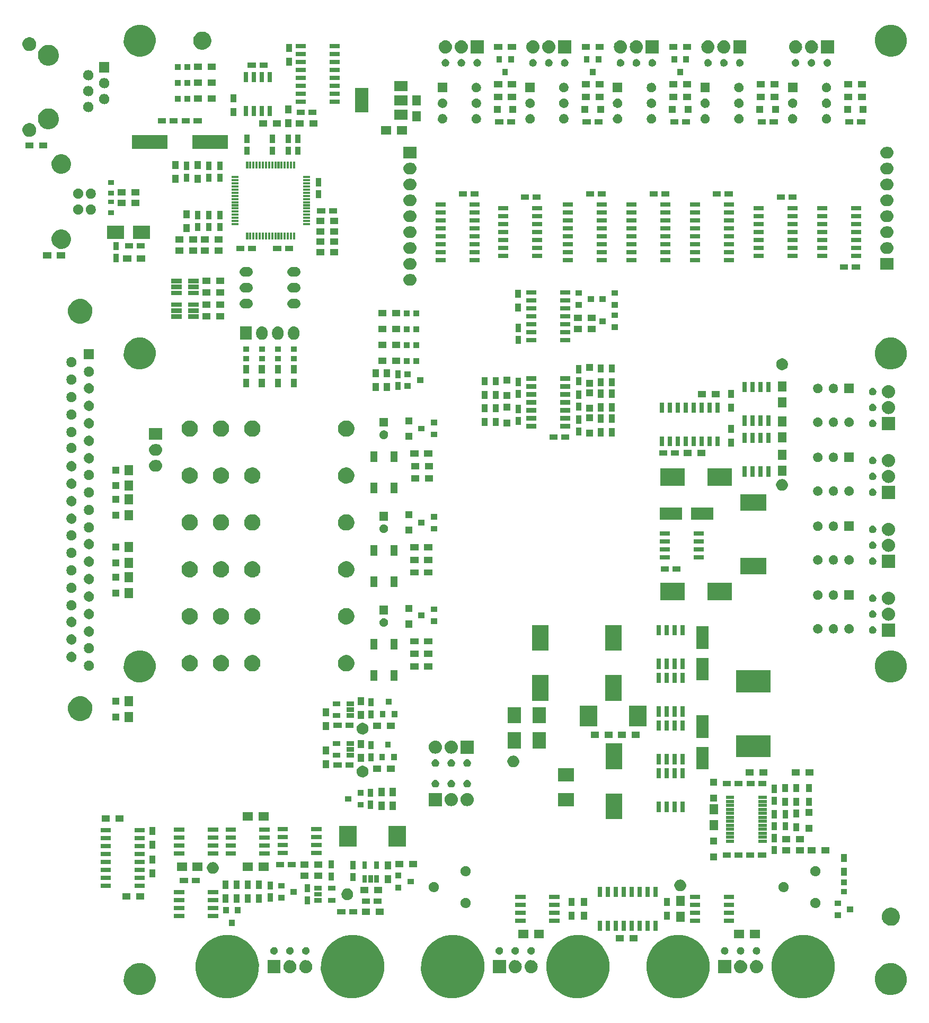
<source format=gts>
G04 #@! TF.GenerationSoftware,KiCad,Pcbnew,(2017-01-06 revision 5fee9b2)-master*
G04 #@! TF.CreationDate,2017-03-29T10:20:31-06:00*
G04 #@! TF.ProjectId,egse_proto,656773655F70726F746F2E6B69636164,1*
G04 #@! TF.FileFunction,Soldermask,Top*
G04 #@! TF.FilePolarity,Negative*
%FSLAX46Y46*%
G04 Gerber Fmt 4.6, Leading zero omitted, Abs format (unit mm)*
G04 Created by KiCad (PCBNEW (2017-01-06 revision 5fee9b2)-master) date Wednesday, March 29, 2017 'AMt' 10:20:31 AM*
%MOMM*%
%LPD*%
G01*
G04 APERTURE LIST*
%ADD10C,0.100000*%
G04 APERTURE END LIST*
D10*
G36*
X55530511Y-167052562D02*
X56500785Y-167251732D01*
X57413910Y-167635574D01*
X58235081Y-168189461D01*
X58933031Y-168892299D01*
X59481170Y-169717317D01*
X59858626Y-170633092D01*
X60037063Y-171534269D01*
X60051017Y-171604743D01*
X60035219Y-172736096D01*
X60035142Y-172736434D01*
X60035142Y-172736443D01*
X59815773Y-173701998D01*
X59412897Y-174606872D01*
X58841932Y-175416267D01*
X58124630Y-176099344D01*
X57288312Y-176630087D01*
X56364830Y-176988282D01*
X55389370Y-177160283D01*
X54399072Y-177139538D01*
X53431663Y-176926840D01*
X52523993Y-176530288D01*
X51710637Y-175964992D01*
X51022569Y-175252476D01*
X50485999Y-174419882D01*
X50121365Y-173498921D01*
X49942560Y-172524687D01*
X49956388Y-171534270D01*
X50162329Y-170565399D01*
X50552532Y-169654985D01*
X51112141Y-168837698D01*
X51819834Y-168144673D01*
X52648662Y-167602304D01*
X53567051Y-167231250D01*
X54540016Y-167045648D01*
X55530511Y-167052562D01*
X55530511Y-167052562D01*
G37*
G36*
X75530511Y-167052562D02*
X76500785Y-167251732D01*
X77413910Y-167635574D01*
X78235081Y-168189461D01*
X78933031Y-168892299D01*
X79481170Y-169717317D01*
X79858626Y-170633092D01*
X80037063Y-171534269D01*
X80051017Y-171604743D01*
X80035219Y-172736096D01*
X80035142Y-172736434D01*
X80035142Y-172736443D01*
X79815773Y-173701998D01*
X79412897Y-174606872D01*
X78841932Y-175416267D01*
X78124630Y-176099344D01*
X77288312Y-176630087D01*
X76364830Y-176988282D01*
X75389370Y-177160283D01*
X74399072Y-177139538D01*
X73431663Y-176926840D01*
X72523993Y-176530288D01*
X71710637Y-175964992D01*
X71022569Y-175252476D01*
X70485999Y-174419882D01*
X70121365Y-173498921D01*
X69942560Y-172524687D01*
X69956388Y-171534270D01*
X70162329Y-170565399D01*
X70552532Y-169654985D01*
X71112141Y-168837698D01*
X71819834Y-168144673D01*
X72648662Y-167602304D01*
X73567051Y-167231250D01*
X74540016Y-167045648D01*
X75530511Y-167052562D01*
X75530511Y-167052562D01*
G37*
G36*
X91530511Y-167052562D02*
X92500785Y-167251732D01*
X93413910Y-167635574D01*
X94235081Y-168189461D01*
X94933031Y-168892299D01*
X95481170Y-169717317D01*
X95858626Y-170633092D01*
X96037063Y-171534269D01*
X96051017Y-171604743D01*
X96035219Y-172736096D01*
X96035142Y-172736434D01*
X96035142Y-172736443D01*
X95815773Y-173701998D01*
X95412897Y-174606872D01*
X94841932Y-175416267D01*
X94124630Y-176099344D01*
X93288312Y-176630087D01*
X92364830Y-176988282D01*
X91389370Y-177160283D01*
X90399072Y-177139538D01*
X89431663Y-176926840D01*
X88523993Y-176530288D01*
X87710637Y-175964992D01*
X87022569Y-175252476D01*
X86485999Y-174419882D01*
X86121365Y-173498921D01*
X85942560Y-172524687D01*
X85956388Y-171534270D01*
X86162329Y-170565399D01*
X86552532Y-169654985D01*
X87112141Y-168837698D01*
X87819834Y-168144673D01*
X88648662Y-167602304D01*
X89567051Y-167231250D01*
X90540016Y-167045648D01*
X91530511Y-167052562D01*
X91530511Y-167052562D01*
G37*
G36*
X111530511Y-167052562D02*
X112500785Y-167251732D01*
X113413910Y-167635574D01*
X114235081Y-168189461D01*
X114933031Y-168892299D01*
X115481170Y-169717317D01*
X115858626Y-170633092D01*
X116037063Y-171534269D01*
X116051017Y-171604743D01*
X116035219Y-172736096D01*
X116035142Y-172736434D01*
X116035142Y-172736443D01*
X115815773Y-173701998D01*
X115412897Y-174606872D01*
X114841932Y-175416267D01*
X114124630Y-176099344D01*
X113288312Y-176630087D01*
X112364830Y-176988282D01*
X111389370Y-177160283D01*
X110399072Y-177139538D01*
X109431663Y-176926840D01*
X108523993Y-176530288D01*
X107710637Y-175964992D01*
X107022569Y-175252476D01*
X106485999Y-174419882D01*
X106121365Y-173498921D01*
X105942560Y-172524687D01*
X105956388Y-171534270D01*
X106162329Y-170565399D01*
X106552532Y-169654985D01*
X107112141Y-168837698D01*
X107819834Y-168144673D01*
X108648662Y-167602304D01*
X109567051Y-167231250D01*
X110540016Y-167045648D01*
X111530511Y-167052562D01*
X111530511Y-167052562D01*
G37*
G36*
X127530511Y-167052562D02*
X128500785Y-167251732D01*
X129413910Y-167635574D01*
X130235081Y-168189461D01*
X130933031Y-168892299D01*
X131481170Y-169717317D01*
X131858626Y-170633092D01*
X132037063Y-171534269D01*
X132051017Y-171604743D01*
X132035219Y-172736096D01*
X132035142Y-172736434D01*
X132035142Y-172736443D01*
X131815773Y-173701998D01*
X131412897Y-174606872D01*
X130841932Y-175416267D01*
X130124630Y-176099344D01*
X129288312Y-176630087D01*
X128364830Y-176988282D01*
X127389370Y-177160283D01*
X126399072Y-177139538D01*
X125431663Y-176926840D01*
X124523993Y-176530288D01*
X123710637Y-175964992D01*
X123022569Y-175252476D01*
X122485999Y-174419882D01*
X122121365Y-173498921D01*
X121942560Y-172524687D01*
X121956388Y-171534270D01*
X122162329Y-170565399D01*
X122552532Y-169654985D01*
X123112141Y-168837698D01*
X123819834Y-168144673D01*
X124648662Y-167602304D01*
X125567051Y-167231250D01*
X126540016Y-167045648D01*
X127530511Y-167052562D01*
X127530511Y-167052562D01*
G37*
G36*
X147530511Y-167052562D02*
X148500785Y-167251732D01*
X149413910Y-167635574D01*
X150235081Y-168189461D01*
X150933031Y-168892299D01*
X151481170Y-169717317D01*
X151858626Y-170633092D01*
X152037063Y-171534269D01*
X152051017Y-171604743D01*
X152035219Y-172736096D01*
X152035142Y-172736434D01*
X152035142Y-172736443D01*
X151815773Y-173701998D01*
X151412897Y-174606872D01*
X150841932Y-175416267D01*
X150124630Y-176099344D01*
X149288312Y-176630087D01*
X148364830Y-176988282D01*
X147389370Y-177160283D01*
X146399072Y-177139538D01*
X145431663Y-176926840D01*
X144523993Y-176530288D01*
X143710637Y-175964992D01*
X143022569Y-175252476D01*
X142485999Y-174419882D01*
X142121365Y-173498921D01*
X141942560Y-172524687D01*
X141956388Y-171534270D01*
X142162329Y-170565399D01*
X142552532Y-169654985D01*
X143112141Y-168837698D01*
X143819834Y-168144673D01*
X144648662Y-167602304D01*
X145567051Y-167231250D01*
X146540016Y-167045648D01*
X147530511Y-167052562D01*
X147530511Y-167052562D01*
G37*
G36*
X41269925Y-171552897D02*
X41759938Y-171653483D01*
X42221096Y-171847335D01*
X42635811Y-172127065D01*
X42988296Y-172482018D01*
X43265121Y-172898675D01*
X43455747Y-173361168D01*
X43552842Y-173851532D01*
X43552842Y-173851542D01*
X43552909Y-173851881D01*
X43544931Y-174423247D01*
X43544854Y-174423585D01*
X43544854Y-174423594D01*
X43434105Y-174911057D01*
X43230642Y-175368043D01*
X42942287Y-175776810D01*
X42580029Y-176121785D01*
X42157665Y-176389826D01*
X41691278Y-176570725D01*
X41198644Y-176657590D01*
X40698514Y-176647114D01*
X40209943Y-176539695D01*
X39751543Y-176339424D01*
X39340777Y-176053934D01*
X38993282Y-175694093D01*
X38722298Y-175273608D01*
X38538146Y-174808494D01*
X38447845Y-174316481D01*
X38454829Y-173816290D01*
X38558835Y-173326981D01*
X38755899Y-172867196D01*
X39038518Y-172454442D01*
X39395923Y-172104445D01*
X39814506Y-171830532D01*
X40278319Y-171643139D01*
X40769693Y-171549405D01*
X41269925Y-171552897D01*
X41269925Y-171552897D01*
G37*
G36*
X161269925Y-171552897D02*
X161759938Y-171653483D01*
X162221096Y-171847335D01*
X162635811Y-172127065D01*
X162988296Y-172482018D01*
X163265121Y-172898675D01*
X163455747Y-173361168D01*
X163552842Y-173851532D01*
X163552842Y-173851542D01*
X163552909Y-173851881D01*
X163544931Y-174423247D01*
X163544854Y-174423585D01*
X163544854Y-174423594D01*
X163434105Y-174911057D01*
X163230642Y-175368043D01*
X162942287Y-175776810D01*
X162580029Y-176121785D01*
X162157665Y-176389826D01*
X161691278Y-176570725D01*
X161198644Y-176657590D01*
X160698514Y-176647114D01*
X160209943Y-176539695D01*
X159751543Y-176339424D01*
X159340777Y-176053934D01*
X158993282Y-175694093D01*
X158722298Y-175273608D01*
X158538146Y-174808494D01*
X158447845Y-174316481D01*
X158454829Y-173816290D01*
X158558835Y-173326981D01*
X158755899Y-172867196D01*
X159038518Y-172454442D01*
X159395923Y-172104445D01*
X159814506Y-171830532D01*
X160278319Y-171643139D01*
X160769693Y-171549405D01*
X161269925Y-171552897D01*
X161269925Y-171552897D01*
G37*
G36*
X65010899Y-171049750D02*
X65019746Y-171049812D01*
X65223450Y-171072661D01*
X65418835Y-171134641D01*
X65598461Y-171233392D01*
X65755486Y-171365151D01*
X65883927Y-171524900D01*
X65978894Y-171706554D01*
X66036768Y-171903195D01*
X66036771Y-171903226D01*
X66036775Y-171903240D01*
X66055348Y-172107330D01*
X66033927Y-172311143D01*
X66033924Y-172311153D01*
X66033920Y-172311190D01*
X65973306Y-172507004D01*
X65875812Y-172687315D01*
X65745152Y-172845255D01*
X65586304Y-172974809D01*
X65405316Y-173071041D01*
X65209084Y-173130287D01*
X65005082Y-173150290D01*
X64994882Y-173150290D01*
X64989101Y-173150250D01*
X64980254Y-173150188D01*
X64776550Y-173127339D01*
X64581165Y-173065359D01*
X64401539Y-172966608D01*
X64244514Y-172834849D01*
X64116073Y-172675100D01*
X64021106Y-172493446D01*
X63963232Y-172296805D01*
X63963229Y-172296774D01*
X63963225Y-172296760D01*
X63944652Y-172092670D01*
X63966073Y-171888857D01*
X63966076Y-171888847D01*
X63966080Y-171888810D01*
X64026694Y-171692996D01*
X64124188Y-171512685D01*
X64254848Y-171354745D01*
X64413696Y-171225191D01*
X64594684Y-171128959D01*
X64790916Y-171069713D01*
X64994918Y-171049710D01*
X65005118Y-171049710D01*
X65010899Y-171049750D01*
X65010899Y-171049750D01*
G37*
G36*
X63510290Y-173150290D02*
X61409710Y-173150290D01*
X61409710Y-171049710D01*
X63510290Y-171049710D01*
X63510290Y-173150290D01*
X63510290Y-173150290D01*
G37*
G36*
X139550899Y-171049750D02*
X139559746Y-171049812D01*
X139763450Y-171072661D01*
X139958835Y-171134641D01*
X140138461Y-171233392D01*
X140295486Y-171365151D01*
X140423927Y-171524900D01*
X140518894Y-171706554D01*
X140576768Y-171903195D01*
X140576771Y-171903226D01*
X140576775Y-171903240D01*
X140595348Y-172107330D01*
X140573927Y-172311143D01*
X140573924Y-172311153D01*
X140573920Y-172311190D01*
X140513306Y-172507004D01*
X140415812Y-172687315D01*
X140285152Y-172845255D01*
X140126304Y-172974809D01*
X139945316Y-173071041D01*
X139749084Y-173130287D01*
X139545082Y-173150290D01*
X139534882Y-173150290D01*
X139529101Y-173150250D01*
X139520254Y-173150188D01*
X139316550Y-173127339D01*
X139121165Y-173065359D01*
X138941539Y-172966608D01*
X138784514Y-172834849D01*
X138656073Y-172675100D01*
X138561106Y-172493446D01*
X138503232Y-172296805D01*
X138503229Y-172296774D01*
X138503225Y-172296760D01*
X138484652Y-172092670D01*
X138506073Y-171888857D01*
X138506076Y-171888847D01*
X138506080Y-171888810D01*
X138566694Y-171692996D01*
X138664188Y-171512685D01*
X138794848Y-171354745D01*
X138953696Y-171225191D01*
X139134684Y-171128959D01*
X139330916Y-171069713D01*
X139534918Y-171049710D01*
X139545118Y-171049710D01*
X139550899Y-171049750D01*
X139550899Y-171049750D01*
G37*
G36*
X137010899Y-171049750D02*
X137019746Y-171049812D01*
X137223450Y-171072661D01*
X137418835Y-171134641D01*
X137598461Y-171233392D01*
X137755486Y-171365151D01*
X137883927Y-171524900D01*
X137978894Y-171706554D01*
X138036768Y-171903195D01*
X138036771Y-171903226D01*
X138036775Y-171903240D01*
X138055348Y-172107330D01*
X138033927Y-172311143D01*
X138033924Y-172311153D01*
X138033920Y-172311190D01*
X137973306Y-172507004D01*
X137875812Y-172687315D01*
X137745152Y-172845255D01*
X137586304Y-172974809D01*
X137405316Y-173071041D01*
X137209084Y-173130287D01*
X137005082Y-173150290D01*
X136994882Y-173150290D01*
X136989101Y-173150250D01*
X136980254Y-173150188D01*
X136776550Y-173127339D01*
X136581165Y-173065359D01*
X136401539Y-172966608D01*
X136244514Y-172834849D01*
X136116073Y-172675100D01*
X136021106Y-172493446D01*
X135963232Y-172296805D01*
X135963229Y-172296774D01*
X135963225Y-172296760D01*
X135944652Y-172092670D01*
X135966073Y-171888857D01*
X135966076Y-171888847D01*
X135966080Y-171888810D01*
X136026694Y-171692996D01*
X136124188Y-171512685D01*
X136254848Y-171354745D01*
X136413696Y-171225191D01*
X136594684Y-171128959D01*
X136790916Y-171069713D01*
X136994918Y-171049710D01*
X137005118Y-171049710D01*
X137010899Y-171049750D01*
X137010899Y-171049750D01*
G37*
G36*
X135510290Y-173150290D02*
X133409710Y-173150290D01*
X133409710Y-171049710D01*
X135510290Y-171049710D01*
X135510290Y-173150290D01*
X135510290Y-173150290D01*
G37*
G36*
X103550899Y-171049750D02*
X103559746Y-171049812D01*
X103763450Y-171072661D01*
X103958835Y-171134641D01*
X104138461Y-171233392D01*
X104295486Y-171365151D01*
X104423927Y-171524900D01*
X104518894Y-171706554D01*
X104576768Y-171903195D01*
X104576771Y-171903226D01*
X104576775Y-171903240D01*
X104595348Y-172107330D01*
X104573927Y-172311143D01*
X104573924Y-172311153D01*
X104573920Y-172311190D01*
X104513306Y-172507004D01*
X104415812Y-172687315D01*
X104285152Y-172845255D01*
X104126304Y-172974809D01*
X103945316Y-173071041D01*
X103749084Y-173130287D01*
X103545082Y-173150290D01*
X103534882Y-173150290D01*
X103529101Y-173150250D01*
X103520254Y-173150188D01*
X103316550Y-173127339D01*
X103121165Y-173065359D01*
X102941539Y-172966608D01*
X102784514Y-172834849D01*
X102656073Y-172675100D01*
X102561106Y-172493446D01*
X102503232Y-172296805D01*
X102503229Y-172296774D01*
X102503225Y-172296760D01*
X102484652Y-172092670D01*
X102506073Y-171888857D01*
X102506076Y-171888847D01*
X102506080Y-171888810D01*
X102566694Y-171692996D01*
X102664188Y-171512685D01*
X102794848Y-171354745D01*
X102953696Y-171225191D01*
X103134684Y-171128959D01*
X103330916Y-171069713D01*
X103534918Y-171049710D01*
X103545118Y-171049710D01*
X103550899Y-171049750D01*
X103550899Y-171049750D01*
G37*
G36*
X101010899Y-171049750D02*
X101019746Y-171049812D01*
X101223450Y-171072661D01*
X101418835Y-171134641D01*
X101598461Y-171233392D01*
X101755486Y-171365151D01*
X101883927Y-171524900D01*
X101978894Y-171706554D01*
X102036768Y-171903195D01*
X102036771Y-171903226D01*
X102036775Y-171903240D01*
X102055348Y-172107330D01*
X102033927Y-172311143D01*
X102033924Y-172311153D01*
X102033920Y-172311190D01*
X101973306Y-172507004D01*
X101875812Y-172687315D01*
X101745152Y-172845255D01*
X101586304Y-172974809D01*
X101405316Y-173071041D01*
X101209084Y-173130287D01*
X101005082Y-173150290D01*
X100994882Y-173150290D01*
X100989101Y-173150250D01*
X100980254Y-173150188D01*
X100776550Y-173127339D01*
X100581165Y-173065359D01*
X100401539Y-172966608D01*
X100244514Y-172834849D01*
X100116073Y-172675100D01*
X100021106Y-172493446D01*
X99963232Y-172296805D01*
X99963229Y-172296774D01*
X99963225Y-172296760D01*
X99944652Y-172092670D01*
X99966073Y-171888857D01*
X99966076Y-171888847D01*
X99966080Y-171888810D01*
X100026694Y-171692996D01*
X100124188Y-171512685D01*
X100254848Y-171354745D01*
X100413696Y-171225191D01*
X100594684Y-171128959D01*
X100790916Y-171069713D01*
X100994918Y-171049710D01*
X101005118Y-171049710D01*
X101010899Y-171049750D01*
X101010899Y-171049750D01*
G37*
G36*
X99510290Y-173150290D02*
X97409710Y-173150290D01*
X97409710Y-171049710D01*
X99510290Y-171049710D01*
X99510290Y-173150290D01*
X99510290Y-173150290D01*
G37*
G36*
X67550899Y-171049750D02*
X67559746Y-171049812D01*
X67763450Y-171072661D01*
X67958835Y-171134641D01*
X68138461Y-171233392D01*
X68295486Y-171365151D01*
X68423927Y-171524900D01*
X68518894Y-171706554D01*
X68576768Y-171903195D01*
X68576771Y-171903226D01*
X68576775Y-171903240D01*
X68595348Y-172107330D01*
X68573927Y-172311143D01*
X68573924Y-172311153D01*
X68573920Y-172311190D01*
X68513306Y-172507004D01*
X68415812Y-172687315D01*
X68285152Y-172845255D01*
X68126304Y-172974809D01*
X67945316Y-173071041D01*
X67749084Y-173130287D01*
X67545082Y-173150290D01*
X67534882Y-173150290D01*
X67529101Y-173150250D01*
X67520254Y-173150188D01*
X67316550Y-173127339D01*
X67121165Y-173065359D01*
X66941539Y-172966608D01*
X66784514Y-172834849D01*
X66656073Y-172675100D01*
X66561106Y-172493446D01*
X66503232Y-172296805D01*
X66503229Y-172296774D01*
X66503225Y-172296760D01*
X66484652Y-172092670D01*
X66506073Y-171888857D01*
X66506076Y-171888847D01*
X66506080Y-171888810D01*
X66566694Y-171692996D01*
X66664188Y-171512685D01*
X66794848Y-171354745D01*
X66953696Y-171225191D01*
X67134684Y-171128959D01*
X67330916Y-171069713D01*
X67534918Y-171049710D01*
X67545118Y-171049710D01*
X67550899Y-171049750D01*
X67550899Y-171049750D01*
G37*
G36*
X62523108Y-168959598D02*
X62638518Y-168983289D01*
X62747141Y-169028949D01*
X62844820Y-169094835D01*
X62927842Y-169178438D01*
X62993043Y-169276574D01*
X63037942Y-169385507D01*
X63060758Y-169500739D01*
X63060758Y-169500745D01*
X63060826Y-169501089D01*
X63058947Y-169635665D01*
X63058870Y-169636003D01*
X63058870Y-169636011D01*
X63032844Y-169750563D01*
X62984923Y-169858196D01*
X62917005Y-169954475D01*
X62831680Y-170035729D01*
X62732198Y-170098862D01*
X62622347Y-170141471D01*
X62506318Y-170161930D01*
X62388518Y-170159462D01*
X62273443Y-170134162D01*
X62165473Y-170086990D01*
X62068726Y-170019749D01*
X61986878Y-169934994D01*
X61923052Y-169835955D01*
X61879676Y-169726400D01*
X61858408Y-169610519D01*
X61860052Y-169492706D01*
X61884551Y-169377455D01*
X61930965Y-169269161D01*
X61997532Y-169171943D01*
X62081712Y-169089507D01*
X62180305Y-169024991D01*
X62289549Y-168980852D01*
X62405282Y-168958776D01*
X62523108Y-168959598D01*
X62523108Y-168959598D01*
G37*
G36*
X65063108Y-168959598D02*
X65178518Y-168983289D01*
X65287141Y-169028949D01*
X65384820Y-169094835D01*
X65467842Y-169178438D01*
X65533043Y-169276574D01*
X65577942Y-169385507D01*
X65600758Y-169500739D01*
X65600758Y-169500745D01*
X65600826Y-169501089D01*
X65598947Y-169635665D01*
X65598870Y-169636003D01*
X65598870Y-169636011D01*
X65572844Y-169750563D01*
X65524923Y-169858196D01*
X65457005Y-169954475D01*
X65371680Y-170035729D01*
X65272198Y-170098862D01*
X65162347Y-170141471D01*
X65046318Y-170161930D01*
X64928518Y-170159462D01*
X64813443Y-170134162D01*
X64705473Y-170086990D01*
X64608726Y-170019749D01*
X64526878Y-169934994D01*
X64463052Y-169835955D01*
X64419676Y-169726400D01*
X64398408Y-169610519D01*
X64400052Y-169492706D01*
X64424551Y-169377455D01*
X64470965Y-169269161D01*
X64537532Y-169171943D01*
X64621712Y-169089507D01*
X64720305Y-169024991D01*
X64829549Y-168980852D01*
X64945282Y-168958776D01*
X65063108Y-168959598D01*
X65063108Y-168959598D01*
G37*
G36*
X67603108Y-168959598D02*
X67718518Y-168983289D01*
X67827141Y-169028949D01*
X67924820Y-169094835D01*
X68007842Y-169178438D01*
X68073043Y-169276574D01*
X68117942Y-169385507D01*
X68140758Y-169500739D01*
X68140758Y-169500745D01*
X68140826Y-169501089D01*
X68138947Y-169635665D01*
X68138870Y-169636003D01*
X68138870Y-169636011D01*
X68112844Y-169750563D01*
X68064923Y-169858196D01*
X67997005Y-169954475D01*
X67911680Y-170035729D01*
X67812198Y-170098862D01*
X67702347Y-170141471D01*
X67586318Y-170161930D01*
X67468518Y-170159462D01*
X67353443Y-170134162D01*
X67245473Y-170086990D01*
X67148726Y-170019749D01*
X67066878Y-169934994D01*
X67003052Y-169835955D01*
X66959676Y-169726400D01*
X66938408Y-169610519D01*
X66940052Y-169492706D01*
X66964551Y-169377455D01*
X67010965Y-169269161D01*
X67077532Y-169171943D01*
X67161712Y-169089507D01*
X67260305Y-169024991D01*
X67369549Y-168980852D01*
X67485282Y-168958776D01*
X67603108Y-168959598D01*
X67603108Y-168959598D01*
G37*
G36*
X98523108Y-168959598D02*
X98638518Y-168983289D01*
X98747141Y-169028949D01*
X98844820Y-169094835D01*
X98927842Y-169178438D01*
X98993043Y-169276574D01*
X99037942Y-169385507D01*
X99060758Y-169500739D01*
X99060758Y-169500745D01*
X99060826Y-169501089D01*
X99058947Y-169635665D01*
X99058870Y-169636003D01*
X99058870Y-169636011D01*
X99032844Y-169750563D01*
X98984923Y-169858196D01*
X98917005Y-169954475D01*
X98831680Y-170035729D01*
X98732198Y-170098862D01*
X98622347Y-170141471D01*
X98506318Y-170161930D01*
X98388518Y-170159462D01*
X98273443Y-170134162D01*
X98165473Y-170086990D01*
X98068726Y-170019749D01*
X97986878Y-169934994D01*
X97923052Y-169835955D01*
X97879676Y-169726400D01*
X97858408Y-169610519D01*
X97860052Y-169492706D01*
X97884551Y-169377455D01*
X97930965Y-169269161D01*
X97997532Y-169171943D01*
X98081712Y-169089507D01*
X98180305Y-169024991D01*
X98289549Y-168980852D01*
X98405282Y-168958776D01*
X98523108Y-168959598D01*
X98523108Y-168959598D01*
G37*
G36*
X101063108Y-168959598D02*
X101178518Y-168983289D01*
X101287141Y-169028949D01*
X101384820Y-169094835D01*
X101467842Y-169178438D01*
X101533043Y-169276574D01*
X101577942Y-169385507D01*
X101600758Y-169500739D01*
X101600758Y-169500745D01*
X101600826Y-169501089D01*
X101598947Y-169635665D01*
X101598870Y-169636003D01*
X101598870Y-169636011D01*
X101572844Y-169750563D01*
X101524923Y-169858196D01*
X101457005Y-169954475D01*
X101371680Y-170035729D01*
X101272198Y-170098862D01*
X101162347Y-170141471D01*
X101046318Y-170161930D01*
X100928518Y-170159462D01*
X100813443Y-170134162D01*
X100705473Y-170086990D01*
X100608726Y-170019749D01*
X100526878Y-169934994D01*
X100463052Y-169835955D01*
X100419676Y-169726400D01*
X100398408Y-169610519D01*
X100400052Y-169492706D01*
X100424551Y-169377455D01*
X100470965Y-169269161D01*
X100537532Y-169171943D01*
X100621712Y-169089507D01*
X100720305Y-169024991D01*
X100829549Y-168980852D01*
X100945282Y-168958776D01*
X101063108Y-168959598D01*
X101063108Y-168959598D01*
G37*
G36*
X103603108Y-168959598D02*
X103718518Y-168983289D01*
X103827141Y-169028949D01*
X103924820Y-169094835D01*
X104007842Y-169178438D01*
X104073043Y-169276574D01*
X104117942Y-169385507D01*
X104140758Y-169500739D01*
X104140758Y-169500745D01*
X104140826Y-169501089D01*
X104138947Y-169635665D01*
X104138870Y-169636003D01*
X104138870Y-169636011D01*
X104112844Y-169750563D01*
X104064923Y-169858196D01*
X103997005Y-169954475D01*
X103911680Y-170035729D01*
X103812198Y-170098862D01*
X103702347Y-170141471D01*
X103586318Y-170161930D01*
X103468518Y-170159462D01*
X103353443Y-170134162D01*
X103245473Y-170086990D01*
X103148726Y-170019749D01*
X103066878Y-169934994D01*
X103003052Y-169835955D01*
X102959676Y-169726400D01*
X102938408Y-169610519D01*
X102940052Y-169492706D01*
X102964551Y-169377455D01*
X103010965Y-169269161D01*
X103077532Y-169171943D01*
X103161712Y-169089507D01*
X103260305Y-169024991D01*
X103369549Y-168980852D01*
X103485282Y-168958776D01*
X103603108Y-168959598D01*
X103603108Y-168959598D01*
G37*
G36*
X134523108Y-168959598D02*
X134638518Y-168983289D01*
X134747141Y-169028949D01*
X134844820Y-169094835D01*
X134927842Y-169178438D01*
X134993043Y-169276574D01*
X135037942Y-169385507D01*
X135060758Y-169500739D01*
X135060758Y-169500745D01*
X135060826Y-169501089D01*
X135058947Y-169635665D01*
X135058870Y-169636003D01*
X135058870Y-169636011D01*
X135032844Y-169750563D01*
X134984923Y-169858196D01*
X134917005Y-169954475D01*
X134831680Y-170035729D01*
X134732198Y-170098862D01*
X134622347Y-170141471D01*
X134506318Y-170161930D01*
X134388518Y-170159462D01*
X134273443Y-170134162D01*
X134165473Y-170086990D01*
X134068726Y-170019749D01*
X133986878Y-169934994D01*
X133923052Y-169835955D01*
X133879676Y-169726400D01*
X133858408Y-169610519D01*
X133860052Y-169492706D01*
X133884551Y-169377455D01*
X133930965Y-169269161D01*
X133997532Y-169171943D01*
X134081712Y-169089507D01*
X134180305Y-169024991D01*
X134289549Y-168980852D01*
X134405282Y-168958776D01*
X134523108Y-168959598D01*
X134523108Y-168959598D01*
G37*
G36*
X137063108Y-168959598D02*
X137178518Y-168983289D01*
X137287141Y-169028949D01*
X137384820Y-169094835D01*
X137467842Y-169178438D01*
X137533043Y-169276574D01*
X137577942Y-169385507D01*
X137600758Y-169500739D01*
X137600758Y-169500745D01*
X137600826Y-169501089D01*
X137598947Y-169635665D01*
X137598870Y-169636003D01*
X137598870Y-169636011D01*
X137572844Y-169750563D01*
X137524923Y-169858196D01*
X137457005Y-169954475D01*
X137371680Y-170035729D01*
X137272198Y-170098862D01*
X137162347Y-170141471D01*
X137046318Y-170161930D01*
X136928518Y-170159462D01*
X136813443Y-170134162D01*
X136705473Y-170086990D01*
X136608726Y-170019749D01*
X136526878Y-169934994D01*
X136463052Y-169835955D01*
X136419676Y-169726400D01*
X136398408Y-169610519D01*
X136400052Y-169492706D01*
X136424551Y-169377455D01*
X136470965Y-169269161D01*
X136537532Y-169171943D01*
X136621712Y-169089507D01*
X136720305Y-169024991D01*
X136829549Y-168980852D01*
X136945282Y-168958776D01*
X137063108Y-168959598D01*
X137063108Y-168959598D01*
G37*
G36*
X139603108Y-168959598D02*
X139718518Y-168983289D01*
X139827141Y-169028949D01*
X139924820Y-169094835D01*
X140007842Y-169178438D01*
X140073043Y-169276574D01*
X140117942Y-169385507D01*
X140140758Y-169500739D01*
X140140758Y-169500745D01*
X140140826Y-169501089D01*
X140138947Y-169635665D01*
X140138870Y-169636003D01*
X140138870Y-169636011D01*
X140112844Y-169750563D01*
X140064923Y-169858196D01*
X139997005Y-169954475D01*
X139911680Y-170035729D01*
X139812198Y-170098862D01*
X139702347Y-170141471D01*
X139586318Y-170161930D01*
X139468518Y-170159462D01*
X139353443Y-170134162D01*
X139245473Y-170086990D01*
X139148726Y-170019749D01*
X139066878Y-169934994D01*
X139003052Y-169835955D01*
X138959676Y-169726400D01*
X138938408Y-169610519D01*
X138940052Y-169492706D01*
X138964551Y-169377455D01*
X139010965Y-169269161D01*
X139077532Y-169171943D01*
X139161712Y-169089507D01*
X139260305Y-169024991D01*
X139369549Y-168980852D01*
X139485282Y-168958776D01*
X139603108Y-168959598D01*
X139603108Y-168959598D01*
G37*
G36*
X120572000Y-168064600D02*
X119270400Y-168064600D01*
X119270400Y-167063000D01*
X120572000Y-167063000D01*
X120572000Y-168064600D01*
X120572000Y-168064600D01*
G37*
G36*
X118372000Y-168064600D02*
X117070400Y-168064600D01*
X117070400Y-167063000D01*
X118372000Y-167063000D01*
X118372000Y-168064600D01*
X118372000Y-168064600D01*
G37*
G36*
X103090800Y-167521800D02*
X101489200Y-167521800D01*
X101489200Y-166170200D01*
X103090800Y-166170200D01*
X103090800Y-167521800D01*
X103090800Y-167521800D01*
G37*
G36*
X105590800Y-167521800D02*
X103989200Y-167521800D01*
X103989200Y-166170200D01*
X105590800Y-166170200D01*
X105590800Y-167521800D01*
X105590800Y-167521800D01*
G37*
G36*
X140078800Y-167521800D02*
X138477200Y-167521800D01*
X138477200Y-166170200D01*
X140078800Y-166170200D01*
X140078800Y-167521800D01*
X140078800Y-167521800D01*
G37*
G36*
X137578800Y-167521800D02*
X135977200Y-167521800D01*
X135977200Y-166170200D01*
X137578800Y-166170200D01*
X137578800Y-167521800D01*
X137578800Y-167521800D01*
G37*
G36*
X123795800Y-166346800D02*
X123094200Y-166346800D01*
X123094200Y-164745200D01*
X123795800Y-164745200D01*
X123795800Y-166346800D01*
X123795800Y-166346800D01*
G37*
G36*
X119985800Y-166346800D02*
X119284200Y-166346800D01*
X119284200Y-164745200D01*
X119985800Y-164745200D01*
X119985800Y-166346800D01*
X119985800Y-166346800D01*
G37*
G36*
X121255800Y-166346800D02*
X120554200Y-166346800D01*
X120554200Y-164745200D01*
X121255800Y-164745200D01*
X121255800Y-166346800D01*
X121255800Y-166346800D01*
G37*
G36*
X122525800Y-166346800D02*
X121824200Y-166346800D01*
X121824200Y-164745200D01*
X122525800Y-164745200D01*
X122525800Y-166346800D01*
X122525800Y-166346800D01*
G37*
G36*
X118715800Y-166346800D02*
X118014200Y-166346800D01*
X118014200Y-164745200D01*
X118715800Y-164745200D01*
X118715800Y-166346800D01*
X118715800Y-166346800D01*
G37*
G36*
X117445800Y-166346800D02*
X116744200Y-166346800D01*
X116744200Y-164745200D01*
X117445800Y-164745200D01*
X117445800Y-166346800D01*
X117445800Y-166346800D01*
G37*
G36*
X116175800Y-166346800D02*
X115474200Y-166346800D01*
X115474200Y-164745200D01*
X116175800Y-164745200D01*
X116175800Y-166346800D01*
X116175800Y-166346800D01*
G37*
G36*
X114905800Y-166346800D02*
X114204200Y-166346800D01*
X114204200Y-164745200D01*
X114905800Y-164745200D01*
X114905800Y-166346800D01*
X114905800Y-166346800D01*
G37*
G36*
X56182800Y-165600800D02*
X55281200Y-165600800D01*
X55281200Y-164599200D01*
X56182800Y-164599200D01*
X56182800Y-165600800D01*
X56182800Y-165600800D01*
G37*
G36*
X161152072Y-162653162D02*
X161430194Y-162710253D01*
X161691944Y-162820282D01*
X161927331Y-162979053D01*
X162127396Y-163180519D01*
X162284518Y-163417008D01*
X162392715Y-163679512D01*
X162447794Y-163957687D01*
X162447794Y-163957692D01*
X162447862Y-163958036D01*
X162443333Y-164282335D01*
X162443257Y-164282669D01*
X162443257Y-164282682D01*
X162380431Y-164559211D01*
X162264949Y-164818589D01*
X162101282Y-165050600D01*
X161895668Y-165246404D01*
X161655940Y-165398540D01*
X161391224Y-165501216D01*
X161111613Y-165550520D01*
X160827745Y-165544573D01*
X160550438Y-165483603D01*
X160290256Y-165369933D01*
X160057112Y-165207893D01*
X159859878Y-165003652D01*
X159706071Y-164764990D01*
X159601548Y-164500995D01*
X159550295Y-164221737D01*
X159554259Y-163937835D01*
X159613292Y-163660109D01*
X159725142Y-163399142D01*
X159885553Y-163164868D01*
X160088411Y-162966214D01*
X160325994Y-162810744D01*
X160589249Y-162704382D01*
X160868145Y-162651180D01*
X161152072Y-162653162D01*
X161152072Y-162653162D01*
G37*
G36*
X108065800Y-165101800D02*
X106414200Y-165101800D01*
X106414200Y-164400200D01*
X108065800Y-164400200D01*
X108065800Y-165101800D01*
X108065800Y-165101800D01*
G37*
G36*
X102665800Y-165101800D02*
X101014200Y-165101800D01*
X101014200Y-164400200D01*
X102665800Y-164400200D01*
X102665800Y-165101800D01*
X102665800Y-165101800D01*
G37*
G36*
X135969800Y-165101800D02*
X134318200Y-165101800D01*
X134318200Y-164400200D01*
X135969800Y-164400200D01*
X135969800Y-165101800D01*
X135969800Y-165101800D01*
G37*
G36*
X130569800Y-165101800D02*
X128918200Y-165101800D01*
X128918200Y-164400200D01*
X130569800Y-164400200D01*
X130569800Y-165101800D01*
X130569800Y-165101800D01*
G37*
G36*
X128035800Y-164896800D02*
X126684200Y-164896800D01*
X126684200Y-163295200D01*
X128035800Y-163295200D01*
X128035800Y-164896800D01*
X128035800Y-164896800D01*
G37*
G36*
X125738800Y-164596800D02*
X124737200Y-164596800D01*
X124737200Y-163295200D01*
X125738800Y-163295200D01*
X125738800Y-164596800D01*
X125738800Y-164596800D01*
G37*
G36*
X112500800Y-164596800D02*
X111499200Y-164596800D01*
X111499200Y-163295200D01*
X112500800Y-163295200D01*
X112500800Y-164596800D01*
X112500800Y-164596800D01*
G37*
G36*
X110500800Y-164596800D02*
X109499200Y-164596800D01*
X109499200Y-163295200D01*
X110500800Y-163295200D01*
X110500800Y-164596800D01*
X110500800Y-164596800D01*
G37*
G36*
X53537724Y-164355800D02*
X51886124Y-164355800D01*
X51886124Y-163654200D01*
X53537724Y-163654200D01*
X53537724Y-164355800D01*
X53537724Y-164355800D01*
G37*
G36*
X48137724Y-164355800D02*
X46486124Y-164355800D01*
X46486124Y-163654200D01*
X48137724Y-163654200D01*
X48137724Y-164355800D01*
X48137724Y-164355800D01*
G37*
G36*
X153022800Y-164324800D02*
X152021200Y-164324800D01*
X152021200Y-163423200D01*
X153022800Y-163423200D01*
X153022800Y-164324800D01*
X153022800Y-164324800D01*
G37*
G36*
X102665800Y-163831800D02*
X101014200Y-163831800D01*
X101014200Y-163130200D01*
X102665800Y-163130200D01*
X102665800Y-163831800D01*
X102665800Y-163831800D01*
G37*
G36*
X135969800Y-163831800D02*
X134318200Y-163831800D01*
X134318200Y-163130200D01*
X135969800Y-163130200D01*
X135969800Y-163831800D01*
X135969800Y-163831800D01*
G37*
G36*
X108065800Y-163831800D02*
X106414200Y-163831800D01*
X106414200Y-163130200D01*
X108065800Y-163130200D01*
X108065800Y-163831800D01*
X108065800Y-163831800D01*
G37*
G36*
X130569800Y-163831800D02*
X128918200Y-163831800D01*
X128918200Y-163130200D01*
X130569800Y-163130200D01*
X130569800Y-163831800D01*
X130569800Y-163831800D01*
G37*
G36*
X79982800Y-163822800D02*
X78681200Y-163822800D01*
X78681200Y-162821200D01*
X79982800Y-162821200D01*
X79982800Y-163822800D01*
X79982800Y-163822800D01*
G37*
G36*
X77782800Y-163822800D02*
X76481200Y-163822800D01*
X76481200Y-162821200D01*
X77782800Y-162821200D01*
X77782800Y-163822800D01*
X77782800Y-163822800D01*
G37*
G36*
X75768800Y-163747800D02*
X74467200Y-163747800D01*
X74467200Y-162896200D01*
X75768800Y-162896200D01*
X75768800Y-163747800D01*
X75768800Y-163747800D01*
G37*
G36*
X73868800Y-163747800D02*
X72567200Y-163747800D01*
X72567200Y-162896200D01*
X73868800Y-162896200D01*
X73868800Y-163747800D01*
X73868800Y-163747800D01*
G37*
G36*
X57132800Y-163600800D02*
X56231200Y-163600800D01*
X56231200Y-162599200D01*
X57132800Y-162599200D01*
X57132800Y-163600800D01*
X57132800Y-163600800D01*
G37*
G36*
X55232800Y-163600800D02*
X54331200Y-163600800D01*
X54331200Y-162599200D01*
X55232800Y-162599200D01*
X55232800Y-163600800D01*
X55232800Y-163600800D01*
G37*
G36*
X155022800Y-163374800D02*
X154021200Y-163374800D01*
X154021200Y-162473200D01*
X155022800Y-162473200D01*
X155022800Y-163374800D01*
X155022800Y-163374800D01*
G37*
G36*
X48137724Y-163085800D02*
X46486124Y-163085800D01*
X46486124Y-162384200D01*
X48137724Y-162384200D01*
X48137724Y-163085800D01*
X48137724Y-163085800D01*
G37*
G36*
X53537724Y-163085800D02*
X51886124Y-163085800D01*
X51886124Y-162384200D01*
X53537724Y-162384200D01*
X53537724Y-163085800D01*
X53537724Y-163085800D01*
G37*
G36*
X93155376Y-161095739D02*
X93311511Y-161127789D01*
X93458461Y-161189561D01*
X93590605Y-161278694D01*
X93702928Y-161391802D01*
X93791132Y-161524562D01*
X93851876Y-161671937D01*
X93882767Y-161827952D01*
X93882767Y-161827957D01*
X93882835Y-161828301D01*
X93880293Y-162010364D01*
X93880216Y-162010702D01*
X93880216Y-162010713D01*
X93844980Y-162165804D01*
X93780148Y-162311418D01*
X93688264Y-162441672D01*
X93572832Y-162551596D01*
X93438248Y-162637006D01*
X93289634Y-162694649D01*
X93132661Y-162722328D01*
X92973296Y-162718990D01*
X92817614Y-162684761D01*
X92671550Y-162620947D01*
X92540656Y-162529974D01*
X92429931Y-162415315D01*
X92343583Y-162281328D01*
X92284902Y-162133118D01*
X92256129Y-161976345D01*
X92258354Y-161816961D01*
X92291496Y-161661043D01*
X92354288Y-161514535D01*
X92444345Y-161383012D01*
X92558229Y-161271488D01*
X92691610Y-161184206D01*
X92839403Y-161124493D01*
X92995975Y-161094626D01*
X93155376Y-161095739D01*
X93155376Y-161095739D01*
G37*
G36*
X149035376Y-161095739D02*
X149191511Y-161127789D01*
X149338461Y-161189561D01*
X149470605Y-161278694D01*
X149582928Y-161391802D01*
X149671132Y-161524562D01*
X149731876Y-161671937D01*
X149762767Y-161827952D01*
X149762767Y-161827957D01*
X149762835Y-161828301D01*
X149760293Y-162010364D01*
X149760216Y-162010702D01*
X149760216Y-162010713D01*
X149724980Y-162165804D01*
X149660148Y-162311418D01*
X149568264Y-162441672D01*
X149452832Y-162551596D01*
X149318248Y-162637006D01*
X149169634Y-162694649D01*
X149012661Y-162722328D01*
X148853296Y-162718990D01*
X148697614Y-162684761D01*
X148551550Y-162620947D01*
X148420656Y-162529974D01*
X148309931Y-162415315D01*
X148223583Y-162281328D01*
X148164902Y-162133118D01*
X148136129Y-161976345D01*
X148138354Y-161816961D01*
X148171496Y-161661043D01*
X148234288Y-161514535D01*
X148324345Y-161383012D01*
X148438229Y-161271488D01*
X148571610Y-161184206D01*
X148719403Y-161124493D01*
X148875975Y-161094626D01*
X149035376Y-161095739D01*
X149035376Y-161095739D01*
G37*
G36*
X130569800Y-162561800D02*
X128918200Y-162561800D01*
X128918200Y-161860200D01*
X130569800Y-161860200D01*
X130569800Y-162561800D01*
X130569800Y-162561800D01*
G37*
G36*
X135969800Y-162561800D02*
X134318200Y-162561800D01*
X134318200Y-161860200D01*
X135969800Y-161860200D01*
X135969800Y-162561800D01*
X135969800Y-162561800D01*
G37*
G36*
X108065800Y-162561800D02*
X106414200Y-162561800D01*
X106414200Y-161860200D01*
X108065800Y-161860200D01*
X108065800Y-162561800D01*
X108065800Y-162561800D01*
G37*
G36*
X102665800Y-162561800D02*
X101014200Y-162561800D01*
X101014200Y-161860200D01*
X102665800Y-161860200D01*
X102665800Y-162561800D01*
X102665800Y-162561800D01*
G37*
G36*
X153022800Y-162424800D02*
X152021200Y-162424800D01*
X152021200Y-161523200D01*
X153022800Y-161523200D01*
X153022800Y-162424800D01*
X153022800Y-162424800D01*
G37*
G36*
X128035800Y-162396800D02*
X126684200Y-162396800D01*
X126684200Y-160795200D01*
X128035800Y-160795200D01*
X128035800Y-162396800D01*
X128035800Y-162396800D01*
G37*
G36*
X110500800Y-162396800D02*
X109499200Y-162396800D01*
X109499200Y-161095200D01*
X110500800Y-161095200D01*
X110500800Y-162396800D01*
X110500800Y-162396800D01*
G37*
G36*
X125738800Y-162396800D02*
X124737200Y-162396800D01*
X124737200Y-161095200D01*
X125738800Y-161095200D01*
X125738800Y-162396800D01*
X125738800Y-162396800D01*
G37*
G36*
X112500800Y-162396800D02*
X111499200Y-162396800D01*
X111499200Y-161095200D01*
X112500800Y-161095200D01*
X112500800Y-162396800D01*
X112500800Y-162396800D01*
G37*
G36*
X68243800Y-162128800D02*
X67392200Y-162128800D01*
X67392200Y-160827200D01*
X68243800Y-160827200D01*
X68243800Y-162128800D01*
X68243800Y-162128800D01*
G37*
G36*
X79684800Y-162079800D02*
X78383200Y-162079800D01*
X78383200Y-161228200D01*
X79684800Y-161228200D01*
X79684800Y-162079800D01*
X79684800Y-162079800D01*
G37*
G36*
X77784800Y-162079800D02*
X76483200Y-162079800D01*
X76483200Y-161228200D01*
X77784800Y-161228200D01*
X77784800Y-162079800D01*
X77784800Y-162079800D01*
G37*
G36*
X70092800Y-161853800D02*
X68931200Y-161853800D01*
X68931200Y-161102200D01*
X70092800Y-161102200D01*
X70092800Y-161853800D01*
X70092800Y-161853800D01*
G37*
G36*
X72292800Y-161853800D02*
X71131200Y-161853800D01*
X71131200Y-161102200D01*
X72292800Y-161102200D01*
X72292800Y-161853800D01*
X72292800Y-161853800D01*
G37*
G36*
X55216800Y-161850800D02*
X54215200Y-161850800D01*
X54215200Y-160549200D01*
X55216800Y-160549200D01*
X55216800Y-161850800D01*
X55216800Y-161850800D01*
G37*
G36*
X56994800Y-161850800D02*
X55993200Y-161850800D01*
X55993200Y-160549200D01*
X56994800Y-160549200D01*
X56994800Y-161850800D01*
X56994800Y-161850800D01*
G37*
G36*
X60550800Y-161850800D02*
X59549200Y-161850800D01*
X59549200Y-160549200D01*
X60550800Y-160549200D01*
X60550800Y-161850800D01*
X60550800Y-161850800D01*
G37*
G36*
X58772800Y-161850800D02*
X57771200Y-161850800D01*
X57771200Y-160549200D01*
X58772800Y-160549200D01*
X58772800Y-161850800D01*
X58772800Y-161850800D01*
G37*
G36*
X48137724Y-161815800D02*
X46486124Y-161815800D01*
X46486124Y-161114200D01*
X48137724Y-161114200D01*
X48137724Y-161815800D01*
X48137724Y-161815800D01*
G37*
G36*
X53537724Y-161815800D02*
X51886124Y-161815800D01*
X51886124Y-161114200D01*
X53537724Y-161114200D01*
X53537724Y-161815800D01*
X53537724Y-161815800D01*
G37*
G36*
X62253800Y-161700800D02*
X61402200Y-161700800D01*
X61402200Y-160399200D01*
X62253800Y-160399200D01*
X62253800Y-161700800D01*
X62253800Y-161700800D01*
G37*
G36*
X64122800Y-161530800D02*
X63121200Y-161530800D01*
X63121200Y-160629200D01*
X64122800Y-160629200D01*
X64122800Y-161530800D01*
X64122800Y-161530800D01*
G37*
G36*
X74266715Y-159588824D02*
X74447248Y-159625883D01*
X74617158Y-159697306D01*
X74769949Y-159800366D01*
X74899821Y-159931146D01*
X75001810Y-160084653D01*
X75072043Y-160255051D01*
X75107772Y-160435499D01*
X75107772Y-160435504D01*
X75107840Y-160435848D01*
X75104901Y-160646358D01*
X75104824Y-160646696D01*
X75104824Y-160646706D01*
X75064070Y-160826086D01*
X74989108Y-160994452D01*
X74882868Y-161145056D01*
X74749399Y-161272157D01*
X74593784Y-161370914D01*
X74421954Y-161437562D01*
X74240452Y-161469566D01*
X74056186Y-161465706D01*
X73876179Y-161426129D01*
X73707288Y-161352343D01*
X73555950Y-161247160D01*
X73427921Y-161114582D01*
X73328081Y-160959661D01*
X73260232Y-160788293D01*
X73226963Y-160607023D01*
X73229535Y-160422736D01*
X73267856Y-160242456D01*
X73340459Y-160073057D01*
X73444587Y-159920984D01*
X73576266Y-159792033D01*
X73730487Y-159691114D01*
X73901372Y-159622072D01*
X74082409Y-159587538D01*
X74266715Y-159588824D01*
X74266715Y-159588824D01*
G37*
G36*
X39534800Y-161392800D02*
X38233200Y-161392800D01*
X38233200Y-160391200D01*
X39534800Y-160391200D01*
X39534800Y-161392800D01*
X39534800Y-161392800D01*
G37*
G36*
X41734800Y-161392800D02*
X40433200Y-161392800D01*
X40433200Y-160391200D01*
X41734800Y-160391200D01*
X41734800Y-161392800D01*
X41734800Y-161392800D01*
G37*
G36*
X102665800Y-161291800D02*
X101014200Y-161291800D01*
X101014200Y-160590200D01*
X102665800Y-160590200D01*
X102665800Y-161291800D01*
X102665800Y-161291800D01*
G37*
G36*
X108065800Y-161291800D02*
X106414200Y-161291800D01*
X106414200Y-160590200D01*
X108065800Y-160590200D01*
X108065800Y-161291800D01*
X108065800Y-161291800D01*
G37*
G36*
X130569800Y-161291800D02*
X128918200Y-161291800D01*
X128918200Y-160590200D01*
X130569800Y-160590200D01*
X130569800Y-161291800D01*
X130569800Y-161291800D01*
G37*
G36*
X135969800Y-161291800D02*
X134318200Y-161291800D01*
X134318200Y-160590200D01*
X135969800Y-160590200D01*
X135969800Y-161291800D01*
X135969800Y-161291800D01*
G37*
G36*
X121255800Y-160946800D02*
X120554200Y-160946800D01*
X120554200Y-159345200D01*
X121255800Y-159345200D01*
X121255800Y-160946800D01*
X121255800Y-160946800D01*
G37*
G36*
X122525800Y-160946800D02*
X121824200Y-160946800D01*
X121824200Y-159345200D01*
X122525800Y-159345200D01*
X122525800Y-160946800D01*
X122525800Y-160946800D01*
G37*
G36*
X123795800Y-160946800D02*
X123094200Y-160946800D01*
X123094200Y-159345200D01*
X123795800Y-159345200D01*
X123795800Y-160946800D01*
X123795800Y-160946800D01*
G37*
G36*
X119985800Y-160946800D02*
X119284200Y-160946800D01*
X119284200Y-159345200D01*
X119985800Y-159345200D01*
X119985800Y-160946800D01*
X119985800Y-160946800D01*
G37*
G36*
X118715800Y-160946800D02*
X118014200Y-160946800D01*
X118014200Y-159345200D01*
X118715800Y-159345200D01*
X118715800Y-160946800D01*
X118715800Y-160946800D01*
G37*
G36*
X117445800Y-160946800D02*
X116744200Y-160946800D01*
X116744200Y-159345200D01*
X117445800Y-159345200D01*
X117445800Y-160946800D01*
X117445800Y-160946800D01*
G37*
G36*
X116175800Y-160946800D02*
X115474200Y-160946800D01*
X115474200Y-159345200D01*
X116175800Y-159345200D01*
X116175800Y-160946800D01*
X116175800Y-160946800D01*
G37*
G36*
X114905800Y-160946800D02*
X114204200Y-160946800D01*
X114204200Y-159345200D01*
X114905800Y-159345200D01*
X114905800Y-160946800D01*
X114905800Y-160946800D01*
G37*
G36*
X70092800Y-160903800D02*
X68931200Y-160903800D01*
X68931200Y-160152200D01*
X70092800Y-160152200D01*
X70092800Y-160903800D01*
X70092800Y-160903800D01*
G37*
G36*
X66122800Y-160580800D02*
X65121200Y-160580800D01*
X65121200Y-159679200D01*
X66122800Y-159679200D01*
X66122800Y-160580800D01*
X66122800Y-160580800D01*
G37*
G36*
X153971580Y-160566880D02*
X153072420Y-160566880D01*
X153072420Y-159667720D01*
X153971580Y-159667720D01*
X153971580Y-160566880D01*
X153971580Y-160566880D01*
G37*
G36*
X53537724Y-160545800D02*
X51886124Y-160545800D01*
X51886124Y-159844200D01*
X53537724Y-159844200D01*
X53537724Y-160545800D01*
X53537724Y-160545800D01*
G37*
G36*
X48137724Y-160545800D02*
X46486124Y-160545800D01*
X46486124Y-159844200D01*
X48137724Y-159844200D01*
X48137724Y-160545800D01*
X48137724Y-160545800D01*
G37*
G36*
X79750800Y-160376800D02*
X78449200Y-160376800D01*
X78449200Y-159375200D01*
X79750800Y-159375200D01*
X79750800Y-160376800D01*
X79750800Y-160376800D01*
G37*
G36*
X77550800Y-160376800D02*
X76249200Y-160376800D01*
X76249200Y-159375200D01*
X77550800Y-159375200D01*
X77550800Y-160376800D01*
X77550800Y-160376800D01*
G37*
G36*
X68243800Y-160228800D02*
X67392200Y-160228800D01*
X67392200Y-158927200D01*
X68243800Y-158927200D01*
X68243800Y-160228800D01*
X68243800Y-160228800D01*
G37*
G36*
X88075376Y-158555739D02*
X88231511Y-158587789D01*
X88378461Y-158649561D01*
X88510605Y-158738694D01*
X88622928Y-158851802D01*
X88711132Y-158984562D01*
X88771876Y-159131937D01*
X88802767Y-159287952D01*
X88802767Y-159287957D01*
X88802835Y-159288301D01*
X88800293Y-159470364D01*
X88800216Y-159470702D01*
X88800216Y-159470713D01*
X88764980Y-159625804D01*
X88700148Y-159771418D01*
X88608264Y-159901672D01*
X88492832Y-160011596D01*
X88358248Y-160097006D01*
X88209634Y-160154649D01*
X88052661Y-160182328D01*
X87893296Y-160178990D01*
X87737614Y-160144761D01*
X87591550Y-160080947D01*
X87460656Y-159989974D01*
X87349931Y-159875315D01*
X87263583Y-159741328D01*
X87204902Y-159593118D01*
X87176129Y-159436345D01*
X87178354Y-159276961D01*
X87211496Y-159121043D01*
X87274288Y-158974535D01*
X87364345Y-158843012D01*
X87478229Y-158731488D01*
X87611610Y-158644206D01*
X87759403Y-158584493D01*
X87915975Y-158554626D01*
X88075376Y-158555739D01*
X88075376Y-158555739D01*
G37*
G36*
X143955376Y-158555739D02*
X144111511Y-158587789D01*
X144258461Y-158649561D01*
X144390605Y-158738694D01*
X144502928Y-158851802D01*
X144591132Y-158984562D01*
X144651876Y-159131937D01*
X144682767Y-159287952D01*
X144682767Y-159287957D01*
X144682835Y-159288301D01*
X144680293Y-159470364D01*
X144680216Y-159470702D01*
X144680216Y-159470713D01*
X144644980Y-159625804D01*
X144580148Y-159771418D01*
X144488264Y-159901672D01*
X144372832Y-160011596D01*
X144238248Y-160097006D01*
X144089634Y-160154649D01*
X143932661Y-160182328D01*
X143773296Y-160178990D01*
X143617614Y-160144761D01*
X143471550Y-160080947D01*
X143340656Y-159989974D01*
X143229931Y-159875315D01*
X143143583Y-159741328D01*
X143084902Y-159593118D01*
X143056129Y-159436345D01*
X143058354Y-159276961D01*
X143091496Y-159121043D01*
X143154288Y-158974535D01*
X143244345Y-158843012D01*
X143358229Y-158731488D01*
X143491610Y-158644206D01*
X143639403Y-158584493D01*
X143795975Y-158554626D01*
X143955376Y-158555739D01*
X143955376Y-158555739D01*
G37*
G36*
X127458715Y-158174824D02*
X127639248Y-158211883D01*
X127809158Y-158283306D01*
X127961949Y-158386366D01*
X128091821Y-158517146D01*
X128193810Y-158670653D01*
X128264043Y-158841051D01*
X128299772Y-159021499D01*
X128299772Y-159021504D01*
X128299840Y-159021848D01*
X128296901Y-159232358D01*
X128296824Y-159232696D01*
X128296824Y-159232706D01*
X128256070Y-159412086D01*
X128181108Y-159580452D01*
X128074868Y-159731056D01*
X127941399Y-159858157D01*
X127785784Y-159956914D01*
X127613954Y-160023562D01*
X127432452Y-160055566D01*
X127248186Y-160051706D01*
X127068179Y-160012129D01*
X126899288Y-159938343D01*
X126747950Y-159833160D01*
X126619921Y-159700582D01*
X126520081Y-159545661D01*
X126452232Y-159374293D01*
X126418963Y-159193023D01*
X126421535Y-159008736D01*
X126459856Y-158828456D01*
X126532459Y-158659057D01*
X126636587Y-158506984D01*
X126768266Y-158378033D01*
X126922487Y-158277114D01*
X127093372Y-158208072D01*
X127274409Y-158173538D01*
X127458715Y-158174824D01*
X127458715Y-158174824D01*
G37*
G36*
X72292800Y-159953800D02*
X71131200Y-159953800D01*
X71131200Y-159202200D01*
X72292800Y-159202200D01*
X72292800Y-159953800D01*
X72292800Y-159953800D01*
G37*
G36*
X70092800Y-159953800D02*
X68931200Y-159953800D01*
X68931200Y-159202200D01*
X70092800Y-159202200D01*
X70092800Y-159953800D01*
X70092800Y-159953800D01*
G37*
G36*
X82812800Y-159896800D02*
X81811200Y-159896800D01*
X81811200Y-158995200D01*
X82812800Y-158995200D01*
X82812800Y-159896800D01*
X82812800Y-159896800D01*
G37*
G36*
X62253800Y-159800800D02*
X61402200Y-159800800D01*
X61402200Y-158499200D01*
X62253800Y-158499200D01*
X62253800Y-159800800D01*
X62253800Y-159800800D01*
G37*
G36*
X60550800Y-159650800D02*
X59549200Y-159650800D01*
X59549200Y-158349200D01*
X60550800Y-158349200D01*
X60550800Y-159650800D01*
X60550800Y-159650800D01*
G37*
G36*
X58772800Y-159650800D02*
X57771200Y-159650800D01*
X57771200Y-158349200D01*
X58772800Y-158349200D01*
X58772800Y-159650800D01*
X58772800Y-159650800D01*
G37*
G36*
X55216800Y-159650800D02*
X54215200Y-159650800D01*
X54215200Y-158349200D01*
X55216800Y-158349200D01*
X55216800Y-159650800D01*
X55216800Y-159650800D01*
G37*
G36*
X56994800Y-159650800D02*
X55993200Y-159650800D01*
X55993200Y-158349200D01*
X56994800Y-158349200D01*
X56994800Y-159650800D01*
X56994800Y-159650800D01*
G37*
G36*
X64122800Y-159630800D02*
X63121200Y-159630800D01*
X63121200Y-158729200D01*
X64122800Y-158729200D01*
X64122800Y-159630800D01*
X64122800Y-159630800D01*
G37*
G36*
X41770800Y-159513800D02*
X40169200Y-159513800D01*
X40169200Y-158812200D01*
X41770800Y-158812200D01*
X41770800Y-159513800D01*
X41770800Y-159513800D01*
G37*
G36*
X36370800Y-159513800D02*
X34769200Y-159513800D01*
X34769200Y-158812200D01*
X36370800Y-158812200D01*
X36370800Y-159513800D01*
X36370800Y-159513800D01*
G37*
G36*
X153971580Y-159068280D02*
X153072420Y-159068280D01*
X153072420Y-158169120D01*
X153971580Y-158169120D01*
X153971580Y-159068280D01*
X153971580Y-159068280D01*
G37*
G36*
X84812800Y-158946800D02*
X83811200Y-158946800D01*
X83811200Y-158045200D01*
X84812800Y-158045200D01*
X84812800Y-158946800D01*
X84812800Y-158946800D01*
G37*
G36*
X81184951Y-158746337D02*
X80183351Y-158746337D01*
X80183351Y-157444737D01*
X81184951Y-157444737D01*
X81184951Y-158746337D01*
X81184951Y-158746337D01*
G37*
G36*
X50600800Y-158716917D02*
X49299200Y-158716917D01*
X49299200Y-157865317D01*
X50600800Y-157865317D01*
X50600800Y-158716917D01*
X50600800Y-158716917D01*
G37*
G36*
X48700800Y-158716917D02*
X47399200Y-158716917D01*
X47399200Y-157865317D01*
X48700800Y-157865317D01*
X48700800Y-158716917D01*
X48700800Y-158716917D01*
G37*
G36*
X77315951Y-158676337D02*
X76564351Y-158676337D01*
X76564351Y-157514737D01*
X77315951Y-157514737D01*
X77315951Y-158676337D01*
X77315951Y-158676337D01*
G37*
G36*
X78265951Y-158676337D02*
X77514351Y-158676337D01*
X77514351Y-157514737D01*
X78265951Y-157514737D01*
X78265951Y-158676337D01*
X78265951Y-158676337D01*
G37*
G36*
X79215951Y-158676337D02*
X78464351Y-158676337D01*
X78464351Y-157514737D01*
X79215951Y-157514737D01*
X79215951Y-158676337D01*
X79215951Y-158676337D01*
G37*
G36*
X75461800Y-158428800D02*
X74610200Y-158428800D01*
X74610200Y-157127200D01*
X75461800Y-157127200D01*
X75461800Y-158428800D01*
X75461800Y-158428800D01*
G37*
G36*
X72053800Y-158318800D02*
X71202200Y-158318800D01*
X71202200Y-157017200D01*
X72053800Y-157017200D01*
X72053800Y-158318800D01*
X72053800Y-158318800D01*
G37*
G36*
X41770800Y-158243800D02*
X40169200Y-158243800D01*
X40169200Y-157542200D01*
X41770800Y-157542200D01*
X41770800Y-158243800D01*
X41770800Y-158243800D01*
G37*
G36*
X36370800Y-158243800D02*
X34769200Y-158243800D01*
X34769200Y-157542200D01*
X36370800Y-157542200D01*
X36370800Y-158243800D01*
X36370800Y-158243800D01*
G37*
G36*
X70182800Y-158090800D02*
X68881200Y-158090800D01*
X68881200Y-157089200D01*
X70182800Y-157089200D01*
X70182800Y-158090800D01*
X70182800Y-158090800D01*
G37*
G36*
X67982800Y-158090800D02*
X66681200Y-158090800D01*
X66681200Y-157089200D01*
X67982800Y-157089200D01*
X67982800Y-158090800D01*
X67982800Y-158090800D01*
G37*
G36*
X82812800Y-157996800D02*
X81811200Y-157996800D01*
X81811200Y-157095200D01*
X82812800Y-157095200D01*
X82812800Y-157996800D01*
X82812800Y-157996800D01*
G37*
G36*
X43532800Y-157816800D02*
X42531200Y-157816800D01*
X42531200Y-156515200D01*
X43532800Y-156515200D01*
X43532800Y-157816800D01*
X43532800Y-157816800D01*
G37*
G36*
X149035376Y-156015739D02*
X149191511Y-156047789D01*
X149338461Y-156109561D01*
X149470605Y-156198694D01*
X149582928Y-156311802D01*
X149671132Y-156444562D01*
X149731876Y-156591937D01*
X149762767Y-156747952D01*
X149762767Y-156747957D01*
X149762835Y-156748301D01*
X149760293Y-156930364D01*
X149760216Y-156930702D01*
X149760216Y-156930713D01*
X149724980Y-157085804D01*
X149660148Y-157231418D01*
X149568264Y-157361672D01*
X149452832Y-157471596D01*
X149318248Y-157557006D01*
X149169634Y-157614649D01*
X149012661Y-157642328D01*
X148853296Y-157638990D01*
X148697614Y-157604761D01*
X148551550Y-157540947D01*
X148420656Y-157449974D01*
X148309931Y-157335315D01*
X148223583Y-157201328D01*
X148164902Y-157053118D01*
X148136129Y-156896345D01*
X148138354Y-156736961D01*
X148171496Y-156581043D01*
X148234288Y-156434535D01*
X148324345Y-156303012D01*
X148438229Y-156191488D01*
X148571610Y-156104206D01*
X148719403Y-156044493D01*
X148875975Y-156014626D01*
X149035376Y-156015739D01*
X149035376Y-156015739D01*
G37*
G36*
X93155376Y-156015739D02*
X93311511Y-156047789D01*
X93458461Y-156109561D01*
X93590605Y-156198694D01*
X93702928Y-156311802D01*
X93791132Y-156444562D01*
X93851876Y-156591937D01*
X93882767Y-156747952D01*
X93882767Y-156747957D01*
X93882835Y-156748301D01*
X93880293Y-156930364D01*
X93880216Y-156930702D01*
X93880216Y-156930713D01*
X93844980Y-157085804D01*
X93780148Y-157231418D01*
X93688264Y-157361672D01*
X93572832Y-157471596D01*
X93438248Y-157557006D01*
X93289634Y-157614649D01*
X93132661Y-157642328D01*
X92973296Y-157638990D01*
X92817614Y-157604761D01*
X92671550Y-157540947D01*
X92540656Y-157449974D01*
X92429931Y-157335315D01*
X92343583Y-157201328D01*
X92284902Y-157053118D01*
X92256129Y-156896345D01*
X92258354Y-156736961D01*
X92291496Y-156581043D01*
X92354288Y-156434535D01*
X92444345Y-156303012D01*
X92558229Y-156191488D01*
X92691610Y-156104206D01*
X92839403Y-156044493D01*
X92995975Y-156014626D01*
X93155376Y-156015739D01*
X93155376Y-156015739D01*
G37*
G36*
X154022800Y-157562800D02*
X153021200Y-157562800D01*
X153021200Y-156261200D01*
X154022800Y-156261200D01*
X154022800Y-157562800D01*
X154022800Y-157562800D01*
G37*
G36*
X52782715Y-155380824D02*
X52963248Y-155417883D01*
X53133158Y-155489306D01*
X53285949Y-155592366D01*
X53415821Y-155723146D01*
X53517810Y-155876653D01*
X53588043Y-156047051D01*
X53623772Y-156227499D01*
X53623772Y-156227504D01*
X53623840Y-156227848D01*
X53620901Y-156438358D01*
X53620824Y-156438696D01*
X53620824Y-156438706D01*
X53580070Y-156618086D01*
X53505108Y-156786452D01*
X53398868Y-156937056D01*
X53265399Y-157064157D01*
X53109784Y-157162914D01*
X52937954Y-157229562D01*
X52756452Y-157261566D01*
X52572186Y-157257706D01*
X52392179Y-157218129D01*
X52223288Y-157144343D01*
X52071950Y-157039160D01*
X51943921Y-156906582D01*
X51844081Y-156751661D01*
X51776232Y-156580293D01*
X51742963Y-156399023D01*
X51745535Y-156214736D01*
X51783856Y-156034456D01*
X51856459Y-155865057D01*
X51960587Y-155712984D01*
X52092266Y-155584033D01*
X52246487Y-155483114D01*
X52417372Y-155414072D01*
X52598409Y-155379538D01*
X52782715Y-155380824D01*
X52782715Y-155380824D01*
G37*
G36*
X36370800Y-156973800D02*
X34769200Y-156973800D01*
X34769200Y-156272200D01*
X36370800Y-156272200D01*
X36370800Y-156973800D01*
X36370800Y-156973800D01*
G37*
G36*
X41770800Y-156973800D02*
X40169200Y-156973800D01*
X40169200Y-156272200D01*
X41770800Y-156272200D01*
X41770800Y-156973800D01*
X41770800Y-156973800D01*
G37*
G36*
X51050800Y-156775800D02*
X49449200Y-156775800D01*
X49449200Y-155424200D01*
X51050800Y-155424200D01*
X51050800Y-156775800D01*
X51050800Y-156775800D01*
G37*
G36*
X59092800Y-156775800D02*
X57491200Y-156775800D01*
X57491200Y-155424200D01*
X59092800Y-155424200D01*
X59092800Y-156775800D01*
X59092800Y-156775800D01*
G37*
G36*
X61592800Y-156775800D02*
X59991200Y-156775800D01*
X59991200Y-155424200D01*
X61592800Y-155424200D01*
X61592800Y-156775800D01*
X61592800Y-156775800D01*
G37*
G36*
X48550800Y-156775800D02*
X46949200Y-156775800D01*
X46949200Y-155424200D01*
X48550800Y-155424200D01*
X48550800Y-156775800D01*
X48550800Y-156775800D01*
G37*
G36*
X81184951Y-156546337D02*
X80183351Y-156546337D01*
X80183351Y-155244737D01*
X81184951Y-155244737D01*
X81184951Y-156546337D01*
X81184951Y-156546337D01*
G37*
G36*
X75461800Y-156528800D02*
X74610200Y-156528800D01*
X74610200Y-155227200D01*
X75461800Y-155227200D01*
X75461800Y-156528800D01*
X75461800Y-156528800D01*
G37*
G36*
X79215951Y-156476337D02*
X78464351Y-156476337D01*
X78464351Y-155314737D01*
X79215951Y-155314737D01*
X79215951Y-156476337D01*
X79215951Y-156476337D01*
G37*
G36*
X77315951Y-156476337D02*
X76564351Y-156476337D01*
X76564351Y-155314737D01*
X77315951Y-155314737D01*
X77315951Y-156476337D01*
X77315951Y-156476337D01*
G37*
G36*
X72053800Y-156418800D02*
X71202200Y-156418800D01*
X71202200Y-155117200D01*
X72053800Y-155117200D01*
X72053800Y-156418800D01*
X72053800Y-156418800D01*
G37*
G36*
X67982800Y-156312800D02*
X66681200Y-156312800D01*
X66681200Y-155311200D01*
X67982800Y-155311200D01*
X67982800Y-156312800D01*
X67982800Y-156312800D01*
G37*
G36*
X70182800Y-156312800D02*
X68881200Y-156312800D01*
X68881200Y-155311200D01*
X70182800Y-155311200D01*
X70182800Y-156312800D01*
X70182800Y-156312800D01*
G37*
G36*
X65968800Y-156237800D02*
X64667200Y-156237800D01*
X64667200Y-155386200D01*
X65968800Y-155386200D01*
X65968800Y-156237800D01*
X65968800Y-156237800D01*
G37*
G36*
X64068800Y-156237800D02*
X62767200Y-156237800D01*
X62767200Y-155386200D01*
X64068800Y-155386200D01*
X64068800Y-156237800D01*
X64068800Y-156237800D01*
G37*
G36*
X83116800Y-156202800D02*
X81815200Y-156202800D01*
X81815200Y-155201200D01*
X83116800Y-155201200D01*
X83116800Y-156202800D01*
X83116800Y-156202800D01*
G37*
G36*
X85316800Y-156202800D02*
X84015200Y-156202800D01*
X84015200Y-155201200D01*
X85316800Y-155201200D01*
X85316800Y-156202800D01*
X85316800Y-156202800D01*
G37*
G36*
X41770800Y-155703800D02*
X40169200Y-155703800D01*
X40169200Y-155002200D01*
X41770800Y-155002200D01*
X41770800Y-155703800D01*
X41770800Y-155703800D01*
G37*
G36*
X36370800Y-155703800D02*
X34769200Y-155703800D01*
X34769200Y-155002200D01*
X36370800Y-155002200D01*
X36370800Y-155703800D01*
X36370800Y-155703800D01*
G37*
G36*
X43532800Y-155616800D02*
X42531200Y-155616800D01*
X42531200Y-154315200D01*
X43532800Y-154315200D01*
X43532800Y-155616800D01*
X43532800Y-155616800D01*
G37*
G36*
X154022800Y-155362800D02*
X153021200Y-155362800D01*
X153021200Y-154061200D01*
X154022800Y-154061200D01*
X154022800Y-155362800D01*
X154022800Y-155362800D01*
G37*
G36*
X133244800Y-155072800D02*
X132143200Y-155072800D01*
X132143200Y-153971200D01*
X133244800Y-153971200D01*
X133244800Y-155072800D01*
X133244800Y-155072800D01*
G37*
G36*
X139186800Y-154713800D02*
X137885200Y-154713800D01*
X137885200Y-153862200D01*
X139186800Y-153862200D01*
X139186800Y-154713800D01*
X139186800Y-154713800D01*
G37*
G36*
X141086800Y-154713800D02*
X139785200Y-154713800D01*
X139785200Y-153862200D01*
X141086800Y-153862200D01*
X141086800Y-154713800D01*
X141086800Y-154713800D01*
G37*
G36*
X137342800Y-154713800D02*
X136041200Y-154713800D01*
X136041200Y-153862200D01*
X137342800Y-153862200D01*
X137342800Y-154713800D01*
X137342800Y-154713800D01*
G37*
G36*
X135442800Y-154713800D02*
X134141200Y-154713800D01*
X134141200Y-153862200D01*
X135442800Y-153862200D01*
X135442800Y-154713800D01*
X135442800Y-154713800D01*
G37*
G36*
X41770800Y-154433800D02*
X40169200Y-154433800D01*
X40169200Y-153732200D01*
X41770800Y-153732200D01*
X41770800Y-154433800D01*
X41770800Y-154433800D01*
G37*
G36*
X36370800Y-154433800D02*
X34769200Y-154433800D01*
X34769200Y-153732200D01*
X36370800Y-153732200D01*
X36370800Y-154433800D01*
X36370800Y-154433800D01*
G37*
G36*
X48125800Y-154355800D02*
X46474200Y-154355800D01*
X46474200Y-153654200D01*
X48125800Y-153654200D01*
X48125800Y-154355800D01*
X48125800Y-154355800D01*
G37*
G36*
X53525800Y-154355800D02*
X51874200Y-154355800D01*
X51874200Y-153654200D01*
X53525800Y-153654200D01*
X53525800Y-154355800D01*
X53525800Y-154355800D01*
G37*
G36*
X61779800Y-154355800D02*
X60128200Y-154355800D01*
X60128200Y-153654200D01*
X61779800Y-153654200D01*
X61779800Y-154355800D01*
X61779800Y-154355800D01*
G37*
G36*
X56379800Y-154355800D02*
X54728200Y-154355800D01*
X54728200Y-153654200D01*
X56379800Y-153654200D01*
X56379800Y-154355800D01*
X56379800Y-154355800D01*
G37*
G36*
X70060614Y-154266938D02*
X68409014Y-154266938D01*
X68409014Y-153565338D01*
X70060614Y-153565338D01*
X70060614Y-154266938D01*
X70060614Y-154266938D01*
G37*
G36*
X64660614Y-154266938D02*
X63009014Y-154266938D01*
X63009014Y-153565338D01*
X64660614Y-153565338D01*
X64660614Y-154266938D01*
X64660614Y-154266938D01*
G37*
G36*
X142771800Y-154110800D02*
X141920200Y-154110800D01*
X141920200Y-152809200D01*
X142771800Y-152809200D01*
X142771800Y-154110800D01*
X142771800Y-154110800D01*
G37*
G36*
X151208800Y-154026800D02*
X149907200Y-154026800D01*
X149907200Y-153025200D01*
X151208800Y-153025200D01*
X151208800Y-154026800D01*
X151208800Y-154026800D01*
G37*
G36*
X144944800Y-154026800D02*
X143643200Y-154026800D01*
X143643200Y-153025200D01*
X144944800Y-153025200D01*
X144944800Y-154026800D01*
X144944800Y-154026800D01*
G37*
G36*
X149008800Y-154026800D02*
X147707200Y-154026800D01*
X147707200Y-153025200D01*
X149008800Y-153025200D01*
X149008800Y-154026800D01*
X149008800Y-154026800D01*
G37*
G36*
X147144800Y-154026800D02*
X145843200Y-154026800D01*
X145843200Y-153025200D01*
X147144800Y-153025200D01*
X147144800Y-154026800D01*
X147144800Y-154026800D01*
G37*
G36*
X43532800Y-153244800D02*
X42531200Y-153244800D01*
X42531200Y-151943200D01*
X43532800Y-151943200D01*
X43532800Y-153244800D01*
X43532800Y-153244800D01*
G37*
G36*
X41770800Y-153163800D02*
X40169200Y-153163800D01*
X40169200Y-152462200D01*
X41770800Y-152462200D01*
X41770800Y-153163800D01*
X41770800Y-153163800D01*
G37*
G36*
X36370800Y-153163800D02*
X34769200Y-153163800D01*
X34769200Y-152462200D01*
X36370800Y-152462200D01*
X36370800Y-153163800D01*
X36370800Y-153163800D01*
G37*
G36*
X48125800Y-153085800D02*
X46474200Y-153085800D01*
X46474200Y-152384200D01*
X48125800Y-152384200D01*
X48125800Y-153085800D01*
X48125800Y-153085800D01*
G37*
G36*
X53525800Y-153085800D02*
X51874200Y-153085800D01*
X51874200Y-152384200D01*
X53525800Y-152384200D01*
X53525800Y-153085800D01*
X53525800Y-153085800D01*
G37*
G36*
X56379800Y-153085800D02*
X54728200Y-153085800D01*
X54728200Y-152384200D01*
X56379800Y-152384200D01*
X56379800Y-153085800D01*
X56379800Y-153085800D01*
G37*
G36*
X61779800Y-153085800D02*
X60128200Y-153085800D01*
X60128200Y-152384200D01*
X61779800Y-152384200D01*
X61779800Y-153085800D01*
X61779800Y-153085800D01*
G37*
G36*
X70060614Y-152996938D02*
X68409014Y-152996938D01*
X68409014Y-152295338D01*
X70060614Y-152295338D01*
X70060614Y-152996938D01*
X70060614Y-152996938D01*
G37*
G36*
X64660614Y-152996938D02*
X63009014Y-152996938D01*
X63009014Y-152295338D01*
X64660614Y-152295338D01*
X64660614Y-152996938D01*
X64660614Y-152996938D01*
G37*
G36*
X83569614Y-152921938D02*
X80768014Y-152921938D01*
X80768014Y-149620338D01*
X83569614Y-149620338D01*
X83569614Y-152921938D01*
X83569614Y-152921938D01*
G37*
G36*
X75669614Y-152921938D02*
X72868014Y-152921938D01*
X72868014Y-149620338D01*
X75669614Y-149620338D01*
X75669614Y-152921938D01*
X75669614Y-152921938D01*
G37*
G36*
X133244800Y-152572800D02*
X132143200Y-152572800D01*
X132143200Y-151471200D01*
X133244800Y-151471200D01*
X133244800Y-152572800D01*
X133244800Y-152572800D01*
G37*
G36*
X141163257Y-152302183D02*
X139861657Y-152302183D01*
X139861657Y-151800583D01*
X141163257Y-151800583D01*
X141163257Y-152302183D01*
X141163257Y-152302183D01*
G37*
G36*
X135963257Y-152302183D02*
X134661657Y-152302183D01*
X134661657Y-151800583D01*
X135963257Y-151800583D01*
X135963257Y-152302183D01*
X135963257Y-152302183D01*
G37*
G36*
X147144800Y-152248800D02*
X145843200Y-152248800D01*
X145843200Y-151247200D01*
X147144800Y-151247200D01*
X147144800Y-152248800D01*
X147144800Y-152248800D01*
G37*
G36*
X144944800Y-152248800D02*
X143643200Y-152248800D01*
X143643200Y-151247200D01*
X144944800Y-151247200D01*
X144944800Y-152248800D01*
X144944800Y-152248800D01*
G37*
G36*
X142771800Y-152210800D02*
X141920200Y-152210800D01*
X141920200Y-150909200D01*
X142771800Y-150909200D01*
X142771800Y-152210800D01*
X142771800Y-152210800D01*
G37*
G36*
X41770800Y-151893800D02*
X40169200Y-151893800D01*
X40169200Y-151192200D01*
X41770800Y-151192200D01*
X41770800Y-151893800D01*
X41770800Y-151893800D01*
G37*
G36*
X36370800Y-151893800D02*
X34769200Y-151893800D01*
X34769200Y-151192200D01*
X36370800Y-151192200D01*
X36370800Y-151893800D01*
X36370800Y-151893800D01*
G37*
G36*
X61779800Y-151815800D02*
X60128200Y-151815800D01*
X60128200Y-151114200D01*
X61779800Y-151114200D01*
X61779800Y-151815800D01*
X61779800Y-151815800D01*
G37*
G36*
X56379800Y-151815800D02*
X54728200Y-151815800D01*
X54728200Y-151114200D01*
X56379800Y-151114200D01*
X56379800Y-151815800D01*
X56379800Y-151815800D01*
G37*
G36*
X53525800Y-151815800D02*
X51874200Y-151815800D01*
X51874200Y-151114200D01*
X53525800Y-151114200D01*
X53525800Y-151815800D01*
X53525800Y-151815800D01*
G37*
G36*
X48125800Y-151815800D02*
X46474200Y-151815800D01*
X46474200Y-151114200D01*
X48125800Y-151114200D01*
X48125800Y-151815800D01*
X48125800Y-151815800D01*
G37*
G36*
X64660614Y-151726938D02*
X63009014Y-151726938D01*
X63009014Y-151025338D01*
X64660614Y-151025338D01*
X64660614Y-151726938D01*
X64660614Y-151726938D01*
G37*
G36*
X70060614Y-151726938D02*
X68409014Y-151726938D01*
X68409014Y-151025338D01*
X70060614Y-151025338D01*
X70060614Y-151726938D01*
X70060614Y-151726938D01*
G37*
G36*
X135963257Y-151667183D02*
X134661657Y-151667183D01*
X134661657Y-151165583D01*
X135963257Y-151165583D01*
X135963257Y-151667183D01*
X135963257Y-151667183D01*
G37*
G36*
X141163257Y-151667183D02*
X139861657Y-151667183D01*
X139861657Y-151165583D01*
X141163257Y-151165583D01*
X141163257Y-151667183D01*
X141163257Y-151667183D01*
G37*
G36*
X43532800Y-151044800D02*
X42531200Y-151044800D01*
X42531200Y-149743200D01*
X43532800Y-149743200D01*
X43532800Y-151044800D01*
X43532800Y-151044800D01*
G37*
G36*
X135963257Y-151032183D02*
X134661657Y-151032183D01*
X134661657Y-150530583D01*
X135963257Y-150530583D01*
X135963257Y-151032183D01*
X135963257Y-151032183D01*
G37*
G36*
X141163257Y-151032183D02*
X139861657Y-151032183D01*
X139861657Y-150530583D01*
X141163257Y-150530583D01*
X141163257Y-151032183D01*
X141163257Y-151032183D01*
G37*
G36*
X36370800Y-150623800D02*
X34769200Y-150623800D01*
X34769200Y-149922200D01*
X36370800Y-149922200D01*
X36370800Y-150623800D01*
X36370800Y-150623800D01*
G37*
G36*
X41770800Y-150623800D02*
X40169200Y-150623800D01*
X40169200Y-149922200D01*
X41770800Y-149922200D01*
X41770800Y-150623800D01*
X41770800Y-150623800D01*
G37*
G36*
X48125800Y-150545800D02*
X46474200Y-150545800D01*
X46474200Y-149844200D01*
X48125800Y-149844200D01*
X48125800Y-150545800D01*
X48125800Y-150545800D01*
G37*
G36*
X53525800Y-150545800D02*
X51874200Y-150545800D01*
X51874200Y-149844200D01*
X53525800Y-149844200D01*
X53525800Y-150545800D01*
X53525800Y-150545800D01*
G37*
G36*
X56379800Y-150545800D02*
X54728200Y-150545800D01*
X54728200Y-149844200D01*
X56379800Y-149844200D01*
X56379800Y-150545800D01*
X56379800Y-150545800D01*
G37*
G36*
X61779800Y-150545800D02*
X60128200Y-150545800D01*
X60128200Y-149844200D01*
X61779800Y-149844200D01*
X61779800Y-150545800D01*
X61779800Y-150545800D01*
G37*
G36*
X148484800Y-150500800D02*
X147383200Y-150500800D01*
X147383200Y-149399200D01*
X148484800Y-149399200D01*
X148484800Y-150500800D01*
X148484800Y-150500800D01*
G37*
G36*
X64660614Y-150456938D02*
X63009014Y-150456938D01*
X63009014Y-149755338D01*
X64660614Y-149755338D01*
X64660614Y-150456938D01*
X64660614Y-150456938D01*
G37*
G36*
X70060614Y-150456938D02*
X68409014Y-150456938D01*
X68409014Y-149755338D01*
X70060614Y-149755338D01*
X70060614Y-150456938D01*
X70060614Y-150456938D01*
G37*
G36*
X146402800Y-150450800D02*
X145401200Y-150450800D01*
X145401200Y-149149200D01*
X146402800Y-149149200D01*
X146402800Y-150450800D01*
X146402800Y-150450800D01*
G37*
G36*
X141163257Y-150397183D02*
X139861657Y-150397183D01*
X139861657Y-149895583D01*
X141163257Y-149895583D01*
X141163257Y-150397183D01*
X141163257Y-150397183D01*
G37*
G36*
X135963257Y-150397183D02*
X134661657Y-150397183D01*
X134661657Y-149895583D01*
X135963257Y-149895583D01*
X135963257Y-150397183D01*
X135963257Y-150397183D01*
G37*
G36*
X142771800Y-150300800D02*
X141920200Y-150300800D01*
X141920200Y-148999200D01*
X142771800Y-148999200D01*
X142771800Y-150300800D01*
X142771800Y-150300800D01*
G37*
G36*
X144549800Y-150300800D02*
X143698200Y-150300800D01*
X143698200Y-148999200D01*
X144549800Y-148999200D01*
X144549800Y-150300800D01*
X144549800Y-150300800D01*
G37*
G36*
X133369800Y-150242800D02*
X132018200Y-150242800D01*
X132018200Y-148641200D01*
X133369800Y-148641200D01*
X133369800Y-150242800D01*
X133369800Y-150242800D01*
G37*
G36*
X141163257Y-149762183D02*
X139861657Y-149762183D01*
X139861657Y-149260583D01*
X141163257Y-149260583D01*
X141163257Y-149762183D01*
X141163257Y-149762183D01*
G37*
G36*
X135963257Y-149762183D02*
X134661657Y-149762183D01*
X134661657Y-149260583D01*
X135963257Y-149260583D01*
X135963257Y-149762183D01*
X135963257Y-149762183D01*
G37*
G36*
X141163257Y-149127183D02*
X139861657Y-149127183D01*
X139861657Y-148625583D01*
X141163257Y-148625583D01*
X141163257Y-149127183D01*
X141163257Y-149127183D01*
G37*
G36*
X135963257Y-149127183D02*
X134661657Y-149127183D01*
X134661657Y-148625583D01*
X135963257Y-148625583D01*
X135963257Y-149127183D01*
X135963257Y-149127183D01*
G37*
G36*
X38432800Y-148946800D02*
X37131200Y-148946800D01*
X37131200Y-147945200D01*
X38432800Y-147945200D01*
X38432800Y-148946800D01*
X38432800Y-148946800D01*
G37*
G36*
X36232800Y-148946800D02*
X34931200Y-148946800D01*
X34931200Y-147945200D01*
X36232800Y-147945200D01*
X36232800Y-148946800D01*
X36232800Y-148946800D01*
G37*
G36*
X61592800Y-148775800D02*
X59991200Y-148775800D01*
X59991200Y-147424200D01*
X61592800Y-147424200D01*
X61592800Y-148775800D01*
X61592800Y-148775800D01*
G37*
G36*
X59092800Y-148775800D02*
X57491200Y-148775800D01*
X57491200Y-147424200D01*
X59092800Y-147424200D01*
X59092800Y-148775800D01*
X59092800Y-148775800D01*
G37*
G36*
X118090000Y-148519400D02*
X115488400Y-148519400D01*
X115488400Y-144417800D01*
X118090000Y-144417800D01*
X118090000Y-148519400D01*
X118090000Y-148519400D01*
G37*
G36*
X135963257Y-148492183D02*
X134661657Y-148492183D01*
X134661657Y-147990583D01*
X135963257Y-147990583D01*
X135963257Y-148492183D01*
X135963257Y-148492183D01*
G37*
G36*
X141163257Y-148492183D02*
X139861657Y-148492183D01*
X139861657Y-147990583D01*
X141163257Y-147990583D01*
X141163257Y-148492183D01*
X141163257Y-148492183D01*
G37*
G36*
X144549800Y-148400800D02*
X143698200Y-148400800D01*
X143698200Y-147099200D01*
X144549800Y-147099200D01*
X144549800Y-148400800D01*
X144549800Y-148400800D01*
G37*
G36*
X142771800Y-148400800D02*
X141920200Y-148400800D01*
X141920200Y-147099200D01*
X142771800Y-147099200D01*
X142771800Y-148400800D01*
X142771800Y-148400800D01*
G37*
G36*
X146402800Y-148250800D02*
X145401200Y-148250800D01*
X145401200Y-146949200D01*
X146402800Y-146949200D01*
X146402800Y-148250800D01*
X146402800Y-148250800D01*
G37*
G36*
X148484800Y-148000800D02*
X147383200Y-148000800D01*
X147383200Y-146899200D01*
X148484800Y-146899200D01*
X148484800Y-148000800D01*
X148484800Y-148000800D01*
G37*
G36*
X135963257Y-147857183D02*
X134661657Y-147857183D01*
X134661657Y-147355583D01*
X135963257Y-147355583D01*
X135963257Y-147857183D01*
X135963257Y-147857183D01*
G37*
G36*
X141163257Y-147857183D02*
X139861657Y-147857183D01*
X139861657Y-147355583D01*
X141163257Y-147355583D01*
X141163257Y-147857183D01*
X141163257Y-147857183D01*
G37*
G36*
X133369800Y-147742800D02*
X132018200Y-147742800D01*
X132018200Y-146141200D01*
X133369800Y-146141200D01*
X133369800Y-147742800D01*
X133369800Y-147742800D01*
G37*
G36*
X124281800Y-147399800D02*
X123580200Y-147399800D01*
X123580200Y-145748200D01*
X124281800Y-145748200D01*
X124281800Y-147399800D01*
X124281800Y-147399800D01*
G37*
G36*
X125551800Y-147399800D02*
X124850200Y-147399800D01*
X124850200Y-145748200D01*
X125551800Y-145748200D01*
X125551800Y-147399800D01*
X125551800Y-147399800D01*
G37*
G36*
X126821800Y-147399800D02*
X126120200Y-147399800D01*
X126120200Y-145748200D01*
X126821800Y-145748200D01*
X126821800Y-147399800D01*
X126821800Y-147399800D01*
G37*
G36*
X128091800Y-147399800D02*
X127390200Y-147399800D01*
X127390200Y-145748200D01*
X128091800Y-145748200D01*
X128091800Y-147399800D01*
X128091800Y-147399800D01*
G37*
G36*
X135963257Y-147222183D02*
X134661657Y-147222183D01*
X134661657Y-146720583D01*
X135963257Y-146720583D01*
X135963257Y-147222183D01*
X135963257Y-147222183D01*
G37*
G36*
X141163257Y-147222183D02*
X139861657Y-147222183D01*
X139861657Y-146720583D01*
X141163257Y-146720583D01*
X141163257Y-147222183D01*
X141163257Y-147222183D01*
G37*
G36*
X80125400Y-147030400D02*
X79123800Y-147030400D01*
X79123800Y-145728800D01*
X80125400Y-145728800D01*
X80125400Y-147030400D01*
X80125400Y-147030400D01*
G37*
G36*
X81903400Y-147030400D02*
X80901800Y-147030400D01*
X80901800Y-145728800D01*
X81903400Y-145728800D01*
X81903400Y-147030400D01*
X81903400Y-147030400D01*
G37*
G36*
X78272400Y-146880400D02*
X77420800Y-146880400D01*
X77420800Y-145578800D01*
X78272400Y-145578800D01*
X78272400Y-146880400D01*
X78272400Y-146880400D01*
G37*
G36*
X76807400Y-146680400D02*
X75805800Y-146680400D01*
X75805800Y-145778800D01*
X76807400Y-145778800D01*
X76807400Y-146680400D01*
X76807400Y-146680400D01*
G37*
G36*
X141163257Y-146587183D02*
X139861657Y-146587183D01*
X139861657Y-146085583D01*
X141163257Y-146085583D01*
X141163257Y-146587183D01*
X141163257Y-146587183D01*
G37*
G36*
X135963257Y-146587183D02*
X134661657Y-146587183D01*
X134661657Y-146085583D01*
X135963257Y-146085583D01*
X135963257Y-146587183D01*
X135963257Y-146587183D01*
G37*
G36*
X110419200Y-146484600D02*
X107817600Y-146484600D01*
X107817600Y-144383000D01*
X110419200Y-144383000D01*
X110419200Y-146484600D01*
X110419200Y-146484600D01*
G37*
G36*
X89294290Y-146448290D02*
X87193710Y-146448290D01*
X87193710Y-144347710D01*
X89294290Y-144347710D01*
X89294290Y-146448290D01*
X89294290Y-146448290D01*
G37*
G36*
X90794899Y-144347750D02*
X90803746Y-144347812D01*
X91007450Y-144370661D01*
X91202835Y-144432641D01*
X91382461Y-144531392D01*
X91539486Y-144663151D01*
X91667927Y-144822900D01*
X91762894Y-145004554D01*
X91820768Y-145201195D01*
X91820771Y-145201226D01*
X91820775Y-145201240D01*
X91839348Y-145405330D01*
X91817927Y-145609143D01*
X91817924Y-145609153D01*
X91817920Y-145609190D01*
X91757306Y-145805004D01*
X91659812Y-145985315D01*
X91529152Y-146143255D01*
X91370304Y-146272809D01*
X91189316Y-146369041D01*
X90993084Y-146428287D01*
X90789082Y-146448290D01*
X90778882Y-146448290D01*
X90773101Y-146448250D01*
X90764254Y-146448188D01*
X90560550Y-146425339D01*
X90365165Y-146363359D01*
X90185539Y-146264608D01*
X90028514Y-146132849D01*
X89900073Y-145973100D01*
X89805106Y-145791446D01*
X89747232Y-145594805D01*
X89747229Y-145594774D01*
X89747225Y-145594760D01*
X89728652Y-145390670D01*
X89750073Y-145186857D01*
X89750076Y-145186847D01*
X89750080Y-145186810D01*
X89810694Y-144990996D01*
X89908188Y-144810685D01*
X90038848Y-144652745D01*
X90197696Y-144523191D01*
X90378684Y-144426959D01*
X90574916Y-144367713D01*
X90778918Y-144347710D01*
X90789118Y-144347710D01*
X90794899Y-144347750D01*
X90794899Y-144347750D01*
G37*
G36*
X93334899Y-144347750D02*
X93343746Y-144347812D01*
X93547450Y-144370661D01*
X93742835Y-144432641D01*
X93922461Y-144531392D01*
X94079486Y-144663151D01*
X94207927Y-144822900D01*
X94302894Y-145004554D01*
X94360768Y-145201195D01*
X94360771Y-145201226D01*
X94360775Y-145201240D01*
X94379348Y-145405330D01*
X94357927Y-145609143D01*
X94357924Y-145609153D01*
X94357920Y-145609190D01*
X94297306Y-145805004D01*
X94199812Y-145985315D01*
X94069152Y-146143255D01*
X93910304Y-146272809D01*
X93729316Y-146369041D01*
X93533084Y-146428287D01*
X93329082Y-146448290D01*
X93318882Y-146448290D01*
X93313101Y-146448250D01*
X93304254Y-146448188D01*
X93100550Y-146425339D01*
X92905165Y-146363359D01*
X92725539Y-146264608D01*
X92568514Y-146132849D01*
X92440073Y-145973100D01*
X92345106Y-145791446D01*
X92287232Y-145594805D01*
X92287229Y-145594774D01*
X92287225Y-145594760D01*
X92268652Y-145390670D01*
X92290073Y-145186857D01*
X92290076Y-145186847D01*
X92290080Y-145186810D01*
X92350694Y-144990996D01*
X92448188Y-144810685D01*
X92578848Y-144652745D01*
X92737696Y-144523191D01*
X92918684Y-144426959D01*
X93114916Y-144367713D01*
X93318918Y-144347710D01*
X93329118Y-144347710D01*
X93334899Y-144347750D01*
X93334899Y-144347750D01*
G37*
G36*
X144624800Y-146386800D02*
X143623200Y-146386800D01*
X143623200Y-145085200D01*
X144624800Y-145085200D01*
X144624800Y-146386800D01*
X144624800Y-146386800D01*
G37*
G36*
X146402800Y-146386800D02*
X145401200Y-146386800D01*
X145401200Y-145085200D01*
X146402800Y-145085200D01*
X146402800Y-146386800D01*
X146402800Y-146386800D01*
G37*
G36*
X148434800Y-146386800D02*
X147433200Y-146386800D01*
X147433200Y-145085200D01*
X148434800Y-145085200D01*
X148434800Y-146386800D01*
X148434800Y-146386800D01*
G37*
G36*
X142771800Y-146236800D02*
X141920200Y-146236800D01*
X141920200Y-144935200D01*
X142771800Y-144935200D01*
X142771800Y-146236800D01*
X142771800Y-146236800D01*
G37*
G36*
X141163257Y-145952183D02*
X139861657Y-145952183D01*
X139861657Y-145450583D01*
X141163257Y-145450583D01*
X141163257Y-145952183D01*
X141163257Y-145952183D01*
G37*
G36*
X135963257Y-145952183D02*
X134661657Y-145952183D01*
X134661657Y-145450583D01*
X135963257Y-145450583D01*
X135963257Y-145952183D01*
X135963257Y-145952183D01*
G37*
G36*
X74807400Y-145730400D02*
X73805800Y-145730400D01*
X73805800Y-144828800D01*
X74807400Y-144828800D01*
X74807400Y-145730400D01*
X74807400Y-145730400D01*
G37*
G36*
X133244800Y-145674800D02*
X132143200Y-145674800D01*
X132143200Y-144573200D01*
X133244800Y-144573200D01*
X133244800Y-145674800D01*
X133244800Y-145674800D01*
G37*
G36*
X135963257Y-145317183D02*
X134661657Y-145317183D01*
X134661657Y-144815583D01*
X135963257Y-144815583D01*
X135963257Y-145317183D01*
X135963257Y-145317183D01*
G37*
G36*
X141163257Y-145317183D02*
X139861657Y-145317183D01*
X139861657Y-144815583D01*
X141163257Y-144815583D01*
X141163257Y-145317183D01*
X141163257Y-145317183D01*
G37*
G36*
X78272400Y-144980400D02*
X77420800Y-144980400D01*
X77420800Y-143678800D01*
X78272400Y-143678800D01*
X78272400Y-144980400D01*
X78272400Y-144980400D01*
G37*
G36*
X80125400Y-144830400D02*
X79123800Y-144830400D01*
X79123800Y-143528800D01*
X80125400Y-143528800D01*
X80125400Y-144830400D01*
X80125400Y-144830400D01*
G37*
G36*
X81903400Y-144830400D02*
X80901800Y-144830400D01*
X80901800Y-143528800D01*
X81903400Y-143528800D01*
X81903400Y-144830400D01*
X81903400Y-144830400D01*
G37*
G36*
X76807400Y-144780400D02*
X75805800Y-144780400D01*
X75805800Y-143878800D01*
X76807400Y-143878800D01*
X76807400Y-144780400D01*
X76807400Y-144780400D01*
G37*
G36*
X142771800Y-144336800D02*
X141920200Y-144336800D01*
X141920200Y-143035200D01*
X142771800Y-143035200D01*
X142771800Y-144336800D01*
X142771800Y-144336800D01*
G37*
G36*
X144624800Y-144186800D02*
X143623200Y-144186800D01*
X143623200Y-142885200D01*
X144624800Y-142885200D01*
X144624800Y-144186800D01*
X144624800Y-144186800D01*
G37*
G36*
X148434800Y-144186800D02*
X147433200Y-144186800D01*
X147433200Y-142885200D01*
X148434800Y-142885200D01*
X148434800Y-144186800D01*
X148434800Y-144186800D01*
G37*
G36*
X146402800Y-144186800D02*
X145401200Y-144186800D01*
X145401200Y-142885200D01*
X146402800Y-142885200D01*
X146402800Y-144186800D01*
X146402800Y-144186800D01*
G37*
G36*
X93387108Y-142257598D02*
X93502518Y-142281289D01*
X93611141Y-142326949D01*
X93708820Y-142392835D01*
X93791842Y-142476438D01*
X93857043Y-142574574D01*
X93901942Y-142683507D01*
X93924758Y-142798739D01*
X93924758Y-142798745D01*
X93924826Y-142799089D01*
X93922947Y-142933665D01*
X93922870Y-142934003D01*
X93922870Y-142934011D01*
X93896844Y-143048563D01*
X93848923Y-143156196D01*
X93781005Y-143252475D01*
X93695680Y-143333729D01*
X93596198Y-143396862D01*
X93486347Y-143439471D01*
X93370318Y-143459930D01*
X93252518Y-143457462D01*
X93137443Y-143432162D01*
X93029473Y-143384990D01*
X92932726Y-143317749D01*
X92850878Y-143232994D01*
X92787052Y-143133955D01*
X92743676Y-143024400D01*
X92722408Y-142908519D01*
X92724052Y-142790706D01*
X92748551Y-142675455D01*
X92794965Y-142567161D01*
X92861532Y-142469943D01*
X92945712Y-142387507D01*
X93044305Y-142322991D01*
X93153549Y-142278852D01*
X93269282Y-142256776D01*
X93387108Y-142257598D01*
X93387108Y-142257598D01*
G37*
G36*
X90847108Y-142257598D02*
X90962518Y-142281289D01*
X91071141Y-142326949D01*
X91168820Y-142392835D01*
X91251842Y-142476438D01*
X91317043Y-142574574D01*
X91361942Y-142683507D01*
X91384758Y-142798739D01*
X91384758Y-142798745D01*
X91384826Y-142799089D01*
X91382947Y-142933665D01*
X91382870Y-142934003D01*
X91382870Y-142934011D01*
X91356844Y-143048563D01*
X91308923Y-143156196D01*
X91241005Y-143252475D01*
X91155680Y-143333729D01*
X91056198Y-143396862D01*
X90946347Y-143439471D01*
X90830318Y-143459930D01*
X90712518Y-143457462D01*
X90597443Y-143432162D01*
X90489473Y-143384990D01*
X90392726Y-143317749D01*
X90310878Y-143232994D01*
X90247052Y-143133955D01*
X90203676Y-143024400D01*
X90182408Y-142908519D01*
X90184052Y-142790706D01*
X90208551Y-142675455D01*
X90254965Y-142567161D01*
X90321532Y-142469943D01*
X90405712Y-142387507D01*
X90504305Y-142322991D01*
X90613549Y-142278852D01*
X90729282Y-142256776D01*
X90847108Y-142257598D01*
X90847108Y-142257598D01*
G37*
G36*
X88307108Y-142257598D02*
X88422518Y-142281289D01*
X88531141Y-142326949D01*
X88628820Y-142392835D01*
X88711842Y-142476438D01*
X88777043Y-142574574D01*
X88821942Y-142683507D01*
X88844758Y-142798739D01*
X88844758Y-142798745D01*
X88844826Y-142799089D01*
X88842947Y-142933665D01*
X88842870Y-142934003D01*
X88842870Y-142934011D01*
X88816844Y-143048563D01*
X88768923Y-143156196D01*
X88701005Y-143252475D01*
X88615680Y-143333729D01*
X88516198Y-143396862D01*
X88406347Y-143439471D01*
X88290318Y-143459930D01*
X88172518Y-143457462D01*
X88057443Y-143432162D01*
X87949473Y-143384990D01*
X87852726Y-143317749D01*
X87770878Y-143232994D01*
X87707052Y-143133955D01*
X87663676Y-143024400D01*
X87642408Y-142908519D01*
X87644052Y-142790706D01*
X87668551Y-142675455D01*
X87714965Y-142567161D01*
X87781532Y-142469943D01*
X87865712Y-142387507D01*
X87964305Y-142322991D01*
X88073549Y-142278852D01*
X88189282Y-142256776D01*
X88307108Y-142257598D01*
X88307108Y-142257598D01*
G37*
G36*
X139252800Y-143283800D02*
X137951200Y-143283800D01*
X137951200Y-142432200D01*
X139252800Y-142432200D01*
X139252800Y-143283800D01*
X139252800Y-143283800D01*
G37*
G36*
X135442800Y-143283800D02*
X134141200Y-143283800D01*
X134141200Y-142432200D01*
X135442800Y-142432200D01*
X135442800Y-143283800D01*
X135442800Y-143283800D01*
G37*
G36*
X137342800Y-143283800D02*
X136041200Y-143283800D01*
X136041200Y-142432200D01*
X137342800Y-142432200D01*
X137342800Y-143283800D01*
X137342800Y-143283800D01*
G37*
G36*
X141152800Y-143283800D02*
X139851200Y-143283800D01*
X139851200Y-142432200D01*
X141152800Y-142432200D01*
X141152800Y-143283800D01*
X141152800Y-143283800D01*
G37*
G36*
X133244800Y-143174800D02*
X132143200Y-143174800D01*
X132143200Y-142073200D01*
X133244800Y-142073200D01*
X133244800Y-143174800D01*
X133244800Y-143174800D01*
G37*
G36*
X110419200Y-142484600D02*
X107817600Y-142484600D01*
X107817600Y-140383000D01*
X110419200Y-140383000D01*
X110419200Y-142484600D01*
X110419200Y-142484600D01*
G37*
G36*
X124281800Y-141999800D02*
X123580200Y-141999800D01*
X123580200Y-140348200D01*
X124281800Y-140348200D01*
X124281800Y-141999800D01*
X124281800Y-141999800D01*
G37*
G36*
X125551800Y-141999800D02*
X124850200Y-141999800D01*
X124850200Y-140348200D01*
X125551800Y-140348200D01*
X125551800Y-141999800D01*
X125551800Y-141999800D01*
G37*
G36*
X126821800Y-141999800D02*
X126120200Y-141999800D01*
X126120200Y-140348200D01*
X126821800Y-140348200D01*
X126821800Y-141999800D01*
X126821800Y-141999800D01*
G37*
G36*
X128091800Y-141999800D02*
X127390200Y-141999800D01*
X127390200Y-140348200D01*
X128091800Y-140348200D01*
X128091800Y-141999800D01*
X128091800Y-141999800D01*
G37*
G36*
X76704715Y-139980824D02*
X76885248Y-140017883D01*
X77055158Y-140089306D01*
X77207949Y-140192366D01*
X77337821Y-140323146D01*
X77439810Y-140476653D01*
X77510043Y-140647051D01*
X77545772Y-140827499D01*
X77545772Y-140827504D01*
X77545840Y-140827848D01*
X77542901Y-141038358D01*
X77542824Y-141038696D01*
X77542824Y-141038706D01*
X77502070Y-141218086D01*
X77427108Y-141386452D01*
X77320868Y-141537056D01*
X77187399Y-141664157D01*
X77031784Y-141762914D01*
X76859954Y-141829562D01*
X76678452Y-141861566D01*
X76494186Y-141857706D01*
X76314179Y-141818129D01*
X76145288Y-141744343D01*
X75993950Y-141639160D01*
X75865921Y-141506582D01*
X75766081Y-141351661D01*
X75698232Y-141180293D01*
X75664963Y-140999023D01*
X75667535Y-140814736D01*
X75705856Y-140634456D01*
X75778459Y-140465057D01*
X75882587Y-140312984D01*
X76014266Y-140184033D01*
X76168487Y-140083114D01*
X76339372Y-140014072D01*
X76520409Y-139979538D01*
X76704715Y-139980824D01*
X76704715Y-139980824D01*
G37*
G36*
X148668800Y-141580800D02*
X147367200Y-141580800D01*
X147367200Y-140579200D01*
X148668800Y-140579200D01*
X148668800Y-141580800D01*
X148668800Y-141580800D01*
G37*
G36*
X146468800Y-141580800D02*
X145167200Y-141580800D01*
X145167200Y-140579200D01*
X146468800Y-140579200D01*
X146468800Y-141580800D01*
X146468800Y-141580800D01*
G37*
G36*
X139102800Y-141580800D02*
X137801200Y-141580800D01*
X137801200Y-140579200D01*
X139102800Y-140579200D01*
X139102800Y-141580800D01*
X139102800Y-141580800D01*
G37*
G36*
X141302800Y-141580800D02*
X140001200Y-141580800D01*
X140001200Y-140579200D01*
X141302800Y-140579200D01*
X141302800Y-141580800D01*
X141302800Y-141580800D01*
G37*
G36*
X79560800Y-140962800D02*
X78259200Y-140962800D01*
X78259200Y-139961200D01*
X79560800Y-139961200D01*
X79560800Y-140962800D01*
X79560800Y-140962800D01*
G37*
G36*
X81760800Y-140962800D02*
X80459200Y-140962800D01*
X80459200Y-139961200D01*
X81760800Y-139961200D01*
X81760800Y-140962800D01*
X81760800Y-140962800D01*
G37*
G36*
X131867230Y-140554220D02*
X129964770Y-140554220D01*
X129964770Y-136952500D01*
X131867230Y-136952500D01*
X131867230Y-140554220D01*
X131867230Y-140554220D01*
G37*
G36*
X118090000Y-140519400D02*
X115488400Y-140519400D01*
X115488400Y-136417800D01*
X118090000Y-136417800D01*
X118090000Y-140519400D01*
X118090000Y-140519400D01*
G37*
G36*
X71264800Y-140384800D02*
X70263200Y-140384800D01*
X70263200Y-139083200D01*
X71264800Y-139083200D01*
X71264800Y-140384800D01*
X71264800Y-140384800D01*
G37*
G36*
X75158800Y-140329800D02*
X73857200Y-140329800D01*
X73857200Y-139478200D01*
X75158800Y-139478200D01*
X75158800Y-140329800D01*
X75158800Y-140329800D01*
G37*
G36*
X73258800Y-140329800D02*
X71957200Y-140329800D01*
X71957200Y-139478200D01*
X73258800Y-139478200D01*
X73258800Y-140329800D01*
X73258800Y-140329800D01*
G37*
G36*
X100788715Y-138362824D02*
X100969248Y-138399883D01*
X101139158Y-138471306D01*
X101291949Y-138574366D01*
X101421821Y-138705146D01*
X101523810Y-138858653D01*
X101594043Y-139029051D01*
X101629772Y-139209499D01*
X101629772Y-139209504D01*
X101629840Y-139209848D01*
X101626901Y-139420358D01*
X101626824Y-139420696D01*
X101626824Y-139420706D01*
X101586070Y-139600086D01*
X101511108Y-139768452D01*
X101404868Y-139919056D01*
X101271399Y-140046157D01*
X101115784Y-140144914D01*
X100943954Y-140211562D01*
X100762452Y-140243566D01*
X100578186Y-140239706D01*
X100398179Y-140200129D01*
X100229288Y-140126343D01*
X100077950Y-140021160D01*
X99949921Y-139888582D01*
X99850081Y-139733661D01*
X99782232Y-139562293D01*
X99748963Y-139381023D01*
X99751535Y-139196736D01*
X99789856Y-139016456D01*
X99862459Y-138847057D01*
X99966587Y-138694984D01*
X100098266Y-138566033D01*
X100252487Y-138465114D01*
X100423372Y-138396072D01*
X100604409Y-138361538D01*
X100788715Y-138362824D01*
X100788715Y-138362824D01*
G37*
G36*
X88307108Y-138955598D02*
X88422518Y-138979289D01*
X88531141Y-139024949D01*
X88628820Y-139090835D01*
X88711842Y-139174438D01*
X88777043Y-139272574D01*
X88821942Y-139381507D01*
X88844758Y-139496739D01*
X88844758Y-139496745D01*
X88844826Y-139497089D01*
X88842947Y-139631665D01*
X88842870Y-139632003D01*
X88842870Y-139632011D01*
X88816844Y-139746563D01*
X88768923Y-139854196D01*
X88701005Y-139950475D01*
X88615680Y-140031729D01*
X88516198Y-140094862D01*
X88406347Y-140137471D01*
X88290318Y-140157930D01*
X88172518Y-140155462D01*
X88057443Y-140130162D01*
X87949473Y-140082990D01*
X87852726Y-140015749D01*
X87770878Y-139930994D01*
X87707052Y-139831955D01*
X87663676Y-139722400D01*
X87642408Y-139606519D01*
X87644052Y-139488706D01*
X87668551Y-139373455D01*
X87714965Y-139265161D01*
X87781532Y-139167943D01*
X87865712Y-139085507D01*
X87964305Y-139020991D01*
X88073549Y-138976852D01*
X88189282Y-138954776D01*
X88307108Y-138955598D01*
X88307108Y-138955598D01*
G37*
G36*
X90847108Y-138955598D02*
X90962518Y-138979289D01*
X91071141Y-139024949D01*
X91168820Y-139090835D01*
X91251842Y-139174438D01*
X91317043Y-139272574D01*
X91361942Y-139381507D01*
X91384758Y-139496739D01*
X91384758Y-139496745D01*
X91384826Y-139497089D01*
X91382947Y-139631665D01*
X91382870Y-139632003D01*
X91382870Y-139632011D01*
X91356844Y-139746563D01*
X91308923Y-139854196D01*
X91241005Y-139950475D01*
X91155680Y-140031729D01*
X91056198Y-140094862D01*
X90946347Y-140137471D01*
X90830318Y-140157930D01*
X90712518Y-140155462D01*
X90597443Y-140130162D01*
X90489473Y-140082990D01*
X90392726Y-140015749D01*
X90310878Y-139930994D01*
X90247052Y-139831955D01*
X90203676Y-139722400D01*
X90182408Y-139606519D01*
X90184052Y-139488706D01*
X90208551Y-139373455D01*
X90254965Y-139265161D01*
X90321532Y-139167943D01*
X90405712Y-139085507D01*
X90504305Y-139020991D01*
X90613549Y-138976852D01*
X90729282Y-138954776D01*
X90847108Y-138955598D01*
X90847108Y-138955598D01*
G37*
G36*
X93387108Y-138955598D02*
X93502518Y-138979289D01*
X93611141Y-139024949D01*
X93708820Y-139090835D01*
X93791842Y-139174438D01*
X93857043Y-139272574D01*
X93901942Y-139381507D01*
X93924758Y-139496739D01*
X93924758Y-139496745D01*
X93924826Y-139497089D01*
X93922947Y-139631665D01*
X93922870Y-139632003D01*
X93922870Y-139632011D01*
X93896844Y-139746563D01*
X93848923Y-139854196D01*
X93781005Y-139950475D01*
X93695680Y-140031729D01*
X93596198Y-140094862D01*
X93486347Y-140137471D01*
X93370318Y-140157930D01*
X93252518Y-140155462D01*
X93137443Y-140130162D01*
X93029473Y-140082990D01*
X92932726Y-140015749D01*
X92850878Y-139930994D01*
X92787052Y-139831955D01*
X92743676Y-139722400D01*
X92722408Y-139606519D01*
X92724052Y-139488706D01*
X92748551Y-139373455D01*
X92794965Y-139265161D01*
X92861532Y-139167943D01*
X92945712Y-139085507D01*
X93044305Y-139020991D01*
X93153549Y-138976852D01*
X93269282Y-138954776D01*
X93387108Y-138955598D01*
X93387108Y-138955598D01*
G37*
G36*
X128091800Y-139779800D02*
X127390200Y-139779800D01*
X127390200Y-138128200D01*
X128091800Y-138128200D01*
X128091800Y-139779800D01*
X128091800Y-139779800D01*
G37*
G36*
X126821800Y-139779800D02*
X126120200Y-139779800D01*
X126120200Y-138128200D01*
X126821800Y-138128200D01*
X126821800Y-139779800D01*
X126821800Y-139779800D01*
G37*
G36*
X125551800Y-139779800D02*
X124850200Y-139779800D01*
X124850200Y-138128200D01*
X125551800Y-138128200D01*
X125551800Y-139779800D01*
X125551800Y-139779800D01*
G37*
G36*
X124281800Y-139779800D02*
X123580200Y-139779800D01*
X123580200Y-138128200D01*
X124281800Y-138128200D01*
X124281800Y-139779800D01*
X124281800Y-139779800D01*
G37*
G36*
X76852800Y-139368800D02*
X75851200Y-139368800D01*
X75851200Y-138067200D01*
X76852800Y-138067200D01*
X76852800Y-139368800D01*
X76852800Y-139368800D01*
G37*
G36*
X78403800Y-139268800D02*
X77552200Y-139268800D01*
X77552200Y-137967200D01*
X78403800Y-137967200D01*
X78403800Y-139268800D01*
X78403800Y-139268800D01*
G37*
G36*
X82070800Y-139118800D02*
X81169200Y-139118800D01*
X81169200Y-138117200D01*
X82070800Y-138117200D01*
X82070800Y-139118800D01*
X82070800Y-139118800D01*
G37*
G36*
X80170800Y-139118800D02*
X79269200Y-139118800D01*
X79269200Y-138117200D01*
X80170800Y-138117200D01*
X80170800Y-139118800D01*
X80170800Y-139118800D01*
G37*
G36*
X73038800Y-138689800D02*
X71877200Y-138689800D01*
X71877200Y-137938200D01*
X73038800Y-137938200D01*
X73038800Y-138689800D01*
X73038800Y-138689800D01*
G37*
G36*
X75238800Y-138689800D02*
X74077200Y-138689800D01*
X74077200Y-137938200D01*
X75238800Y-137938200D01*
X75238800Y-138689800D01*
X75238800Y-138689800D01*
G37*
G36*
X141794800Y-138632800D02*
X136293200Y-138632800D01*
X136293200Y-135131200D01*
X141794800Y-135131200D01*
X141794800Y-138632800D01*
X141794800Y-138632800D01*
G37*
G36*
X71264800Y-138184800D02*
X70263200Y-138184800D01*
X70263200Y-136883200D01*
X71264800Y-136883200D01*
X71264800Y-138184800D01*
X71264800Y-138184800D01*
G37*
G36*
X90794899Y-135965750D02*
X90803746Y-135965812D01*
X91007450Y-135988661D01*
X91202835Y-136050641D01*
X91382461Y-136149392D01*
X91539486Y-136281151D01*
X91667927Y-136440900D01*
X91762894Y-136622554D01*
X91820768Y-136819195D01*
X91820771Y-136819226D01*
X91820775Y-136819240D01*
X91839348Y-137023330D01*
X91817927Y-137227143D01*
X91817924Y-137227153D01*
X91817920Y-137227190D01*
X91757306Y-137423004D01*
X91659812Y-137603315D01*
X91529152Y-137761255D01*
X91370304Y-137890809D01*
X91189316Y-137987041D01*
X90993084Y-138046287D01*
X90789082Y-138066290D01*
X90778882Y-138066290D01*
X90773101Y-138066250D01*
X90764254Y-138066188D01*
X90560550Y-138043339D01*
X90365165Y-137981359D01*
X90185539Y-137882608D01*
X90028514Y-137750849D01*
X89900073Y-137591100D01*
X89805106Y-137409446D01*
X89747232Y-137212805D01*
X89747229Y-137212774D01*
X89747225Y-137212760D01*
X89728652Y-137008670D01*
X89750073Y-136804857D01*
X89750076Y-136804847D01*
X89750080Y-136804810D01*
X89810694Y-136608996D01*
X89908188Y-136428685D01*
X90038848Y-136270745D01*
X90197696Y-136141191D01*
X90378684Y-136044959D01*
X90574916Y-135985713D01*
X90778918Y-135965710D01*
X90789118Y-135965710D01*
X90794899Y-135965750D01*
X90794899Y-135965750D01*
G37*
G36*
X94374290Y-138066290D02*
X92273710Y-138066290D01*
X92273710Y-135965710D01*
X94374290Y-135965710D01*
X94374290Y-138066290D01*
X94374290Y-138066290D01*
G37*
G36*
X88254899Y-135965750D02*
X88263746Y-135965812D01*
X88467450Y-135988661D01*
X88662835Y-136050641D01*
X88842461Y-136149392D01*
X88999486Y-136281151D01*
X89127927Y-136440900D01*
X89222894Y-136622554D01*
X89280768Y-136819195D01*
X89280771Y-136819226D01*
X89280775Y-136819240D01*
X89299348Y-137023330D01*
X89277927Y-137227143D01*
X89277924Y-137227153D01*
X89277920Y-137227190D01*
X89217306Y-137423004D01*
X89119812Y-137603315D01*
X88989152Y-137761255D01*
X88830304Y-137890809D01*
X88649316Y-137987041D01*
X88453084Y-138046287D01*
X88249082Y-138066290D01*
X88238882Y-138066290D01*
X88233101Y-138066250D01*
X88224254Y-138066188D01*
X88020550Y-138043339D01*
X87825165Y-137981359D01*
X87645539Y-137882608D01*
X87488514Y-137750849D01*
X87360073Y-137591100D01*
X87265106Y-137409446D01*
X87207232Y-137212805D01*
X87207229Y-137212774D01*
X87207225Y-137212760D01*
X87188652Y-137008670D01*
X87210073Y-136804857D01*
X87210076Y-136804847D01*
X87210080Y-136804810D01*
X87270694Y-136608996D01*
X87368188Y-136428685D01*
X87498848Y-136270745D01*
X87657696Y-136141191D01*
X87838684Y-136044959D01*
X88034916Y-135985713D01*
X88238918Y-135965710D01*
X88249118Y-135965710D01*
X88254899Y-135965750D01*
X88254899Y-135965750D01*
G37*
G36*
X75238800Y-137739800D02*
X74077200Y-137739800D01*
X74077200Y-136988200D01*
X75238800Y-136988200D01*
X75238800Y-137739800D01*
X75238800Y-137739800D01*
G37*
G36*
X78403800Y-137368800D02*
X77552200Y-137368800D01*
X77552200Y-136067200D01*
X78403800Y-136067200D01*
X78403800Y-137368800D01*
X78403800Y-137368800D01*
G37*
G36*
X105900800Y-137218800D02*
X103799200Y-137218800D01*
X103799200Y-134617200D01*
X105900800Y-134617200D01*
X105900800Y-137218800D01*
X105900800Y-137218800D01*
G37*
G36*
X101900800Y-137218800D02*
X99799200Y-137218800D01*
X99799200Y-134617200D01*
X101900800Y-134617200D01*
X101900800Y-137218800D01*
X101900800Y-137218800D01*
G37*
G36*
X76852800Y-137168800D02*
X75851200Y-137168800D01*
X75851200Y-135867200D01*
X76852800Y-135867200D01*
X76852800Y-137168800D01*
X76852800Y-137168800D01*
G37*
G36*
X81120800Y-137118800D02*
X80219200Y-137118800D01*
X80219200Y-136117200D01*
X81120800Y-136117200D01*
X81120800Y-137118800D01*
X81120800Y-137118800D01*
G37*
G36*
X75238800Y-136789800D02*
X74077200Y-136789800D01*
X74077200Y-136038200D01*
X75238800Y-136038200D01*
X75238800Y-136789800D01*
X75238800Y-136789800D01*
G37*
G36*
X73038800Y-136789800D02*
X71877200Y-136789800D01*
X71877200Y-136038200D01*
X73038800Y-136038200D01*
X73038800Y-136789800D01*
X73038800Y-136789800D01*
G37*
G36*
X131867230Y-135555500D02*
X129964770Y-135555500D01*
X129964770Y-131953780D01*
X131867230Y-131953780D01*
X131867230Y-135555500D01*
X131867230Y-135555500D01*
G37*
G36*
X114358800Y-135527200D02*
X113057200Y-135527200D01*
X113057200Y-134525600D01*
X114358800Y-134525600D01*
X114358800Y-135527200D01*
X114358800Y-135527200D01*
G37*
G36*
X116558800Y-135527200D02*
X115257200Y-135527200D01*
X115257200Y-134525600D01*
X116558800Y-134525600D01*
X116558800Y-135527200D01*
X116558800Y-135527200D01*
G37*
G36*
X118676800Y-135527200D02*
X117375200Y-135527200D01*
X117375200Y-134525600D01*
X118676800Y-134525600D01*
X118676800Y-135527200D01*
X118676800Y-135527200D01*
G37*
G36*
X120876800Y-135527200D02*
X119575200Y-135527200D01*
X119575200Y-134525600D01*
X120876800Y-134525600D01*
X120876800Y-135527200D01*
X120876800Y-135527200D01*
G37*
G36*
X76704715Y-133122824D02*
X76885248Y-133159883D01*
X77055158Y-133231306D01*
X77207949Y-133334366D01*
X77337821Y-133465146D01*
X77439810Y-133618653D01*
X77510043Y-133789051D01*
X77545772Y-133969499D01*
X77545772Y-133969504D01*
X77545840Y-133969848D01*
X77542901Y-134180358D01*
X77542824Y-134180696D01*
X77542824Y-134180706D01*
X77502070Y-134360086D01*
X77427108Y-134528452D01*
X77320868Y-134679056D01*
X77187399Y-134806157D01*
X77031784Y-134904914D01*
X76859954Y-134971562D01*
X76678452Y-135003566D01*
X76494186Y-134999706D01*
X76314179Y-134960129D01*
X76145288Y-134886343D01*
X75993950Y-134781160D01*
X75865921Y-134648582D01*
X75766081Y-134493661D01*
X75698232Y-134322293D01*
X75664963Y-134141023D01*
X75667535Y-133956736D01*
X75705856Y-133776456D01*
X75778459Y-133607057D01*
X75882587Y-133454984D01*
X76014266Y-133326033D01*
X76168487Y-133225114D01*
X76339372Y-133156072D01*
X76520409Y-133121538D01*
X76704715Y-133122824D01*
X76704715Y-133122824D01*
G37*
G36*
X125551800Y-134379800D02*
X124850200Y-134379800D01*
X124850200Y-132728200D01*
X125551800Y-132728200D01*
X125551800Y-134379800D01*
X125551800Y-134379800D01*
G37*
G36*
X126821800Y-134379800D02*
X126120200Y-134379800D01*
X126120200Y-132728200D01*
X126821800Y-132728200D01*
X126821800Y-134379800D01*
X126821800Y-134379800D01*
G37*
G36*
X128091800Y-134379800D02*
X127390200Y-134379800D01*
X127390200Y-132728200D01*
X128091800Y-132728200D01*
X128091800Y-134379800D01*
X128091800Y-134379800D01*
G37*
G36*
X124281800Y-134379800D02*
X123580200Y-134379800D01*
X123580200Y-132728200D01*
X124281800Y-132728200D01*
X124281800Y-134379800D01*
X124281800Y-134379800D01*
G37*
G36*
X71264800Y-134288800D02*
X70263200Y-134288800D01*
X70263200Y-132987200D01*
X71264800Y-132987200D01*
X71264800Y-134288800D01*
X71264800Y-134288800D01*
G37*
G36*
X81760800Y-134104800D02*
X80459200Y-134104800D01*
X80459200Y-133103200D01*
X81760800Y-133103200D01*
X81760800Y-134104800D01*
X81760800Y-134104800D01*
G37*
G36*
X79560800Y-134104800D02*
X78259200Y-134104800D01*
X78259200Y-133103200D01*
X79560800Y-133103200D01*
X79560800Y-134104800D01*
X79560800Y-134104800D01*
G37*
G36*
X75158800Y-133979800D02*
X73857200Y-133979800D01*
X73857200Y-133128200D01*
X75158800Y-133128200D01*
X75158800Y-133979800D01*
X75158800Y-133979800D01*
G37*
G36*
X73258800Y-133979800D02*
X71957200Y-133979800D01*
X71957200Y-133128200D01*
X73258800Y-133128200D01*
X73258800Y-133979800D01*
X73258800Y-133979800D01*
G37*
G36*
X122013000Y-133680000D02*
X119211400Y-133680000D01*
X119211400Y-130378400D01*
X122013000Y-130378400D01*
X122013000Y-133680000D01*
X122013000Y-133680000D01*
G37*
G36*
X114113000Y-133680000D02*
X111311400Y-133680000D01*
X111311400Y-130378400D01*
X114113000Y-130378400D01*
X114113000Y-133680000D01*
X114113000Y-133680000D01*
G37*
G36*
X101900800Y-133218800D02*
X99799200Y-133218800D01*
X99799200Y-130617200D01*
X101900800Y-130617200D01*
X101900800Y-133218800D01*
X101900800Y-133218800D01*
G37*
G36*
X105900800Y-133218800D02*
X103799200Y-133218800D01*
X103799200Y-130617200D01*
X105900800Y-130617200D01*
X105900800Y-133218800D01*
X105900800Y-133218800D01*
G37*
G36*
X39897800Y-132970800D02*
X38546200Y-132970800D01*
X38546200Y-131369200D01*
X39897800Y-131369200D01*
X39897800Y-132970800D01*
X39897800Y-132970800D01*
G37*
G36*
X31701430Y-128897501D02*
X32077141Y-128974624D01*
X32430730Y-129123259D01*
X32748709Y-129337738D01*
X33018973Y-129609895D01*
X33231225Y-129929362D01*
X33377386Y-130283974D01*
X33451816Y-130659875D01*
X33451816Y-130659880D01*
X33451884Y-130660224D01*
X33445766Y-131098313D01*
X33445690Y-131098647D01*
X33445690Y-131098660D01*
X33360792Y-131472337D01*
X33204789Y-131822725D01*
X32983696Y-132136145D01*
X32705938Y-132400650D01*
X32382092Y-132606169D01*
X32024498Y-132744870D01*
X31646775Y-132811473D01*
X31263304Y-132803440D01*
X30888699Y-132721079D01*
X30537224Y-132567523D01*
X30222274Y-132348627D01*
X29955836Y-132072722D01*
X29748062Y-131750319D01*
X29606864Y-131393696D01*
X29537627Y-131016451D01*
X29542982Y-130632935D01*
X29622728Y-130257762D01*
X29773824Y-129905227D01*
X29990520Y-129588752D01*
X30264556Y-129320395D01*
X30585501Y-129110375D01*
X30941125Y-128966693D01*
X31317881Y-128894823D01*
X31701430Y-128897501D01*
X31701430Y-128897501D01*
G37*
G36*
X37740800Y-132720800D02*
X36639200Y-132720800D01*
X36639200Y-131619200D01*
X37740800Y-131619200D01*
X37740800Y-132720800D01*
X37740800Y-132720800D01*
G37*
G36*
X76852800Y-132510800D02*
X75851200Y-132510800D01*
X75851200Y-131209200D01*
X76852800Y-131209200D01*
X76852800Y-132510800D01*
X76852800Y-132510800D01*
G37*
G36*
X78403800Y-132410800D02*
X77552200Y-132410800D01*
X77552200Y-131109200D01*
X78403800Y-131109200D01*
X78403800Y-132410800D01*
X78403800Y-132410800D01*
G37*
G36*
X73038800Y-132339800D02*
X71877200Y-132339800D01*
X71877200Y-131588200D01*
X73038800Y-131588200D01*
X73038800Y-132339800D01*
X73038800Y-132339800D01*
G37*
G36*
X75238800Y-132339800D02*
X74077200Y-132339800D01*
X74077200Y-131588200D01*
X75238800Y-131588200D01*
X75238800Y-132339800D01*
X75238800Y-132339800D01*
G37*
G36*
X80272800Y-132260800D02*
X79371200Y-132260800D01*
X79371200Y-131259200D01*
X80272800Y-131259200D01*
X80272800Y-132260800D01*
X80272800Y-132260800D01*
G37*
G36*
X82172800Y-132260800D02*
X81271200Y-132260800D01*
X81271200Y-131259200D01*
X82172800Y-131259200D01*
X82172800Y-132260800D01*
X82172800Y-132260800D01*
G37*
G36*
X126821800Y-132159800D02*
X126120200Y-132159800D01*
X126120200Y-130508200D01*
X126821800Y-130508200D01*
X126821800Y-132159800D01*
X126821800Y-132159800D01*
G37*
G36*
X128091800Y-132159800D02*
X127390200Y-132159800D01*
X127390200Y-130508200D01*
X128091800Y-130508200D01*
X128091800Y-132159800D01*
X128091800Y-132159800D01*
G37*
G36*
X124281800Y-132159800D02*
X123580200Y-132159800D01*
X123580200Y-130508200D01*
X124281800Y-130508200D01*
X124281800Y-132159800D01*
X124281800Y-132159800D01*
G37*
G36*
X125551800Y-132159800D02*
X124850200Y-132159800D01*
X124850200Y-130508200D01*
X125551800Y-130508200D01*
X125551800Y-132159800D01*
X125551800Y-132159800D01*
G37*
G36*
X71264800Y-132088800D02*
X70263200Y-132088800D01*
X70263200Y-130787200D01*
X71264800Y-130787200D01*
X71264800Y-132088800D01*
X71264800Y-132088800D01*
G37*
G36*
X75238800Y-131389800D02*
X74077200Y-131389800D01*
X74077200Y-130638200D01*
X75238800Y-130638200D01*
X75238800Y-131389800D01*
X75238800Y-131389800D01*
G37*
G36*
X78403800Y-130510800D02*
X77552200Y-130510800D01*
X77552200Y-129209200D01*
X78403800Y-129209200D01*
X78403800Y-130510800D01*
X78403800Y-130510800D01*
G37*
G36*
X39897800Y-130470800D02*
X38546200Y-130470800D01*
X38546200Y-128869200D01*
X39897800Y-128869200D01*
X39897800Y-130470800D01*
X39897800Y-130470800D01*
G37*
G36*
X73038800Y-130439800D02*
X71877200Y-130439800D01*
X71877200Y-129688200D01*
X73038800Y-129688200D01*
X73038800Y-130439800D01*
X73038800Y-130439800D01*
G37*
G36*
X75238800Y-130439800D02*
X74077200Y-130439800D01*
X74077200Y-129688200D01*
X75238800Y-129688200D01*
X75238800Y-130439800D01*
X75238800Y-130439800D01*
G37*
G36*
X76852800Y-130310800D02*
X75851200Y-130310800D01*
X75851200Y-129009200D01*
X76852800Y-129009200D01*
X76852800Y-130310800D01*
X76852800Y-130310800D01*
G37*
G36*
X81222800Y-130260800D02*
X80321200Y-130260800D01*
X80321200Y-129259200D01*
X81222800Y-129259200D01*
X81222800Y-130260800D01*
X81222800Y-130260800D01*
G37*
G36*
X37740800Y-130220800D02*
X36639200Y-130220800D01*
X36639200Y-129119200D01*
X37740800Y-129119200D01*
X37740800Y-130220800D01*
X37740800Y-130220800D01*
G37*
G36*
X117992800Y-129604800D02*
X115391200Y-129604800D01*
X115391200Y-125503200D01*
X117992800Y-125503200D01*
X117992800Y-129604800D01*
X117992800Y-129604800D01*
G37*
G36*
X106308800Y-129604800D02*
X103707200Y-129604800D01*
X103707200Y-125503200D01*
X106308800Y-125503200D01*
X106308800Y-129604800D01*
X106308800Y-129604800D01*
G37*
G36*
X141794800Y-128232800D02*
X136293200Y-128232800D01*
X136293200Y-124731200D01*
X141794800Y-124731200D01*
X141794800Y-128232800D01*
X141794800Y-128232800D01*
G37*
G36*
X125551800Y-126759800D02*
X124850200Y-126759800D01*
X124850200Y-125108200D01*
X125551800Y-125108200D01*
X125551800Y-126759800D01*
X125551800Y-126759800D01*
G37*
G36*
X124281800Y-126759800D02*
X123580200Y-126759800D01*
X123580200Y-125108200D01*
X124281800Y-125108200D01*
X124281800Y-126759800D01*
X124281800Y-126759800D01*
G37*
G36*
X128091800Y-126759800D02*
X127390200Y-126759800D01*
X127390200Y-125108200D01*
X128091800Y-125108200D01*
X128091800Y-126759800D01*
X128091800Y-126759800D01*
G37*
G36*
X126821800Y-126759800D02*
X126120200Y-126759800D01*
X126120200Y-125108200D01*
X126821800Y-125108200D01*
X126821800Y-126759800D01*
X126821800Y-126759800D01*
G37*
G36*
X41269925Y-121552897D02*
X41759938Y-121653483D01*
X42221096Y-121847335D01*
X42635811Y-122127065D01*
X42988296Y-122482018D01*
X43265121Y-122898675D01*
X43455747Y-123361168D01*
X43552842Y-123851532D01*
X43552842Y-123851542D01*
X43552909Y-123851881D01*
X43544931Y-124423247D01*
X43544854Y-124423585D01*
X43544854Y-124423594D01*
X43434105Y-124911057D01*
X43230642Y-125368043D01*
X42942287Y-125776810D01*
X42580029Y-126121785D01*
X42157665Y-126389826D01*
X41691278Y-126570725D01*
X41198644Y-126657590D01*
X40698514Y-126647114D01*
X40209943Y-126539695D01*
X39751543Y-126339424D01*
X39340777Y-126053934D01*
X38993282Y-125694093D01*
X38722298Y-125273608D01*
X38538146Y-124808494D01*
X38447845Y-124316481D01*
X38454829Y-123816290D01*
X38558835Y-123326981D01*
X38755899Y-122867196D01*
X39038518Y-122454442D01*
X39395923Y-122104445D01*
X39814506Y-121830532D01*
X40278319Y-121643139D01*
X40769693Y-121549405D01*
X41269925Y-121552897D01*
X41269925Y-121552897D01*
G37*
G36*
X161269925Y-121552897D02*
X161759938Y-121653483D01*
X162221096Y-121847335D01*
X162635811Y-122127065D01*
X162988296Y-122482018D01*
X163265121Y-122898675D01*
X163455747Y-123361168D01*
X163552842Y-123851532D01*
X163552842Y-123851542D01*
X163552909Y-123851881D01*
X163544931Y-124423247D01*
X163544854Y-124423585D01*
X163544854Y-124423594D01*
X163434105Y-124911057D01*
X163230642Y-125368043D01*
X162942287Y-125776810D01*
X162580029Y-126121785D01*
X162157665Y-126389826D01*
X161691278Y-126570725D01*
X161198644Y-126657590D01*
X160698514Y-126647114D01*
X160209943Y-126539695D01*
X159751543Y-126339424D01*
X159340777Y-126053934D01*
X158993282Y-125694093D01*
X158722298Y-125273608D01*
X158538146Y-124808494D01*
X158447845Y-124316481D01*
X158454829Y-123816290D01*
X158558835Y-123326981D01*
X158755899Y-122867196D01*
X159038518Y-122454442D01*
X159395923Y-122104445D01*
X159814506Y-121830532D01*
X160278319Y-121643139D01*
X160769693Y-121549405D01*
X161269925Y-121552897D01*
X161269925Y-121552897D01*
G37*
G36*
X82150800Y-126450800D02*
X81049200Y-126450800D01*
X81049200Y-124749200D01*
X82150800Y-124749200D01*
X82150800Y-126450800D01*
X82150800Y-126450800D01*
G37*
G36*
X78950800Y-126450800D02*
X77849200Y-126450800D01*
X77849200Y-124749200D01*
X78950800Y-124749200D01*
X78950800Y-126450800D01*
X78950800Y-126450800D01*
G37*
G36*
X131867230Y-126330220D02*
X129964770Y-126330220D01*
X129964770Y-122728500D01*
X131867230Y-122728500D01*
X131867230Y-126330220D01*
X131867230Y-126330220D01*
G37*
G36*
X54126632Y-122300064D02*
X54376515Y-122351358D01*
X54611689Y-122450216D01*
X54823176Y-122592866D01*
X55002928Y-122773877D01*
X55144096Y-122986354D01*
X55241308Y-123222205D01*
X55290788Y-123472101D01*
X55290788Y-123472106D01*
X55290856Y-123472450D01*
X55286787Y-123763822D01*
X55286711Y-123764156D01*
X55286711Y-123764169D01*
X55230271Y-124012587D01*
X55126515Y-124245628D01*
X54979465Y-124454083D01*
X54794728Y-124630006D01*
X54579340Y-124766696D01*
X54341502Y-124858947D01*
X54090281Y-124903244D01*
X53835235Y-124897901D01*
X53586084Y-124843122D01*
X53352318Y-124740992D01*
X53142849Y-124595408D01*
X52965637Y-124411899D01*
X52827448Y-124197471D01*
X52733537Y-123960280D01*
X52687488Y-123709377D01*
X52691049Y-123454301D01*
X52744089Y-123204772D01*
X52844582Y-122970302D01*
X52988706Y-122759814D01*
X53170967Y-122581331D01*
X53384428Y-122441646D01*
X53620954Y-122346083D01*
X53871532Y-122298284D01*
X54126632Y-122300064D01*
X54126632Y-122300064D01*
G37*
G36*
X59126632Y-122300064D02*
X59376515Y-122351358D01*
X59611689Y-122450216D01*
X59823176Y-122592866D01*
X60002928Y-122773877D01*
X60144096Y-122986354D01*
X60241308Y-123222205D01*
X60290788Y-123472101D01*
X60290788Y-123472106D01*
X60290856Y-123472450D01*
X60286787Y-123763822D01*
X60286711Y-123764156D01*
X60286711Y-123764169D01*
X60230271Y-124012587D01*
X60126515Y-124245628D01*
X59979465Y-124454083D01*
X59794728Y-124630006D01*
X59579340Y-124766696D01*
X59341502Y-124858947D01*
X59090281Y-124903244D01*
X58835235Y-124897901D01*
X58586084Y-124843122D01*
X58352318Y-124740992D01*
X58142849Y-124595408D01*
X57965637Y-124411899D01*
X57827448Y-124197471D01*
X57733537Y-123960280D01*
X57687488Y-123709377D01*
X57691049Y-123454301D01*
X57744089Y-123204772D01*
X57844582Y-122970302D01*
X57988706Y-122759814D01*
X58170967Y-122581331D01*
X58384428Y-122441646D01*
X58620954Y-122346083D01*
X58871532Y-122298284D01*
X59126632Y-122300064D01*
X59126632Y-122300064D01*
G37*
G36*
X74126632Y-122300064D02*
X74376515Y-122351358D01*
X74611689Y-122450216D01*
X74823176Y-122592866D01*
X75002928Y-122773877D01*
X75144096Y-122986354D01*
X75241308Y-123222205D01*
X75290788Y-123472101D01*
X75290788Y-123472106D01*
X75290856Y-123472450D01*
X75286787Y-123763822D01*
X75286711Y-123764156D01*
X75286711Y-123764169D01*
X75230271Y-124012587D01*
X75126515Y-124245628D01*
X74979465Y-124454083D01*
X74794728Y-124630006D01*
X74579340Y-124766696D01*
X74341502Y-124858947D01*
X74090281Y-124903244D01*
X73835235Y-124897901D01*
X73586084Y-124843122D01*
X73352318Y-124740992D01*
X73142849Y-124595408D01*
X72965637Y-124411899D01*
X72827448Y-124197471D01*
X72733537Y-123960280D01*
X72687488Y-123709377D01*
X72691049Y-123454301D01*
X72744089Y-123204772D01*
X72844582Y-122970302D01*
X72988706Y-122759814D01*
X73170967Y-122581331D01*
X73384428Y-122441646D01*
X73620954Y-122346083D01*
X73871532Y-122298284D01*
X74126632Y-122300064D01*
X74126632Y-122300064D01*
G37*
G36*
X49126632Y-122300064D02*
X49376515Y-122351358D01*
X49611689Y-122450216D01*
X49823176Y-122592866D01*
X50002928Y-122773877D01*
X50144096Y-122986354D01*
X50241308Y-123222205D01*
X50290788Y-123472101D01*
X50290788Y-123472106D01*
X50290856Y-123472450D01*
X50286787Y-123763822D01*
X50286711Y-123764156D01*
X50286711Y-123764169D01*
X50230271Y-124012587D01*
X50126515Y-124245628D01*
X49979465Y-124454083D01*
X49794728Y-124630006D01*
X49579340Y-124766696D01*
X49341502Y-124858947D01*
X49090281Y-124903244D01*
X48835235Y-124897901D01*
X48586084Y-124843122D01*
X48352318Y-124740992D01*
X48142849Y-124595408D01*
X47965637Y-124411899D01*
X47827448Y-124197471D01*
X47733537Y-123960280D01*
X47687488Y-123709377D01*
X47691049Y-123454301D01*
X47744089Y-123204772D01*
X47844582Y-122970302D01*
X47988706Y-122759814D01*
X48170967Y-122581331D01*
X48384428Y-122441646D01*
X48620954Y-122346083D01*
X48871532Y-122298284D01*
X49126632Y-122300064D01*
X49126632Y-122300064D01*
G37*
G36*
X32978376Y-123181739D02*
X33134511Y-123213789D01*
X33281461Y-123275561D01*
X33413605Y-123364694D01*
X33525928Y-123477802D01*
X33614132Y-123610562D01*
X33674876Y-123757937D01*
X33705767Y-123913952D01*
X33705767Y-123913957D01*
X33705835Y-123914301D01*
X33703293Y-124096364D01*
X33703216Y-124096702D01*
X33703216Y-124096713D01*
X33667980Y-124251804D01*
X33603148Y-124397418D01*
X33511264Y-124527672D01*
X33395832Y-124637596D01*
X33261248Y-124723006D01*
X33112634Y-124780649D01*
X32955661Y-124808328D01*
X32796296Y-124804990D01*
X32640614Y-124770761D01*
X32494550Y-124706947D01*
X32363656Y-124615974D01*
X32252931Y-124501315D01*
X32166583Y-124367328D01*
X32107902Y-124219118D01*
X32079129Y-124062345D01*
X32081354Y-123902961D01*
X32114496Y-123747043D01*
X32177288Y-123600535D01*
X32267345Y-123469012D01*
X32381229Y-123357488D01*
X32514610Y-123270206D01*
X32662403Y-123210493D01*
X32818975Y-123180626D01*
X32978376Y-123181739D01*
X32978376Y-123181739D01*
G37*
G36*
X85550800Y-124600800D02*
X84249200Y-124600800D01*
X84249200Y-123599200D01*
X85550800Y-123599200D01*
X85550800Y-124600800D01*
X85550800Y-124600800D01*
G37*
G36*
X87750800Y-124600800D02*
X86449200Y-124600800D01*
X86449200Y-123599200D01*
X87750800Y-123599200D01*
X87750800Y-124600800D01*
X87750800Y-124600800D01*
G37*
G36*
X125551800Y-124539800D02*
X124850200Y-124539800D01*
X124850200Y-122888200D01*
X125551800Y-122888200D01*
X125551800Y-124539800D01*
X125551800Y-124539800D01*
G37*
G36*
X128091800Y-124539800D02*
X127390200Y-124539800D01*
X127390200Y-122888200D01*
X128091800Y-122888200D01*
X128091800Y-124539800D01*
X128091800Y-124539800D01*
G37*
G36*
X124281800Y-124539800D02*
X123580200Y-124539800D01*
X123580200Y-122888200D01*
X124281800Y-122888200D01*
X124281800Y-124539800D01*
X124281800Y-124539800D01*
G37*
G36*
X126821800Y-124539800D02*
X126120200Y-124539800D01*
X126120200Y-122888200D01*
X126821800Y-122888200D01*
X126821800Y-124539800D01*
X126821800Y-124539800D01*
G37*
G36*
X30184376Y-121784739D02*
X30340511Y-121816789D01*
X30487461Y-121878561D01*
X30619605Y-121967694D01*
X30731928Y-122080802D01*
X30820132Y-122213562D01*
X30880876Y-122360937D01*
X30911767Y-122516952D01*
X30911767Y-122516957D01*
X30911835Y-122517301D01*
X30909293Y-122699364D01*
X30909216Y-122699702D01*
X30909216Y-122699713D01*
X30873980Y-122854804D01*
X30809148Y-123000418D01*
X30717264Y-123130672D01*
X30601832Y-123240596D01*
X30467248Y-123326006D01*
X30318634Y-123383649D01*
X30161661Y-123411328D01*
X30002296Y-123407990D01*
X29846614Y-123373761D01*
X29700550Y-123309947D01*
X29569656Y-123218974D01*
X29458931Y-123104315D01*
X29372583Y-122970328D01*
X29313902Y-122822118D01*
X29285129Y-122665345D01*
X29287354Y-122505961D01*
X29320496Y-122350043D01*
X29383288Y-122203535D01*
X29473345Y-122072012D01*
X29587229Y-121960488D01*
X29720610Y-121873206D01*
X29868403Y-121813493D01*
X30024975Y-121783626D01*
X30184376Y-121784739D01*
X30184376Y-121784739D01*
G37*
G36*
X87750800Y-122600800D02*
X86449200Y-122600800D01*
X86449200Y-121599200D01*
X87750800Y-121599200D01*
X87750800Y-122600800D01*
X87750800Y-122600800D01*
G37*
G36*
X85550800Y-122600800D02*
X84249200Y-122600800D01*
X84249200Y-121599200D01*
X85550800Y-121599200D01*
X85550800Y-122600800D01*
X85550800Y-122600800D01*
G37*
G36*
X32978376Y-120387739D02*
X33134511Y-120419789D01*
X33281461Y-120481561D01*
X33413605Y-120570694D01*
X33525928Y-120683802D01*
X33614132Y-120816562D01*
X33674876Y-120963937D01*
X33705767Y-121119952D01*
X33705767Y-121119957D01*
X33705835Y-121120301D01*
X33703293Y-121302364D01*
X33703216Y-121302702D01*
X33703216Y-121302713D01*
X33667980Y-121457804D01*
X33603148Y-121603418D01*
X33511264Y-121733672D01*
X33395832Y-121843596D01*
X33261248Y-121929006D01*
X33112634Y-121986649D01*
X32955661Y-122014328D01*
X32796296Y-122010990D01*
X32640614Y-121976761D01*
X32494550Y-121912947D01*
X32363656Y-121821974D01*
X32252931Y-121707315D01*
X32166583Y-121573328D01*
X32107902Y-121425118D01*
X32079129Y-121268345D01*
X32081354Y-121108961D01*
X32114496Y-120953043D01*
X32177288Y-120806535D01*
X32267345Y-120675012D01*
X32381229Y-120563488D01*
X32514610Y-120476206D01*
X32662403Y-120416493D01*
X32818975Y-120386626D01*
X32978376Y-120387739D01*
X32978376Y-120387739D01*
G37*
G36*
X117992800Y-121604800D02*
X115391200Y-121604800D01*
X115391200Y-117503200D01*
X117992800Y-117503200D01*
X117992800Y-121604800D01*
X117992800Y-121604800D01*
G37*
G36*
X106308800Y-121604800D02*
X103707200Y-121604800D01*
X103707200Y-117503200D01*
X106308800Y-117503200D01*
X106308800Y-121604800D01*
X106308800Y-121604800D01*
G37*
G36*
X78950800Y-121450800D02*
X77849200Y-121450800D01*
X77849200Y-119749200D01*
X78950800Y-119749200D01*
X78950800Y-121450800D01*
X78950800Y-121450800D01*
G37*
G36*
X82150800Y-121450800D02*
X81049200Y-121450800D01*
X81049200Y-119749200D01*
X82150800Y-119749200D01*
X82150800Y-121450800D01*
X82150800Y-121450800D01*
G37*
G36*
X131867230Y-121331500D02*
X129964770Y-121331500D01*
X129964770Y-117729780D01*
X131867230Y-117729780D01*
X131867230Y-121331500D01*
X131867230Y-121331500D01*
G37*
G36*
X30184376Y-118990739D02*
X30340511Y-119022789D01*
X30487461Y-119084561D01*
X30619605Y-119173694D01*
X30731928Y-119286802D01*
X30820132Y-119419562D01*
X30880876Y-119566937D01*
X30911767Y-119722952D01*
X30911767Y-119722957D01*
X30911835Y-119723301D01*
X30909293Y-119905364D01*
X30909216Y-119905702D01*
X30909216Y-119905713D01*
X30873980Y-120060804D01*
X30809148Y-120206418D01*
X30717264Y-120336672D01*
X30601832Y-120446596D01*
X30467248Y-120532006D01*
X30318634Y-120589649D01*
X30161661Y-120617328D01*
X30002296Y-120613990D01*
X29846614Y-120579761D01*
X29700550Y-120515947D01*
X29569656Y-120424974D01*
X29458931Y-120310315D01*
X29372583Y-120176328D01*
X29313902Y-120028118D01*
X29285129Y-119871345D01*
X29287354Y-119711961D01*
X29320496Y-119556043D01*
X29383288Y-119409535D01*
X29473345Y-119278012D01*
X29587229Y-119166488D01*
X29720610Y-119079206D01*
X29868403Y-119019493D01*
X30024975Y-118989626D01*
X30184376Y-118990739D01*
X30184376Y-118990739D01*
G37*
G36*
X87750800Y-120600800D02*
X86449200Y-120600800D01*
X86449200Y-119599200D01*
X87750800Y-119599200D01*
X87750800Y-120600800D01*
X87750800Y-120600800D01*
G37*
G36*
X85550800Y-120600800D02*
X84249200Y-120600800D01*
X84249200Y-119599200D01*
X85550800Y-119599200D01*
X85550800Y-120600800D01*
X85550800Y-120600800D01*
G37*
G36*
X32978376Y-117720739D02*
X33134511Y-117752789D01*
X33281461Y-117814561D01*
X33413605Y-117903694D01*
X33525928Y-118016802D01*
X33614132Y-118149562D01*
X33674876Y-118296937D01*
X33705767Y-118452952D01*
X33705767Y-118452957D01*
X33705835Y-118453301D01*
X33703293Y-118635364D01*
X33703216Y-118635702D01*
X33703216Y-118635713D01*
X33667980Y-118790804D01*
X33603148Y-118936418D01*
X33511264Y-119066672D01*
X33395832Y-119176596D01*
X33261248Y-119262006D01*
X33112634Y-119319649D01*
X32955661Y-119347328D01*
X32796296Y-119343990D01*
X32640614Y-119309761D01*
X32494550Y-119245947D01*
X32363656Y-119154974D01*
X32252931Y-119040315D01*
X32166583Y-118906328D01*
X32107902Y-118758118D01*
X32079129Y-118601345D01*
X32081354Y-118441961D01*
X32114496Y-118286043D01*
X32177288Y-118139535D01*
X32267345Y-118008012D01*
X32381229Y-117896488D01*
X32514610Y-117809206D01*
X32662403Y-117749493D01*
X32818975Y-117719626D01*
X32978376Y-117720739D01*
X32978376Y-117720739D01*
G37*
G36*
X161688290Y-119341288D02*
X159587710Y-119341288D01*
X159587710Y-117240708D01*
X161688290Y-117240708D01*
X161688290Y-119341288D01*
X161688290Y-119341288D01*
G37*
G36*
X128091800Y-119139800D02*
X127390200Y-119139800D01*
X127390200Y-117488200D01*
X128091800Y-117488200D01*
X128091800Y-119139800D01*
X128091800Y-119139800D01*
G37*
G36*
X124281800Y-119139800D02*
X123580200Y-119139800D01*
X123580200Y-117488200D01*
X124281800Y-117488200D01*
X124281800Y-119139800D01*
X124281800Y-119139800D01*
G37*
G36*
X126821800Y-119139800D02*
X126120200Y-119139800D01*
X126120200Y-117488200D01*
X126821800Y-117488200D01*
X126821800Y-119139800D01*
X126821800Y-119139800D01*
G37*
G36*
X125551800Y-119139800D02*
X124850200Y-119139800D01*
X124850200Y-117488200D01*
X125551800Y-117488200D01*
X125551800Y-119139800D01*
X125551800Y-119139800D01*
G37*
G36*
X158161108Y-117690596D02*
X158276518Y-117714287D01*
X158385141Y-117759947D01*
X158482820Y-117825833D01*
X158565842Y-117909436D01*
X158631043Y-118007572D01*
X158675942Y-118116505D01*
X158698758Y-118231737D01*
X158698758Y-118231743D01*
X158698826Y-118232087D01*
X158696947Y-118366663D01*
X158696870Y-118367001D01*
X158696870Y-118367009D01*
X158670844Y-118481561D01*
X158622923Y-118589194D01*
X158555005Y-118685473D01*
X158469680Y-118766727D01*
X158370198Y-118829860D01*
X158260347Y-118872469D01*
X158144318Y-118892928D01*
X158026518Y-118890460D01*
X157911443Y-118865160D01*
X157803473Y-118817988D01*
X157706726Y-118750747D01*
X157624878Y-118665992D01*
X157561052Y-118566953D01*
X157517676Y-118457398D01*
X157496408Y-118341517D01*
X157498052Y-118223704D01*
X157522551Y-118108453D01*
X157568965Y-118000159D01*
X157635532Y-117902941D01*
X157719712Y-117820505D01*
X157818305Y-117755989D01*
X157927549Y-117711850D01*
X158043282Y-117689774D01*
X158161108Y-117690596D01*
X158161108Y-117690596D01*
G37*
G36*
X149413706Y-117354195D02*
X149557643Y-117383742D01*
X149693113Y-117440688D01*
X149814932Y-117522857D01*
X149918480Y-117627129D01*
X149999794Y-117749518D01*
X150055791Y-117885376D01*
X150078519Y-118000160D01*
X150084333Y-118029525D01*
X150081989Y-118197365D01*
X150081911Y-118197708D01*
X150081911Y-118197713D01*
X150049434Y-118340661D01*
X149989668Y-118474899D01*
X149904962Y-118594975D01*
X149798548Y-118696313D01*
X149674478Y-118775050D01*
X149537475Y-118828190D01*
X149392766Y-118853706D01*
X149245850Y-118850628D01*
X149102332Y-118819075D01*
X148967675Y-118760244D01*
X148847017Y-118676385D01*
X148744935Y-118570676D01*
X148665335Y-118447160D01*
X148611238Y-118310528D01*
X148584713Y-118166004D01*
X148586764Y-118019071D01*
X148617317Y-117875334D01*
X148675204Y-117740273D01*
X148758224Y-117619025D01*
X148863212Y-117516214D01*
X148986172Y-117435751D01*
X149122419Y-117380703D01*
X149266758Y-117353170D01*
X149413706Y-117354195D01*
X149413706Y-117354195D01*
G37*
G36*
X154413706Y-117354195D02*
X154557643Y-117383742D01*
X154693113Y-117440688D01*
X154814932Y-117522857D01*
X154918480Y-117627129D01*
X154999794Y-117749518D01*
X155055791Y-117885376D01*
X155078519Y-118000160D01*
X155084333Y-118029525D01*
X155081989Y-118197365D01*
X155081911Y-118197708D01*
X155081911Y-118197713D01*
X155049434Y-118340661D01*
X154989668Y-118474899D01*
X154904962Y-118594975D01*
X154798548Y-118696313D01*
X154674478Y-118775050D01*
X154537475Y-118828190D01*
X154392766Y-118853706D01*
X154245850Y-118850628D01*
X154102332Y-118819075D01*
X153967675Y-118760244D01*
X153847017Y-118676385D01*
X153744935Y-118570676D01*
X153665335Y-118447160D01*
X153611238Y-118310528D01*
X153584713Y-118166004D01*
X153586764Y-118019071D01*
X153617317Y-117875334D01*
X153675204Y-117740273D01*
X153758224Y-117619025D01*
X153863212Y-117516214D01*
X153986172Y-117435751D01*
X154122419Y-117380703D01*
X154266758Y-117353170D01*
X154413706Y-117354195D01*
X154413706Y-117354195D01*
G37*
G36*
X151913706Y-117354195D02*
X152057643Y-117383742D01*
X152193113Y-117440688D01*
X152314932Y-117522857D01*
X152418480Y-117627129D01*
X152499794Y-117749518D01*
X152555791Y-117885376D01*
X152578519Y-118000160D01*
X152584333Y-118029525D01*
X152581989Y-118197365D01*
X152581911Y-118197708D01*
X152581911Y-118197713D01*
X152549434Y-118340661D01*
X152489668Y-118474899D01*
X152404962Y-118594975D01*
X152298548Y-118696313D01*
X152174478Y-118775050D01*
X152037475Y-118828190D01*
X151892766Y-118853706D01*
X151745850Y-118850628D01*
X151602332Y-118819075D01*
X151467675Y-118760244D01*
X151347017Y-118676385D01*
X151244935Y-118570676D01*
X151165335Y-118447160D01*
X151111238Y-118310528D01*
X151084713Y-118166004D01*
X151086764Y-118019071D01*
X151117317Y-117875334D01*
X151175204Y-117740273D01*
X151258224Y-117619025D01*
X151363212Y-117516214D01*
X151486172Y-117435751D01*
X151622419Y-117380703D01*
X151766758Y-117353170D01*
X151913706Y-117354195D01*
X151913706Y-117354195D01*
G37*
G36*
X84550800Y-117900800D02*
X83449200Y-117900800D01*
X83449200Y-116799200D01*
X84550800Y-116799200D01*
X84550800Y-117900800D01*
X84550800Y-117900800D01*
G37*
G36*
X30184376Y-116196739D02*
X30340511Y-116228789D01*
X30487461Y-116290561D01*
X30619605Y-116379694D01*
X30731928Y-116492802D01*
X30820132Y-116625562D01*
X30880876Y-116772937D01*
X30911767Y-116928952D01*
X30911767Y-116928957D01*
X30911835Y-116929301D01*
X30909293Y-117111364D01*
X30909216Y-117111702D01*
X30909216Y-117111713D01*
X30873980Y-117266804D01*
X30809148Y-117412418D01*
X30717264Y-117542672D01*
X30601832Y-117652596D01*
X30467248Y-117738006D01*
X30318634Y-117795649D01*
X30161661Y-117823328D01*
X30002296Y-117819990D01*
X29846614Y-117785761D01*
X29700550Y-117721947D01*
X29569656Y-117630974D01*
X29458931Y-117516315D01*
X29372583Y-117382328D01*
X29313902Y-117234118D01*
X29285129Y-117077345D01*
X29287354Y-116917961D01*
X29320496Y-116762043D01*
X29383288Y-116615535D01*
X29473345Y-116484012D01*
X29587229Y-116372488D01*
X29720610Y-116285206D01*
X29868403Y-116225493D01*
X30024975Y-116195626D01*
X30184376Y-116196739D01*
X30184376Y-116196739D01*
G37*
G36*
X80073612Y-116399664D02*
X80208232Y-116427298D01*
X80334933Y-116480559D01*
X80448868Y-116557409D01*
X80545714Y-116654932D01*
X80621765Y-116769400D01*
X80674139Y-116896467D01*
X80700763Y-117030929D01*
X80700763Y-117030944D01*
X80700830Y-117031283D01*
X80698638Y-117188259D01*
X80698562Y-117188593D01*
X80698562Y-117188605D01*
X80668191Y-117322281D01*
X80612294Y-117447829D01*
X80533071Y-117560133D01*
X80433544Y-117654912D01*
X80317505Y-117728553D01*
X80189369Y-117778253D01*
X80054027Y-117802118D01*
X79916620Y-117799239D01*
X79782392Y-117769728D01*
X79656450Y-117714705D01*
X79543600Y-117636272D01*
X79448130Y-117537410D01*
X79373680Y-117421885D01*
X79323085Y-117294098D01*
X79298277Y-117158928D01*
X79300195Y-117021506D01*
X79328770Y-116887072D01*
X79382910Y-116760753D01*
X79460557Y-116647353D01*
X79558749Y-116551196D01*
X79673751Y-116475941D01*
X79801178Y-116424457D01*
X79936175Y-116398705D01*
X80073612Y-116399664D01*
X80073612Y-116399664D01*
G37*
G36*
X74126632Y-114800064D02*
X74376515Y-114851358D01*
X74611689Y-114950216D01*
X74823176Y-115092866D01*
X75002928Y-115273877D01*
X75144096Y-115486354D01*
X75241308Y-115722205D01*
X75290788Y-115972101D01*
X75290788Y-115972106D01*
X75290856Y-115972450D01*
X75286787Y-116263822D01*
X75286711Y-116264156D01*
X75286711Y-116264169D01*
X75230271Y-116512587D01*
X75126515Y-116745628D01*
X74979465Y-116954083D01*
X74794728Y-117130006D01*
X74579340Y-117266696D01*
X74341502Y-117358947D01*
X74090281Y-117403244D01*
X73835235Y-117397901D01*
X73586084Y-117343122D01*
X73352318Y-117240992D01*
X73142849Y-117095408D01*
X72965637Y-116911899D01*
X72827448Y-116697471D01*
X72733537Y-116460280D01*
X72687488Y-116209377D01*
X72691049Y-115954301D01*
X72744089Y-115704772D01*
X72844582Y-115470302D01*
X72988706Y-115259814D01*
X73170967Y-115081331D01*
X73384428Y-114941646D01*
X73620954Y-114846083D01*
X73871532Y-114798284D01*
X74126632Y-114800064D01*
X74126632Y-114800064D01*
G37*
G36*
X59126632Y-114800064D02*
X59376515Y-114851358D01*
X59611689Y-114950216D01*
X59823176Y-115092866D01*
X60002928Y-115273877D01*
X60144096Y-115486354D01*
X60241308Y-115722205D01*
X60290788Y-115972101D01*
X60290788Y-115972106D01*
X60290856Y-115972450D01*
X60286787Y-116263822D01*
X60286711Y-116264156D01*
X60286711Y-116264169D01*
X60230271Y-116512587D01*
X60126515Y-116745628D01*
X59979465Y-116954083D01*
X59794728Y-117130006D01*
X59579340Y-117266696D01*
X59341502Y-117358947D01*
X59090281Y-117403244D01*
X58835235Y-117397901D01*
X58586084Y-117343122D01*
X58352318Y-117240992D01*
X58142849Y-117095408D01*
X57965637Y-116911899D01*
X57827448Y-116697471D01*
X57733537Y-116460280D01*
X57687488Y-116209377D01*
X57691049Y-115954301D01*
X57744089Y-115704772D01*
X57844582Y-115470302D01*
X57988706Y-115259814D01*
X58170967Y-115081331D01*
X58384428Y-114941646D01*
X58620954Y-114846083D01*
X58871532Y-114798284D01*
X59126632Y-114800064D01*
X59126632Y-114800064D01*
G37*
G36*
X54126632Y-114800064D02*
X54376515Y-114851358D01*
X54611689Y-114950216D01*
X54823176Y-115092866D01*
X55002928Y-115273877D01*
X55144096Y-115486354D01*
X55241308Y-115722205D01*
X55290788Y-115972101D01*
X55290788Y-115972106D01*
X55290856Y-115972450D01*
X55286787Y-116263822D01*
X55286711Y-116264156D01*
X55286711Y-116264169D01*
X55230271Y-116512587D01*
X55126515Y-116745628D01*
X54979465Y-116954083D01*
X54794728Y-117130006D01*
X54579340Y-117266696D01*
X54341502Y-117358947D01*
X54090281Y-117403244D01*
X53835235Y-117397901D01*
X53586084Y-117343122D01*
X53352318Y-117240992D01*
X53142849Y-117095408D01*
X52965637Y-116911899D01*
X52827448Y-116697471D01*
X52733537Y-116460280D01*
X52687488Y-116209377D01*
X52691049Y-115954301D01*
X52744089Y-115704772D01*
X52844582Y-115470302D01*
X52988706Y-115259814D01*
X53170967Y-115081331D01*
X53384428Y-114941646D01*
X53620954Y-114846083D01*
X53871532Y-114798284D01*
X54126632Y-114800064D01*
X54126632Y-114800064D01*
G37*
G36*
X49126632Y-114800064D02*
X49376515Y-114851358D01*
X49611689Y-114950216D01*
X49823176Y-115092866D01*
X50002928Y-115273877D01*
X50144096Y-115486354D01*
X50241308Y-115722205D01*
X50290788Y-115972101D01*
X50290788Y-115972106D01*
X50290856Y-115972450D01*
X50286787Y-116263822D01*
X50286711Y-116264156D01*
X50286711Y-116264169D01*
X50230271Y-116512587D01*
X50126515Y-116745628D01*
X49979465Y-116954083D01*
X49794728Y-117130006D01*
X49579340Y-117266696D01*
X49341502Y-117358947D01*
X49090281Y-117403244D01*
X48835235Y-117397901D01*
X48586084Y-117343122D01*
X48352318Y-117240992D01*
X48142849Y-117095408D01*
X47965637Y-116911899D01*
X47827448Y-116697471D01*
X47733537Y-116460280D01*
X47687488Y-116209377D01*
X47691049Y-115954301D01*
X47744089Y-115704772D01*
X47844582Y-115470302D01*
X47988706Y-115259814D01*
X48170967Y-115081331D01*
X48384428Y-114941646D01*
X48620954Y-114846083D01*
X48871532Y-114798284D01*
X49126632Y-114800064D01*
X49126632Y-114800064D01*
G37*
G36*
X88500800Y-117341917D02*
X87499200Y-117341917D01*
X87499200Y-116440317D01*
X88500800Y-116440317D01*
X88500800Y-117341917D01*
X88500800Y-117341917D01*
G37*
G36*
X160849143Y-114717071D02*
X160849153Y-114717074D01*
X160849190Y-114717078D01*
X161045004Y-114777692D01*
X161225315Y-114875186D01*
X161383255Y-115005846D01*
X161512809Y-115164694D01*
X161609041Y-115345682D01*
X161668287Y-115541914D01*
X161688290Y-115745916D01*
X161688290Y-115756080D01*
X161688188Y-115770744D01*
X161665339Y-115974448D01*
X161603359Y-116169833D01*
X161504608Y-116349459D01*
X161372849Y-116506484D01*
X161213100Y-116634925D01*
X161031446Y-116729892D01*
X160834805Y-116787766D01*
X160834774Y-116787769D01*
X160834760Y-116787773D01*
X160630670Y-116806346D01*
X160426857Y-116784925D01*
X160426847Y-116784922D01*
X160426810Y-116784918D01*
X160230996Y-116724304D01*
X160050685Y-116626810D01*
X159892745Y-116496150D01*
X159763191Y-116337302D01*
X159666959Y-116156314D01*
X159607713Y-115960082D01*
X159587710Y-115756080D01*
X159587710Y-115745916D01*
X159587812Y-115731252D01*
X159610661Y-115527548D01*
X159672641Y-115332163D01*
X159771392Y-115152537D01*
X159903151Y-114995512D01*
X160062900Y-114867071D01*
X160244554Y-114772104D01*
X160441195Y-114714230D01*
X160441226Y-114714227D01*
X160441240Y-114714223D01*
X160645330Y-114695650D01*
X160849143Y-114717071D01*
X160849143Y-114717071D01*
G37*
G36*
X32978376Y-114926739D02*
X33134511Y-114958789D01*
X33281461Y-115020561D01*
X33413605Y-115109694D01*
X33525928Y-115222802D01*
X33614132Y-115355562D01*
X33674876Y-115502937D01*
X33705767Y-115658952D01*
X33705767Y-115658957D01*
X33705835Y-115659301D01*
X33703293Y-115841364D01*
X33703216Y-115841702D01*
X33703216Y-115841713D01*
X33667980Y-115996804D01*
X33603148Y-116142418D01*
X33511264Y-116272672D01*
X33395832Y-116382596D01*
X33261248Y-116468006D01*
X33112634Y-116525649D01*
X32955661Y-116553328D01*
X32796296Y-116549990D01*
X32640614Y-116515761D01*
X32494550Y-116451947D01*
X32363656Y-116360974D01*
X32252931Y-116246315D01*
X32166583Y-116112328D01*
X32107902Y-115964118D01*
X32079129Y-115807345D01*
X32081354Y-115647961D01*
X32114496Y-115492043D01*
X32177288Y-115345535D01*
X32267345Y-115214012D01*
X32381229Y-115102488D01*
X32514610Y-115015206D01*
X32662403Y-114955493D01*
X32818975Y-114925626D01*
X32978376Y-114926739D01*
X32978376Y-114926739D01*
G37*
G36*
X86500800Y-116391917D02*
X85499200Y-116391917D01*
X85499200Y-115490317D01*
X86500800Y-115490317D01*
X86500800Y-116391917D01*
X86500800Y-116391917D01*
G37*
G36*
X158161108Y-115150596D02*
X158276518Y-115174287D01*
X158385141Y-115219947D01*
X158482820Y-115285833D01*
X158565842Y-115369436D01*
X158631043Y-115467572D01*
X158675942Y-115576505D01*
X158698758Y-115691737D01*
X158698758Y-115691743D01*
X158698826Y-115692087D01*
X158696947Y-115826663D01*
X158696870Y-115827001D01*
X158696870Y-115827009D01*
X158670844Y-115941561D01*
X158622923Y-116049194D01*
X158555005Y-116145473D01*
X158469680Y-116226727D01*
X158370198Y-116289860D01*
X158260347Y-116332469D01*
X158144318Y-116352928D01*
X158026518Y-116350460D01*
X157911443Y-116325160D01*
X157803473Y-116277988D01*
X157706726Y-116210747D01*
X157624878Y-116125992D01*
X157561052Y-116026953D01*
X157517676Y-115917398D01*
X157496408Y-115801517D01*
X157498052Y-115683704D01*
X157522551Y-115568453D01*
X157568965Y-115460159D01*
X157635532Y-115362941D01*
X157719712Y-115280505D01*
X157818305Y-115215989D01*
X157927549Y-115171850D01*
X158043282Y-115149774D01*
X158161108Y-115150596D01*
X158161108Y-115150596D01*
G37*
G36*
X80700800Y-115800800D02*
X79299200Y-115800800D01*
X79299200Y-114399200D01*
X80700800Y-114399200D01*
X80700800Y-115800800D01*
X80700800Y-115800800D01*
G37*
G36*
X88500800Y-115441917D02*
X87499200Y-115441917D01*
X87499200Y-114540317D01*
X88500800Y-114540317D01*
X88500800Y-115441917D01*
X88500800Y-115441917D01*
G37*
G36*
X84550800Y-115400800D02*
X83449200Y-115400800D01*
X83449200Y-114299200D01*
X84550800Y-114299200D01*
X84550800Y-115400800D01*
X84550800Y-115400800D01*
G37*
G36*
X30184376Y-113529739D02*
X30340511Y-113561789D01*
X30487461Y-113623561D01*
X30619605Y-113712694D01*
X30731928Y-113825802D01*
X30820132Y-113958562D01*
X30880876Y-114105937D01*
X30911767Y-114261952D01*
X30911767Y-114261957D01*
X30911835Y-114262301D01*
X30909293Y-114444364D01*
X30909216Y-114444702D01*
X30909216Y-114444713D01*
X30873980Y-114599804D01*
X30809148Y-114745418D01*
X30717264Y-114875672D01*
X30601832Y-114985596D01*
X30467248Y-115071006D01*
X30318634Y-115128649D01*
X30161661Y-115156328D01*
X30002296Y-115152990D01*
X29846614Y-115118761D01*
X29700550Y-115054947D01*
X29569656Y-114963974D01*
X29458931Y-114849315D01*
X29372583Y-114715328D01*
X29313902Y-114567118D01*
X29285129Y-114410345D01*
X29287354Y-114250961D01*
X29320496Y-114095043D01*
X29383288Y-113948535D01*
X29473345Y-113817012D01*
X29587229Y-113705488D01*
X29720610Y-113618206D01*
X29868403Y-113558493D01*
X30024975Y-113528626D01*
X30184376Y-113529739D01*
X30184376Y-113529739D01*
G37*
G36*
X160849143Y-112177071D02*
X160849153Y-112177074D01*
X160849190Y-112177078D01*
X161045004Y-112237692D01*
X161225315Y-112335186D01*
X161383255Y-112465846D01*
X161512809Y-112624694D01*
X161609041Y-112805682D01*
X161668287Y-113001914D01*
X161688290Y-113205916D01*
X161688290Y-113216080D01*
X161688188Y-113230744D01*
X161665339Y-113434448D01*
X161603359Y-113629833D01*
X161504608Y-113809459D01*
X161372849Y-113966484D01*
X161213100Y-114094925D01*
X161031446Y-114189892D01*
X160834805Y-114247766D01*
X160834774Y-114247769D01*
X160834760Y-114247773D01*
X160630670Y-114266346D01*
X160426857Y-114244925D01*
X160426847Y-114244922D01*
X160426810Y-114244918D01*
X160230996Y-114184304D01*
X160050685Y-114086810D01*
X159892745Y-113956150D01*
X159763191Y-113797302D01*
X159666959Y-113616314D01*
X159607713Y-113420082D01*
X159587710Y-113216080D01*
X159587710Y-113205916D01*
X159587812Y-113191252D01*
X159610661Y-112987548D01*
X159672641Y-112792163D01*
X159771392Y-112612537D01*
X159903151Y-112455512D01*
X160062900Y-112327071D01*
X160244554Y-112232104D01*
X160441195Y-112174230D01*
X160441226Y-112174227D01*
X160441240Y-112174223D01*
X160645330Y-112155650D01*
X160849143Y-112177071D01*
X160849143Y-112177071D01*
G37*
G36*
X158161108Y-112610596D02*
X158276518Y-112634287D01*
X158385141Y-112679947D01*
X158482820Y-112745833D01*
X158565842Y-112829436D01*
X158631043Y-112927572D01*
X158675942Y-113036505D01*
X158698758Y-113151737D01*
X158698758Y-113151743D01*
X158698826Y-113152087D01*
X158696947Y-113286663D01*
X158696870Y-113287001D01*
X158696870Y-113287009D01*
X158670844Y-113401561D01*
X158622923Y-113509194D01*
X158555005Y-113605473D01*
X158469680Y-113686727D01*
X158370198Y-113749860D01*
X158260347Y-113792469D01*
X158144318Y-113812928D01*
X158026518Y-113810460D01*
X157911443Y-113785160D01*
X157803473Y-113737988D01*
X157706726Y-113670747D01*
X157624878Y-113585992D01*
X157561052Y-113486953D01*
X157517676Y-113377398D01*
X157496408Y-113261517D01*
X157498052Y-113143704D01*
X157522551Y-113028453D01*
X157568965Y-112920159D01*
X157635532Y-112822941D01*
X157719712Y-112740505D01*
X157818305Y-112675989D01*
X157927549Y-112631850D01*
X158043282Y-112609774D01*
X158161108Y-112610596D01*
X158161108Y-112610596D01*
G37*
G36*
X32978376Y-112132739D02*
X33134511Y-112164789D01*
X33281461Y-112226561D01*
X33413605Y-112315694D01*
X33525928Y-112428802D01*
X33614132Y-112561562D01*
X33674876Y-112708937D01*
X33705767Y-112864952D01*
X33705767Y-112864957D01*
X33705835Y-112865301D01*
X33703293Y-113047364D01*
X33703216Y-113047702D01*
X33703216Y-113047713D01*
X33667980Y-113202804D01*
X33603148Y-113348418D01*
X33511264Y-113478672D01*
X33395832Y-113588596D01*
X33261248Y-113674006D01*
X33112634Y-113731649D01*
X32955661Y-113759328D01*
X32796296Y-113755990D01*
X32640614Y-113721761D01*
X32494550Y-113657947D01*
X32363656Y-113566974D01*
X32252931Y-113452315D01*
X32166583Y-113318328D01*
X32107902Y-113170118D01*
X32079129Y-113013345D01*
X32081354Y-112853961D01*
X32114496Y-112698043D01*
X32177288Y-112551535D01*
X32267345Y-112420012D01*
X32381229Y-112308488D01*
X32514610Y-112221206D01*
X32662403Y-112161493D01*
X32818975Y-112131626D01*
X32978376Y-112132739D01*
X32978376Y-112132739D01*
G37*
G36*
X135600800Y-113524800D02*
X131749200Y-113524800D01*
X131749200Y-110723200D01*
X135600800Y-110723200D01*
X135600800Y-113524800D01*
X135600800Y-113524800D01*
G37*
G36*
X128050800Y-113524800D02*
X124199200Y-113524800D01*
X124199200Y-110723200D01*
X128050800Y-110723200D01*
X128050800Y-113524800D01*
X128050800Y-113524800D01*
G37*
G36*
X149413706Y-111954195D02*
X149557643Y-111983742D01*
X149693113Y-112040688D01*
X149814932Y-112122857D01*
X149918480Y-112227129D01*
X149999794Y-112349518D01*
X150055791Y-112485376D01*
X150084264Y-112629176D01*
X150084333Y-112629525D01*
X150081989Y-112797365D01*
X150081911Y-112797708D01*
X150081911Y-112797713D01*
X150049434Y-112940661D01*
X149989668Y-113074899D01*
X149904962Y-113194975D01*
X149798548Y-113296313D01*
X149674478Y-113375050D01*
X149537475Y-113428190D01*
X149392766Y-113453706D01*
X149245850Y-113450628D01*
X149102332Y-113419075D01*
X148967675Y-113360244D01*
X148847017Y-113276385D01*
X148744935Y-113170676D01*
X148665335Y-113047160D01*
X148611238Y-112910528D01*
X148584713Y-112766004D01*
X148586764Y-112619071D01*
X148617317Y-112475334D01*
X148675204Y-112340273D01*
X148758224Y-112219025D01*
X148863212Y-112116214D01*
X148986172Y-112035751D01*
X149122419Y-111980703D01*
X149266758Y-111953170D01*
X149413706Y-111954195D01*
X149413706Y-111954195D01*
G37*
G36*
X151913706Y-111954195D02*
X152057643Y-111983742D01*
X152193113Y-112040688D01*
X152314932Y-112122857D01*
X152418480Y-112227129D01*
X152499794Y-112349518D01*
X152555791Y-112485376D01*
X152584264Y-112629176D01*
X152584333Y-112629525D01*
X152581989Y-112797365D01*
X152581911Y-112797708D01*
X152581911Y-112797713D01*
X152549434Y-112940661D01*
X152489668Y-113074899D01*
X152404962Y-113194975D01*
X152298548Y-113296313D01*
X152174478Y-113375050D01*
X152037475Y-113428190D01*
X151892766Y-113453706D01*
X151745850Y-113450628D01*
X151602332Y-113419075D01*
X151467675Y-113360244D01*
X151347017Y-113276385D01*
X151244935Y-113170676D01*
X151165335Y-113047160D01*
X151111238Y-112910528D01*
X151084713Y-112766004D01*
X151086764Y-112619071D01*
X151117317Y-112475334D01*
X151175204Y-112340273D01*
X151258224Y-112219025D01*
X151363212Y-112116214D01*
X151486172Y-112035751D01*
X151622419Y-111980703D01*
X151766758Y-111953170D01*
X151913706Y-111954195D01*
X151913706Y-111954195D01*
G37*
G36*
X155084300Y-113452298D02*
X153585700Y-113452298D01*
X153585700Y-111953698D01*
X155084300Y-111953698D01*
X155084300Y-113452298D01*
X155084300Y-113452298D01*
G37*
G36*
X39897800Y-113158800D02*
X38546200Y-113158800D01*
X38546200Y-111557200D01*
X39897800Y-111557200D01*
X39897800Y-113158800D01*
X39897800Y-113158800D01*
G37*
G36*
X37740800Y-112908800D02*
X36639200Y-112908800D01*
X36639200Y-111807200D01*
X37740800Y-111807200D01*
X37740800Y-112908800D01*
X37740800Y-112908800D01*
G37*
G36*
X30184376Y-110735739D02*
X30340511Y-110767789D01*
X30487461Y-110829561D01*
X30619605Y-110918694D01*
X30731928Y-111031802D01*
X30820132Y-111164562D01*
X30880876Y-111311937D01*
X30911767Y-111467952D01*
X30911767Y-111467957D01*
X30911835Y-111468301D01*
X30909293Y-111650364D01*
X30909216Y-111650702D01*
X30909216Y-111650713D01*
X30873980Y-111805804D01*
X30809148Y-111951418D01*
X30717264Y-112081672D01*
X30601832Y-112191596D01*
X30467248Y-112277006D01*
X30318634Y-112334649D01*
X30161661Y-112362328D01*
X30002296Y-112358990D01*
X29846614Y-112324761D01*
X29700550Y-112260947D01*
X29569656Y-112169974D01*
X29458931Y-112055315D01*
X29372583Y-111921328D01*
X29313902Y-111773118D01*
X29285129Y-111616345D01*
X29287354Y-111456961D01*
X29320496Y-111301043D01*
X29383288Y-111154535D01*
X29473345Y-111023012D01*
X29587229Y-110911488D01*
X29720610Y-110824206D01*
X29868403Y-110764493D01*
X30024975Y-110734626D01*
X30184376Y-110735739D01*
X30184376Y-110735739D01*
G37*
G36*
X78950800Y-111450800D02*
X77849200Y-111450800D01*
X77849200Y-109749200D01*
X78950800Y-109749200D01*
X78950800Y-111450800D01*
X78950800Y-111450800D01*
G37*
G36*
X82150800Y-111450800D02*
X81049200Y-111450800D01*
X81049200Y-109749200D01*
X82150800Y-109749200D01*
X82150800Y-111450800D01*
X82150800Y-111450800D01*
G37*
G36*
X32978376Y-109338739D02*
X33134511Y-109370789D01*
X33281461Y-109432561D01*
X33413605Y-109521694D01*
X33525928Y-109634802D01*
X33614132Y-109767562D01*
X33674876Y-109914937D01*
X33705767Y-110070952D01*
X33705767Y-110070957D01*
X33705835Y-110071301D01*
X33703293Y-110253364D01*
X33703216Y-110253702D01*
X33703216Y-110253713D01*
X33667980Y-110408804D01*
X33603148Y-110554418D01*
X33511264Y-110684672D01*
X33395832Y-110794596D01*
X33261248Y-110880006D01*
X33112634Y-110937649D01*
X32955661Y-110965328D01*
X32796296Y-110961990D01*
X32640614Y-110927761D01*
X32494550Y-110863947D01*
X32363656Y-110772974D01*
X32252931Y-110658315D01*
X32166583Y-110524328D01*
X32107902Y-110376118D01*
X32079129Y-110219345D01*
X32081354Y-110059961D01*
X32114496Y-109904043D01*
X32177288Y-109757535D01*
X32267345Y-109626012D01*
X32381229Y-109514488D01*
X32514610Y-109427206D01*
X32662403Y-109367493D01*
X32818975Y-109337626D01*
X32978376Y-109338739D01*
X32978376Y-109338739D01*
G37*
G36*
X39897800Y-110658800D02*
X38546200Y-110658800D01*
X38546200Y-109057200D01*
X39897800Y-109057200D01*
X39897800Y-110658800D01*
X39897800Y-110658800D01*
G37*
G36*
X37740800Y-110408800D02*
X36639200Y-110408800D01*
X36639200Y-109307200D01*
X37740800Y-109307200D01*
X37740800Y-110408800D01*
X37740800Y-110408800D01*
G37*
G36*
X49126632Y-107300064D02*
X49376515Y-107351358D01*
X49611689Y-107450216D01*
X49823176Y-107592866D01*
X50002928Y-107773877D01*
X50144096Y-107986354D01*
X50241308Y-108222205D01*
X50290788Y-108472101D01*
X50290788Y-108472106D01*
X50290856Y-108472450D01*
X50286787Y-108763822D01*
X50286711Y-108764156D01*
X50286711Y-108764169D01*
X50230271Y-109012587D01*
X50126515Y-109245628D01*
X49979465Y-109454083D01*
X49794728Y-109630006D01*
X49579340Y-109766696D01*
X49341502Y-109858947D01*
X49090281Y-109903244D01*
X48835235Y-109897901D01*
X48586084Y-109843122D01*
X48352318Y-109740992D01*
X48142849Y-109595408D01*
X47965637Y-109411899D01*
X47827448Y-109197471D01*
X47733537Y-108960280D01*
X47687488Y-108709377D01*
X47691049Y-108454301D01*
X47744089Y-108204772D01*
X47844582Y-107970302D01*
X47988706Y-107759814D01*
X48170967Y-107581331D01*
X48384428Y-107441646D01*
X48620954Y-107346083D01*
X48871532Y-107298284D01*
X49126632Y-107300064D01*
X49126632Y-107300064D01*
G37*
G36*
X59126632Y-107300064D02*
X59376515Y-107351358D01*
X59611689Y-107450216D01*
X59823176Y-107592866D01*
X60002928Y-107773877D01*
X60144096Y-107986354D01*
X60241308Y-108222205D01*
X60290788Y-108472101D01*
X60290788Y-108472106D01*
X60290856Y-108472450D01*
X60286787Y-108763822D01*
X60286711Y-108764156D01*
X60286711Y-108764169D01*
X60230271Y-109012587D01*
X60126515Y-109245628D01*
X59979465Y-109454083D01*
X59794728Y-109630006D01*
X59579340Y-109766696D01*
X59341502Y-109858947D01*
X59090281Y-109903244D01*
X58835235Y-109897901D01*
X58586084Y-109843122D01*
X58352318Y-109740992D01*
X58142849Y-109595408D01*
X57965637Y-109411899D01*
X57827448Y-109197471D01*
X57733537Y-108960280D01*
X57687488Y-108709377D01*
X57691049Y-108454301D01*
X57744089Y-108204772D01*
X57844582Y-107970302D01*
X57988706Y-107759814D01*
X58170967Y-107581331D01*
X58384428Y-107441646D01*
X58620954Y-107346083D01*
X58871532Y-107298284D01*
X59126632Y-107300064D01*
X59126632Y-107300064D01*
G37*
G36*
X74126632Y-107300064D02*
X74376515Y-107351358D01*
X74611689Y-107450216D01*
X74823176Y-107592866D01*
X75002928Y-107773877D01*
X75144096Y-107986354D01*
X75241308Y-108222205D01*
X75290788Y-108472101D01*
X75290788Y-108472106D01*
X75290856Y-108472450D01*
X75286787Y-108763822D01*
X75286711Y-108764156D01*
X75286711Y-108764169D01*
X75230271Y-109012587D01*
X75126515Y-109245628D01*
X74979465Y-109454083D01*
X74794728Y-109630006D01*
X74579340Y-109766696D01*
X74341502Y-109858947D01*
X74090281Y-109903244D01*
X73835235Y-109897901D01*
X73586084Y-109843122D01*
X73352318Y-109740992D01*
X73142849Y-109595408D01*
X72965637Y-109411899D01*
X72827448Y-109197471D01*
X72733537Y-108960280D01*
X72687488Y-108709377D01*
X72691049Y-108454301D01*
X72744089Y-108204772D01*
X72844582Y-107970302D01*
X72988706Y-107759814D01*
X73170967Y-107581331D01*
X73384428Y-107441646D01*
X73620954Y-107346083D01*
X73871532Y-107298284D01*
X74126632Y-107300064D01*
X74126632Y-107300064D01*
G37*
G36*
X54126632Y-107300064D02*
X54376515Y-107351358D01*
X54611689Y-107450216D01*
X54823176Y-107592866D01*
X55002928Y-107773877D01*
X55144096Y-107986354D01*
X55241308Y-108222205D01*
X55290788Y-108472101D01*
X55290788Y-108472106D01*
X55290856Y-108472450D01*
X55286787Y-108763822D01*
X55286711Y-108764156D01*
X55286711Y-108764169D01*
X55230271Y-109012587D01*
X55126515Y-109245628D01*
X54979465Y-109454083D01*
X54794728Y-109630006D01*
X54579340Y-109766696D01*
X54341502Y-109858947D01*
X54090281Y-109903244D01*
X53835235Y-109897901D01*
X53586084Y-109843122D01*
X53352318Y-109740992D01*
X53142849Y-109595408D01*
X52965637Y-109411899D01*
X52827448Y-109197471D01*
X52733537Y-108960280D01*
X52687488Y-108709377D01*
X52691049Y-108454301D01*
X52744089Y-108204772D01*
X52844582Y-107970302D01*
X52988706Y-107759814D01*
X53170967Y-107581331D01*
X53384428Y-107441646D01*
X53620954Y-107346083D01*
X53871532Y-107298284D01*
X54126632Y-107300064D01*
X54126632Y-107300064D01*
G37*
G36*
X85550800Y-109600800D02*
X84249200Y-109600800D01*
X84249200Y-108599200D01*
X85550800Y-108599200D01*
X85550800Y-109600800D01*
X85550800Y-109600800D01*
G37*
G36*
X87750800Y-109600800D02*
X86449200Y-109600800D01*
X86449200Y-108599200D01*
X87750800Y-108599200D01*
X87750800Y-109600800D01*
X87750800Y-109600800D01*
G37*
G36*
X30184376Y-107941739D02*
X30340511Y-107973789D01*
X30487461Y-108035561D01*
X30619605Y-108124694D01*
X30731928Y-108237802D01*
X30820132Y-108370562D01*
X30880876Y-108517937D01*
X30911767Y-108673952D01*
X30911767Y-108673957D01*
X30911835Y-108674301D01*
X30909293Y-108856364D01*
X30909216Y-108856702D01*
X30909216Y-108856713D01*
X30873980Y-109011804D01*
X30809148Y-109157418D01*
X30717264Y-109287672D01*
X30601832Y-109397596D01*
X30467248Y-109483006D01*
X30318634Y-109540649D01*
X30161661Y-109568328D01*
X30002296Y-109564990D01*
X29846614Y-109530761D01*
X29700550Y-109466947D01*
X29569656Y-109375974D01*
X29458931Y-109261315D01*
X29372583Y-109127328D01*
X29313902Y-108979118D01*
X29285129Y-108822345D01*
X29287354Y-108662961D01*
X29320496Y-108507043D01*
X29383288Y-108360535D01*
X29473345Y-108229012D01*
X29587229Y-108117488D01*
X29720610Y-108030206D01*
X29868403Y-107970493D01*
X30024975Y-107940626D01*
X30184376Y-107941739D01*
X30184376Y-107941739D01*
G37*
G36*
X141126800Y-109380800D02*
X136961200Y-109380800D01*
X136961200Y-106739200D01*
X141126800Y-106739200D01*
X141126800Y-109380800D01*
X141126800Y-109380800D01*
G37*
G36*
X125536800Y-108993800D02*
X124235200Y-108993800D01*
X124235200Y-108142200D01*
X125536800Y-108142200D01*
X125536800Y-108993800D01*
X125536800Y-108993800D01*
G37*
G36*
X127436800Y-108993800D02*
X126135200Y-108993800D01*
X126135200Y-108142200D01*
X127436800Y-108142200D01*
X127436800Y-108993800D01*
X127436800Y-108993800D01*
G37*
G36*
X161688290Y-108334622D02*
X159587710Y-108334622D01*
X159587710Y-106234042D01*
X161688290Y-106234042D01*
X161688290Y-108334622D01*
X161688290Y-108334622D01*
G37*
G36*
X39897800Y-108332800D02*
X38546200Y-108332800D01*
X38546200Y-106731200D01*
X39897800Y-106731200D01*
X39897800Y-108332800D01*
X39897800Y-108332800D01*
G37*
G36*
X32978376Y-106544739D02*
X33134511Y-106576789D01*
X33281461Y-106638561D01*
X33413605Y-106727694D01*
X33525928Y-106840802D01*
X33614132Y-106973562D01*
X33674876Y-107120937D01*
X33705767Y-107276952D01*
X33705767Y-107276957D01*
X33705835Y-107277301D01*
X33703293Y-107459364D01*
X33703216Y-107459702D01*
X33703216Y-107459713D01*
X33667980Y-107614804D01*
X33603148Y-107760418D01*
X33511264Y-107890672D01*
X33395832Y-108000596D01*
X33261248Y-108086006D01*
X33112634Y-108143649D01*
X32955661Y-108171328D01*
X32796296Y-108167990D01*
X32640614Y-108133761D01*
X32494550Y-108069947D01*
X32363656Y-107978974D01*
X32252931Y-107864315D01*
X32166583Y-107730328D01*
X32107902Y-107582118D01*
X32079129Y-107425345D01*
X32081354Y-107265961D01*
X32114496Y-107110043D01*
X32177288Y-106963535D01*
X32267345Y-106832012D01*
X32381229Y-106720488D01*
X32514610Y-106633206D01*
X32662403Y-106573493D01*
X32818975Y-106543626D01*
X32978376Y-106544739D01*
X32978376Y-106544739D01*
G37*
G36*
X37740800Y-108082800D02*
X36639200Y-108082800D01*
X36639200Y-106981200D01*
X37740800Y-106981200D01*
X37740800Y-108082800D01*
X37740800Y-108082800D01*
G37*
G36*
X158161108Y-106683930D02*
X158276518Y-106707621D01*
X158385141Y-106753281D01*
X158482820Y-106819167D01*
X158565842Y-106902770D01*
X158631043Y-107000906D01*
X158675942Y-107109839D01*
X158698758Y-107225071D01*
X158698758Y-107225077D01*
X158698826Y-107225421D01*
X158696947Y-107359997D01*
X158696870Y-107360335D01*
X158696870Y-107360343D01*
X158670844Y-107474895D01*
X158622923Y-107582528D01*
X158555005Y-107678807D01*
X158469680Y-107760061D01*
X158370198Y-107823194D01*
X158260347Y-107865803D01*
X158144318Y-107886262D01*
X158026518Y-107883794D01*
X157911443Y-107858494D01*
X157803473Y-107811322D01*
X157706726Y-107744081D01*
X157624878Y-107659326D01*
X157561052Y-107560287D01*
X157517676Y-107450732D01*
X157496408Y-107334851D01*
X157498052Y-107217038D01*
X157522551Y-107101787D01*
X157568965Y-106993493D01*
X157635532Y-106896275D01*
X157719712Y-106813839D01*
X157818305Y-106749323D01*
X157927549Y-106705184D01*
X158043282Y-106683108D01*
X158161108Y-106683930D01*
X158161108Y-106683930D01*
G37*
G36*
X154413706Y-106347529D02*
X154557643Y-106377076D01*
X154693113Y-106434022D01*
X154814932Y-106516191D01*
X154918480Y-106620463D01*
X154999794Y-106742852D01*
X155055791Y-106878710D01*
X155078519Y-106993494D01*
X155084333Y-107022859D01*
X155081989Y-107190699D01*
X155081911Y-107191042D01*
X155081911Y-107191047D01*
X155049434Y-107333995D01*
X154989668Y-107468233D01*
X154904962Y-107588309D01*
X154798548Y-107689647D01*
X154674478Y-107768384D01*
X154537475Y-107821524D01*
X154392766Y-107847040D01*
X154245850Y-107843962D01*
X154102332Y-107812409D01*
X153967675Y-107753578D01*
X153847017Y-107669719D01*
X153744935Y-107564010D01*
X153665335Y-107440494D01*
X153611238Y-107303862D01*
X153584713Y-107159338D01*
X153586764Y-107012405D01*
X153617317Y-106868668D01*
X153675204Y-106733607D01*
X153758224Y-106612359D01*
X153863212Y-106509548D01*
X153986172Y-106429085D01*
X154122419Y-106374037D01*
X154266758Y-106346504D01*
X154413706Y-106347529D01*
X154413706Y-106347529D01*
G37*
G36*
X151913706Y-106347529D02*
X152057643Y-106377076D01*
X152193113Y-106434022D01*
X152314932Y-106516191D01*
X152418480Y-106620463D01*
X152499794Y-106742852D01*
X152555791Y-106878710D01*
X152578519Y-106993494D01*
X152584333Y-107022859D01*
X152581989Y-107190699D01*
X152581911Y-107191042D01*
X152581911Y-107191047D01*
X152549434Y-107333995D01*
X152489668Y-107468233D01*
X152404962Y-107588309D01*
X152298548Y-107689647D01*
X152174478Y-107768384D01*
X152037475Y-107821524D01*
X151892766Y-107847040D01*
X151745850Y-107843962D01*
X151602332Y-107812409D01*
X151467675Y-107753578D01*
X151347017Y-107669719D01*
X151244935Y-107564010D01*
X151165335Y-107440494D01*
X151111238Y-107303862D01*
X151084713Y-107159338D01*
X151086764Y-107012405D01*
X151117317Y-106868668D01*
X151175204Y-106733607D01*
X151258224Y-106612359D01*
X151363212Y-106509548D01*
X151486172Y-106429085D01*
X151622419Y-106374037D01*
X151766758Y-106346504D01*
X151913706Y-106347529D01*
X151913706Y-106347529D01*
G37*
G36*
X149413706Y-106347529D02*
X149557643Y-106377076D01*
X149693113Y-106434022D01*
X149814932Y-106516191D01*
X149918480Y-106620463D01*
X149999794Y-106742852D01*
X150055791Y-106878710D01*
X150078519Y-106993494D01*
X150084333Y-107022859D01*
X150081989Y-107190699D01*
X150081911Y-107191042D01*
X150081911Y-107191047D01*
X150049434Y-107333995D01*
X149989668Y-107468233D01*
X149904962Y-107588309D01*
X149798548Y-107689647D01*
X149674478Y-107768384D01*
X149537475Y-107821524D01*
X149392766Y-107847040D01*
X149245850Y-107843962D01*
X149102332Y-107812409D01*
X148967675Y-107753578D01*
X148847017Y-107669719D01*
X148744935Y-107564010D01*
X148665335Y-107440494D01*
X148611238Y-107303862D01*
X148584713Y-107159338D01*
X148586764Y-107012405D01*
X148617317Y-106868668D01*
X148675204Y-106733607D01*
X148758224Y-106612359D01*
X148863212Y-106509548D01*
X148986172Y-106429085D01*
X149122419Y-106374037D01*
X149266758Y-106346504D01*
X149413706Y-106347529D01*
X149413706Y-106347529D01*
G37*
G36*
X87750800Y-107600800D02*
X86449200Y-107600800D01*
X86449200Y-106599200D01*
X87750800Y-106599200D01*
X87750800Y-107600800D01*
X87750800Y-107600800D01*
G37*
G36*
X85550800Y-107600800D02*
X84249200Y-107600800D01*
X84249200Y-106599200D01*
X85550800Y-106599200D01*
X85550800Y-107600800D01*
X85550800Y-107600800D01*
G37*
G36*
X131139800Y-107013800D02*
X129488200Y-107013800D01*
X129488200Y-106312200D01*
X131139800Y-106312200D01*
X131139800Y-107013800D01*
X131139800Y-107013800D01*
G37*
G36*
X125739800Y-107013800D02*
X124088200Y-107013800D01*
X124088200Y-106312200D01*
X125739800Y-106312200D01*
X125739800Y-107013800D01*
X125739800Y-107013800D01*
G37*
G36*
X30184376Y-105147739D02*
X30340511Y-105179789D01*
X30487461Y-105241561D01*
X30619605Y-105330694D01*
X30731928Y-105443802D01*
X30820132Y-105576562D01*
X30880876Y-105723937D01*
X30911767Y-105879952D01*
X30911767Y-105879957D01*
X30911835Y-105880301D01*
X30909293Y-106062364D01*
X30909216Y-106062702D01*
X30909216Y-106062713D01*
X30873980Y-106217804D01*
X30809148Y-106363418D01*
X30717264Y-106493672D01*
X30601832Y-106603596D01*
X30467248Y-106689006D01*
X30318634Y-106746649D01*
X30161661Y-106774328D01*
X30002296Y-106770990D01*
X29846614Y-106736761D01*
X29700550Y-106672947D01*
X29569656Y-106581974D01*
X29458931Y-106467315D01*
X29372583Y-106333328D01*
X29313902Y-106185118D01*
X29285129Y-106028345D01*
X29287354Y-105868961D01*
X29320496Y-105713043D01*
X29383288Y-105566535D01*
X29473345Y-105435012D01*
X29587229Y-105323488D01*
X29720610Y-105236206D01*
X29868403Y-105176493D01*
X30024975Y-105146626D01*
X30184376Y-105147739D01*
X30184376Y-105147739D01*
G37*
G36*
X82150800Y-106450800D02*
X81049200Y-106450800D01*
X81049200Y-104749200D01*
X82150800Y-104749200D01*
X82150800Y-106450800D01*
X82150800Y-106450800D01*
G37*
G36*
X78950800Y-106450800D02*
X77849200Y-106450800D01*
X77849200Y-104749200D01*
X78950800Y-104749200D01*
X78950800Y-106450800D01*
X78950800Y-106450800D01*
G37*
G36*
X39897800Y-105832800D02*
X38546200Y-105832800D01*
X38546200Y-104231200D01*
X39897800Y-104231200D01*
X39897800Y-105832800D01*
X39897800Y-105832800D01*
G37*
G36*
X160849143Y-103710405D02*
X160849153Y-103710408D01*
X160849190Y-103710412D01*
X161045004Y-103771026D01*
X161225315Y-103868520D01*
X161383255Y-103999180D01*
X161512809Y-104158028D01*
X161609041Y-104339016D01*
X161668287Y-104535248D01*
X161688290Y-104739250D01*
X161688290Y-104749414D01*
X161688188Y-104764078D01*
X161665339Y-104967782D01*
X161603359Y-105163167D01*
X161504608Y-105342793D01*
X161372849Y-105499818D01*
X161213100Y-105628259D01*
X161031446Y-105723226D01*
X160834805Y-105781100D01*
X160834774Y-105781103D01*
X160834760Y-105781107D01*
X160630670Y-105799680D01*
X160426857Y-105778259D01*
X160426847Y-105778256D01*
X160426810Y-105778252D01*
X160230996Y-105717638D01*
X160050685Y-105620144D01*
X159892745Y-105489484D01*
X159763191Y-105330636D01*
X159666959Y-105149648D01*
X159607713Y-104953416D01*
X159587710Y-104749414D01*
X159587710Y-104739250D01*
X159587812Y-104724586D01*
X159610661Y-104520882D01*
X159672641Y-104325497D01*
X159771392Y-104145871D01*
X159903151Y-103988846D01*
X160062900Y-103860405D01*
X160244554Y-103765438D01*
X160441195Y-103707564D01*
X160441226Y-103707561D01*
X160441240Y-103707557D01*
X160645330Y-103688984D01*
X160849143Y-103710405D01*
X160849143Y-103710405D01*
G37*
G36*
X131139800Y-105743800D02*
X129488200Y-105743800D01*
X129488200Y-105042200D01*
X131139800Y-105042200D01*
X131139800Y-105743800D01*
X131139800Y-105743800D01*
G37*
G36*
X125739800Y-105743800D02*
X124088200Y-105743800D01*
X124088200Y-105042200D01*
X125739800Y-105042200D01*
X125739800Y-105743800D01*
X125739800Y-105743800D01*
G37*
G36*
X85550800Y-105600800D02*
X84249200Y-105600800D01*
X84249200Y-104599200D01*
X85550800Y-104599200D01*
X85550800Y-105600800D01*
X85550800Y-105600800D01*
G37*
G36*
X87750800Y-105600800D02*
X86449200Y-105600800D01*
X86449200Y-104599200D01*
X87750800Y-104599200D01*
X87750800Y-105600800D01*
X87750800Y-105600800D01*
G37*
G36*
X37740800Y-105582800D02*
X36639200Y-105582800D01*
X36639200Y-104481200D01*
X37740800Y-104481200D01*
X37740800Y-105582800D01*
X37740800Y-105582800D01*
G37*
G36*
X32978376Y-103750739D02*
X33134511Y-103782789D01*
X33281461Y-103844561D01*
X33413605Y-103933694D01*
X33525928Y-104046802D01*
X33614132Y-104179562D01*
X33674876Y-104326937D01*
X33705767Y-104482952D01*
X33705767Y-104482957D01*
X33705835Y-104483301D01*
X33703293Y-104665364D01*
X33703216Y-104665702D01*
X33703216Y-104665713D01*
X33667980Y-104820804D01*
X33603148Y-104966418D01*
X33511264Y-105096672D01*
X33395832Y-105206596D01*
X33261248Y-105292006D01*
X33112634Y-105349649D01*
X32955661Y-105377328D01*
X32796296Y-105373990D01*
X32640614Y-105339761D01*
X32494550Y-105275947D01*
X32363656Y-105184974D01*
X32252931Y-105070315D01*
X32166583Y-104936328D01*
X32107902Y-104788118D01*
X32079129Y-104631345D01*
X32081354Y-104471961D01*
X32114496Y-104316043D01*
X32177288Y-104169535D01*
X32267345Y-104038012D01*
X32381229Y-103926488D01*
X32514610Y-103839206D01*
X32662403Y-103779493D01*
X32818975Y-103749626D01*
X32978376Y-103750739D01*
X32978376Y-103750739D01*
G37*
G36*
X158161108Y-104143930D02*
X158276518Y-104167621D01*
X158385141Y-104213281D01*
X158482820Y-104279167D01*
X158565842Y-104362770D01*
X158631043Y-104460906D01*
X158675942Y-104569839D01*
X158698758Y-104685071D01*
X158698758Y-104685077D01*
X158698826Y-104685421D01*
X158696947Y-104819997D01*
X158696870Y-104820335D01*
X158696870Y-104820343D01*
X158670844Y-104934895D01*
X158622923Y-105042528D01*
X158555005Y-105138807D01*
X158469680Y-105220061D01*
X158370198Y-105283194D01*
X158260347Y-105325803D01*
X158144318Y-105346262D01*
X158026518Y-105343794D01*
X157911443Y-105318494D01*
X157803473Y-105271322D01*
X157706726Y-105204081D01*
X157624878Y-105119326D01*
X157561052Y-105020287D01*
X157517676Y-104910732D01*
X157496408Y-104794851D01*
X157498052Y-104677038D01*
X157522551Y-104561787D01*
X157568965Y-104453493D01*
X157635532Y-104356275D01*
X157719712Y-104273839D01*
X157818305Y-104209323D01*
X157927549Y-104165184D01*
X158043282Y-104143108D01*
X158161108Y-104143930D01*
X158161108Y-104143930D01*
G37*
G36*
X131139800Y-104473800D02*
X129488200Y-104473800D01*
X129488200Y-103772200D01*
X131139800Y-103772200D01*
X131139800Y-104473800D01*
X131139800Y-104473800D01*
G37*
G36*
X125739800Y-104473800D02*
X124088200Y-104473800D01*
X124088200Y-103772200D01*
X125739800Y-103772200D01*
X125739800Y-104473800D01*
X125739800Y-104473800D01*
G37*
G36*
X30184376Y-102353739D02*
X30340511Y-102385789D01*
X30487461Y-102447561D01*
X30619605Y-102536694D01*
X30731928Y-102649802D01*
X30820132Y-102782562D01*
X30880876Y-102929937D01*
X30911767Y-103085952D01*
X30911767Y-103085957D01*
X30911835Y-103086301D01*
X30909293Y-103268364D01*
X30909216Y-103268702D01*
X30909216Y-103268713D01*
X30873980Y-103423804D01*
X30809148Y-103569418D01*
X30717264Y-103699672D01*
X30601832Y-103809596D01*
X30467248Y-103895006D01*
X30318634Y-103952649D01*
X30161661Y-103980328D01*
X30002296Y-103976990D01*
X29846614Y-103942761D01*
X29700550Y-103878947D01*
X29569656Y-103787974D01*
X29458931Y-103673315D01*
X29372583Y-103539328D01*
X29313902Y-103391118D01*
X29285129Y-103234345D01*
X29287354Y-103074961D01*
X29320496Y-102919043D01*
X29383288Y-102772535D01*
X29473345Y-102641012D01*
X29587229Y-102529488D01*
X29720610Y-102442206D01*
X29868403Y-102382493D01*
X30024975Y-102352626D01*
X30184376Y-102353739D01*
X30184376Y-102353739D01*
G37*
G36*
X160849143Y-101170405D02*
X160849153Y-101170408D01*
X160849190Y-101170412D01*
X161045004Y-101231026D01*
X161225315Y-101328520D01*
X161383255Y-101459180D01*
X161512809Y-101618028D01*
X161609041Y-101799016D01*
X161668287Y-101995248D01*
X161688290Y-102199250D01*
X161688290Y-102209414D01*
X161688188Y-102224078D01*
X161665339Y-102427782D01*
X161603359Y-102623167D01*
X161504608Y-102802793D01*
X161372849Y-102959818D01*
X161213100Y-103088259D01*
X161031446Y-103183226D01*
X160834805Y-103241100D01*
X160834774Y-103241103D01*
X160834760Y-103241107D01*
X160630670Y-103259680D01*
X160426857Y-103238259D01*
X160426847Y-103238256D01*
X160426810Y-103238252D01*
X160230996Y-103177638D01*
X160050685Y-103080144D01*
X159892745Y-102949484D01*
X159763191Y-102790636D01*
X159666959Y-102609648D01*
X159607713Y-102413416D01*
X159587710Y-102209414D01*
X159587710Y-102199250D01*
X159587812Y-102184586D01*
X159610661Y-101980882D01*
X159672641Y-101785497D01*
X159771392Y-101605871D01*
X159903151Y-101448846D01*
X160062900Y-101320405D01*
X160244554Y-101225438D01*
X160441195Y-101167564D01*
X160441226Y-101167561D01*
X160441240Y-101167557D01*
X160645330Y-101148984D01*
X160849143Y-101170405D01*
X160849143Y-101170405D01*
G37*
G36*
X131139800Y-103203800D02*
X129488200Y-103203800D01*
X129488200Y-102502200D01*
X131139800Y-102502200D01*
X131139800Y-103203800D01*
X131139800Y-103203800D01*
G37*
G36*
X125739800Y-103203800D02*
X124088200Y-103203800D01*
X124088200Y-102502200D01*
X125739800Y-102502200D01*
X125739800Y-103203800D01*
X125739800Y-103203800D01*
G37*
G36*
X84550800Y-102900800D02*
X83449200Y-102900800D01*
X83449200Y-101799200D01*
X84550800Y-101799200D01*
X84550800Y-102900800D01*
X84550800Y-102900800D01*
G37*
G36*
X158161108Y-101603930D02*
X158276518Y-101627621D01*
X158385141Y-101673281D01*
X158482820Y-101739167D01*
X158565842Y-101822770D01*
X158631043Y-101920906D01*
X158675942Y-102029839D01*
X158698758Y-102145071D01*
X158698758Y-102145077D01*
X158698826Y-102145421D01*
X158696947Y-102279997D01*
X158696870Y-102280335D01*
X158696870Y-102280343D01*
X158670844Y-102394895D01*
X158622923Y-102502528D01*
X158555005Y-102598807D01*
X158469680Y-102680061D01*
X158370198Y-102743194D01*
X158260347Y-102785803D01*
X158144318Y-102806262D01*
X158026518Y-102803794D01*
X157911443Y-102778494D01*
X157803473Y-102731322D01*
X157706726Y-102664081D01*
X157624878Y-102579326D01*
X157561052Y-102480287D01*
X157517676Y-102370732D01*
X157496408Y-102254851D01*
X157498052Y-102137038D01*
X157522551Y-102021787D01*
X157568965Y-101913493D01*
X157635532Y-101816275D01*
X157719712Y-101733839D01*
X157818305Y-101669323D01*
X157927549Y-101625184D01*
X158043282Y-101603108D01*
X158161108Y-101603930D01*
X158161108Y-101603930D01*
G37*
G36*
X80073612Y-101399664D02*
X80208232Y-101427298D01*
X80334933Y-101480559D01*
X80448868Y-101557409D01*
X80545714Y-101654932D01*
X80621765Y-101769400D01*
X80674139Y-101896467D01*
X80700763Y-102030929D01*
X80700763Y-102030944D01*
X80700830Y-102031283D01*
X80698638Y-102188259D01*
X80698562Y-102188593D01*
X80698562Y-102188605D01*
X80668191Y-102322281D01*
X80612294Y-102447829D01*
X80533071Y-102560133D01*
X80433544Y-102654912D01*
X80317505Y-102728553D01*
X80189369Y-102778253D01*
X80054027Y-102802118D01*
X79916620Y-102799239D01*
X79782392Y-102769728D01*
X79656450Y-102714705D01*
X79543600Y-102636272D01*
X79448130Y-102537410D01*
X79373680Y-102421885D01*
X79323085Y-102294098D01*
X79298277Y-102158928D01*
X79300195Y-102021506D01*
X79328770Y-101887072D01*
X79382910Y-101760753D01*
X79460557Y-101647353D01*
X79558749Y-101551196D01*
X79673751Y-101475941D01*
X79801178Y-101424457D01*
X79936175Y-101398705D01*
X80073612Y-101399664D01*
X80073612Y-101399664D01*
G37*
G36*
X32978376Y-101083739D02*
X33134511Y-101115789D01*
X33281461Y-101177561D01*
X33413605Y-101266694D01*
X33525928Y-101379802D01*
X33614132Y-101512562D01*
X33674876Y-101659937D01*
X33705767Y-101815952D01*
X33705767Y-101815957D01*
X33705835Y-101816301D01*
X33703293Y-101998364D01*
X33703216Y-101998702D01*
X33703216Y-101998713D01*
X33667980Y-102153804D01*
X33603148Y-102299418D01*
X33511264Y-102429672D01*
X33395832Y-102539596D01*
X33261248Y-102625006D01*
X33112634Y-102682649D01*
X32955661Y-102710328D01*
X32796296Y-102706990D01*
X32640614Y-102672761D01*
X32494550Y-102608947D01*
X32363656Y-102517974D01*
X32252931Y-102403315D01*
X32166583Y-102269328D01*
X32107902Y-102121118D01*
X32079129Y-101964345D01*
X32081354Y-101804961D01*
X32114496Y-101649043D01*
X32177288Y-101502535D01*
X32267345Y-101371012D01*
X32381229Y-101259488D01*
X32514610Y-101172206D01*
X32662403Y-101112493D01*
X32818975Y-101082626D01*
X32978376Y-101083739D01*
X32978376Y-101083739D01*
G37*
G36*
X88500800Y-102550800D02*
X87499200Y-102550800D01*
X87499200Y-101649200D01*
X88500800Y-101649200D01*
X88500800Y-102550800D01*
X88500800Y-102550800D01*
G37*
G36*
X149413706Y-100947529D02*
X149557643Y-100977076D01*
X149693113Y-101034022D01*
X149814932Y-101116191D01*
X149918480Y-101220463D01*
X149999794Y-101342852D01*
X150055791Y-101478710D01*
X150084264Y-101622510D01*
X150084333Y-101622859D01*
X150081989Y-101790699D01*
X150081911Y-101791042D01*
X150081911Y-101791047D01*
X150049434Y-101933995D01*
X149989668Y-102068233D01*
X149904962Y-102188309D01*
X149798548Y-102289647D01*
X149674478Y-102368384D01*
X149537475Y-102421524D01*
X149392766Y-102447040D01*
X149245850Y-102443962D01*
X149102332Y-102412409D01*
X148967675Y-102353578D01*
X148847017Y-102269719D01*
X148744935Y-102164010D01*
X148665335Y-102040494D01*
X148611238Y-101903862D01*
X148584713Y-101759338D01*
X148586764Y-101612405D01*
X148617317Y-101468668D01*
X148675204Y-101333607D01*
X148758224Y-101212359D01*
X148863212Y-101109548D01*
X148986172Y-101029085D01*
X149122419Y-100974037D01*
X149266758Y-100946504D01*
X149413706Y-100947529D01*
X149413706Y-100947529D01*
G37*
G36*
X151913706Y-100947529D02*
X152057643Y-100977076D01*
X152193113Y-101034022D01*
X152314932Y-101116191D01*
X152418480Y-101220463D01*
X152499794Y-101342852D01*
X152555791Y-101478710D01*
X152584264Y-101622510D01*
X152584333Y-101622859D01*
X152581989Y-101790699D01*
X152581911Y-101791042D01*
X152581911Y-101791047D01*
X152549434Y-101933995D01*
X152489668Y-102068233D01*
X152404962Y-102188309D01*
X152298548Y-102289647D01*
X152174478Y-102368384D01*
X152037475Y-102421524D01*
X151892766Y-102447040D01*
X151745850Y-102443962D01*
X151602332Y-102412409D01*
X151467675Y-102353578D01*
X151347017Y-102269719D01*
X151244935Y-102164010D01*
X151165335Y-102040494D01*
X151111238Y-101903862D01*
X151084713Y-101759338D01*
X151086764Y-101612405D01*
X151117317Y-101468668D01*
X151175204Y-101333607D01*
X151258224Y-101212359D01*
X151363212Y-101109548D01*
X151486172Y-101029085D01*
X151622419Y-100974037D01*
X151766758Y-100946504D01*
X151913706Y-100947529D01*
X151913706Y-100947529D01*
G37*
G36*
X155084300Y-102445632D02*
X153585700Y-102445632D01*
X153585700Y-100947032D01*
X155084300Y-100947032D01*
X155084300Y-102445632D01*
X155084300Y-102445632D01*
G37*
G36*
X59126632Y-99800064D02*
X59376515Y-99851358D01*
X59611689Y-99950216D01*
X59823176Y-100092866D01*
X60002928Y-100273877D01*
X60144096Y-100486354D01*
X60241308Y-100722205D01*
X60290788Y-100972101D01*
X60290788Y-100972106D01*
X60290856Y-100972450D01*
X60286787Y-101263822D01*
X60286711Y-101264156D01*
X60286711Y-101264169D01*
X60230271Y-101512587D01*
X60126515Y-101745628D01*
X59979465Y-101954083D01*
X59794728Y-102130006D01*
X59579340Y-102266696D01*
X59341502Y-102358947D01*
X59090281Y-102403244D01*
X58835235Y-102397901D01*
X58586084Y-102343122D01*
X58352318Y-102240992D01*
X58142849Y-102095408D01*
X57965637Y-101911899D01*
X57827448Y-101697471D01*
X57733537Y-101460280D01*
X57687488Y-101209377D01*
X57691049Y-100954301D01*
X57744089Y-100704772D01*
X57844582Y-100470302D01*
X57988706Y-100259814D01*
X58170967Y-100081331D01*
X58384428Y-99941646D01*
X58620954Y-99846083D01*
X58871532Y-99798284D01*
X59126632Y-99800064D01*
X59126632Y-99800064D01*
G37*
G36*
X54126632Y-99800064D02*
X54376515Y-99851358D01*
X54611689Y-99950216D01*
X54823176Y-100092866D01*
X55002928Y-100273877D01*
X55144096Y-100486354D01*
X55241308Y-100722205D01*
X55290788Y-100972101D01*
X55290788Y-100972106D01*
X55290856Y-100972450D01*
X55286787Y-101263822D01*
X55286711Y-101264156D01*
X55286711Y-101264169D01*
X55230271Y-101512587D01*
X55126515Y-101745628D01*
X54979465Y-101954083D01*
X54794728Y-102130006D01*
X54579340Y-102266696D01*
X54341502Y-102358947D01*
X54090281Y-102403244D01*
X53835235Y-102397901D01*
X53586084Y-102343122D01*
X53352318Y-102240992D01*
X53142849Y-102095408D01*
X52965637Y-101911899D01*
X52827448Y-101697471D01*
X52733537Y-101460280D01*
X52687488Y-101209377D01*
X52691049Y-100954301D01*
X52744089Y-100704772D01*
X52844582Y-100470302D01*
X52988706Y-100259814D01*
X53170967Y-100081331D01*
X53384428Y-99941646D01*
X53620954Y-99846083D01*
X53871532Y-99798284D01*
X54126632Y-99800064D01*
X54126632Y-99800064D01*
G37*
G36*
X49126632Y-99800064D02*
X49376515Y-99851358D01*
X49611689Y-99950216D01*
X49823176Y-100092866D01*
X50002928Y-100273877D01*
X50144096Y-100486354D01*
X50241308Y-100722205D01*
X50290788Y-100972101D01*
X50290788Y-100972106D01*
X50290856Y-100972450D01*
X50286787Y-101263822D01*
X50286711Y-101264156D01*
X50286711Y-101264169D01*
X50230271Y-101512587D01*
X50126515Y-101745628D01*
X49979465Y-101954083D01*
X49794728Y-102130006D01*
X49579340Y-102266696D01*
X49341502Y-102358947D01*
X49090281Y-102403244D01*
X48835235Y-102397901D01*
X48586084Y-102343122D01*
X48352318Y-102240992D01*
X48142849Y-102095408D01*
X47965637Y-101911899D01*
X47827448Y-101697471D01*
X47733537Y-101460280D01*
X47687488Y-101209377D01*
X47691049Y-100954301D01*
X47744089Y-100704772D01*
X47844582Y-100470302D01*
X47988706Y-100259814D01*
X48170967Y-100081331D01*
X48384428Y-99941646D01*
X48620954Y-99846083D01*
X48871532Y-99798284D01*
X49126632Y-99800064D01*
X49126632Y-99800064D01*
G37*
G36*
X74126632Y-99800064D02*
X74376515Y-99851358D01*
X74611689Y-99950216D01*
X74823176Y-100092866D01*
X75002928Y-100273877D01*
X75144096Y-100486354D01*
X75241308Y-100722205D01*
X75290788Y-100972101D01*
X75290788Y-100972106D01*
X75290856Y-100972450D01*
X75286787Y-101263822D01*
X75286711Y-101264156D01*
X75286711Y-101264169D01*
X75230271Y-101512587D01*
X75126515Y-101745628D01*
X74979465Y-101954083D01*
X74794728Y-102130006D01*
X74579340Y-102266696D01*
X74341502Y-102358947D01*
X74090281Y-102403244D01*
X73835235Y-102397901D01*
X73586084Y-102343122D01*
X73352318Y-102240992D01*
X73142849Y-102095408D01*
X72965637Y-101911899D01*
X72827448Y-101697471D01*
X72733537Y-101460280D01*
X72687488Y-101209377D01*
X72691049Y-100954301D01*
X72744089Y-100704772D01*
X72844582Y-100470302D01*
X72988706Y-100259814D01*
X73170967Y-100081331D01*
X73384428Y-99941646D01*
X73620954Y-99846083D01*
X73871532Y-99798284D01*
X74126632Y-99800064D01*
X74126632Y-99800064D01*
G37*
G36*
X86500800Y-101600800D02*
X85499200Y-101600800D01*
X85499200Y-100699200D01*
X86500800Y-100699200D01*
X86500800Y-101600800D01*
X86500800Y-101600800D01*
G37*
G36*
X30184376Y-99686739D02*
X30340511Y-99718789D01*
X30487461Y-99780561D01*
X30619605Y-99869694D01*
X30731928Y-99982802D01*
X30820132Y-100115562D01*
X30880876Y-100262937D01*
X30911767Y-100418952D01*
X30911767Y-100418957D01*
X30911835Y-100419301D01*
X30909293Y-100601364D01*
X30909216Y-100601702D01*
X30909216Y-100601713D01*
X30873980Y-100756804D01*
X30809148Y-100902418D01*
X30717264Y-101032672D01*
X30601832Y-101142596D01*
X30467248Y-101228006D01*
X30318634Y-101285649D01*
X30161661Y-101313328D01*
X30002296Y-101309990D01*
X29846614Y-101275761D01*
X29700550Y-101211947D01*
X29569656Y-101120974D01*
X29458931Y-101006315D01*
X29372583Y-100872328D01*
X29313902Y-100724118D01*
X29285129Y-100567345D01*
X29287354Y-100407961D01*
X29320496Y-100252043D01*
X29383288Y-100105535D01*
X29473345Y-99974012D01*
X29587229Y-99862488D01*
X29720610Y-99775206D01*
X29868403Y-99715493D01*
X30024975Y-99685626D01*
X30184376Y-99686739D01*
X30184376Y-99686739D01*
G37*
G36*
X80700800Y-100800800D02*
X79299200Y-100800800D01*
X79299200Y-99399200D01*
X80700800Y-99399200D01*
X80700800Y-100800800D01*
X80700800Y-100800800D01*
G37*
G36*
X39897800Y-100712800D02*
X38546200Y-100712800D01*
X38546200Y-99111200D01*
X39897800Y-99111200D01*
X39897800Y-100712800D01*
X39897800Y-100712800D01*
G37*
G36*
X88500800Y-100650800D02*
X87499200Y-100650800D01*
X87499200Y-99749200D01*
X88500800Y-99749200D01*
X88500800Y-100650800D01*
X88500800Y-100650800D01*
G37*
G36*
X132676220Y-100629230D02*
X129074500Y-100629230D01*
X129074500Y-98726770D01*
X132676220Y-98726770D01*
X132676220Y-100629230D01*
X132676220Y-100629230D01*
G37*
G36*
X127677500Y-100629230D02*
X124075780Y-100629230D01*
X124075780Y-98726770D01*
X127677500Y-98726770D01*
X127677500Y-100629230D01*
X127677500Y-100629230D01*
G37*
G36*
X37740800Y-100462800D02*
X36639200Y-100462800D01*
X36639200Y-99361200D01*
X37740800Y-99361200D01*
X37740800Y-100462800D01*
X37740800Y-100462800D01*
G37*
G36*
X84550800Y-100400800D02*
X83449200Y-100400800D01*
X83449200Y-99299200D01*
X84550800Y-99299200D01*
X84550800Y-100400800D01*
X84550800Y-100400800D01*
G37*
G36*
X32978376Y-98289739D02*
X33134511Y-98321789D01*
X33281461Y-98383561D01*
X33413605Y-98472694D01*
X33525928Y-98585802D01*
X33614132Y-98718562D01*
X33674876Y-98865937D01*
X33705767Y-99021952D01*
X33705767Y-99021957D01*
X33705835Y-99022301D01*
X33703293Y-99204364D01*
X33703216Y-99204702D01*
X33703216Y-99204713D01*
X33667980Y-99359804D01*
X33603148Y-99505418D01*
X33511264Y-99635672D01*
X33395832Y-99745596D01*
X33261248Y-99831006D01*
X33112634Y-99888649D01*
X32955661Y-99916328D01*
X32796296Y-99912990D01*
X32640614Y-99878761D01*
X32494550Y-99814947D01*
X32363656Y-99723974D01*
X32252931Y-99609315D01*
X32166583Y-99475328D01*
X32107902Y-99327118D01*
X32079129Y-99170345D01*
X32081354Y-99010961D01*
X32114496Y-98855043D01*
X32177288Y-98708535D01*
X32267345Y-98577012D01*
X32381229Y-98465488D01*
X32514610Y-98378206D01*
X32662403Y-98318493D01*
X32818975Y-98288626D01*
X32978376Y-98289739D01*
X32978376Y-98289739D01*
G37*
G36*
X141126800Y-99220800D02*
X136961200Y-99220800D01*
X136961200Y-96579200D01*
X141126800Y-96579200D01*
X141126800Y-99220800D01*
X141126800Y-99220800D01*
G37*
G36*
X30184376Y-96892739D02*
X30340511Y-96924789D01*
X30487461Y-96986561D01*
X30619605Y-97075694D01*
X30731928Y-97188802D01*
X30820132Y-97321562D01*
X30880876Y-97468937D01*
X30911767Y-97624952D01*
X30911767Y-97624957D01*
X30911835Y-97625301D01*
X30909293Y-97807364D01*
X30909216Y-97807702D01*
X30909216Y-97807713D01*
X30873980Y-97962804D01*
X30809148Y-98108418D01*
X30717264Y-98238672D01*
X30601832Y-98348596D01*
X30467248Y-98434006D01*
X30318634Y-98491649D01*
X30161661Y-98519328D01*
X30002296Y-98515990D01*
X29846614Y-98481761D01*
X29700550Y-98417947D01*
X29569656Y-98326974D01*
X29458931Y-98212315D01*
X29372583Y-98078328D01*
X29313902Y-97930118D01*
X29285129Y-97773345D01*
X29287354Y-97613961D01*
X29320496Y-97458043D01*
X29383288Y-97311535D01*
X29473345Y-97180012D01*
X29587229Y-97068488D01*
X29720610Y-96981206D01*
X29868403Y-96921493D01*
X30024975Y-96891626D01*
X30184376Y-96892739D01*
X30184376Y-96892739D01*
G37*
G36*
X39897800Y-98212800D02*
X38546200Y-98212800D01*
X38546200Y-96611200D01*
X39897800Y-96611200D01*
X39897800Y-98212800D01*
X39897800Y-98212800D01*
G37*
G36*
X37740800Y-97962800D02*
X36639200Y-97962800D01*
X36639200Y-96861200D01*
X37740800Y-96861200D01*
X37740800Y-97962800D01*
X37740800Y-97962800D01*
G37*
G36*
X161688290Y-97327956D02*
X159587710Y-97327956D01*
X159587710Y-95227376D01*
X161688290Y-95227376D01*
X161688290Y-97327956D01*
X161688290Y-97327956D01*
G37*
G36*
X32978376Y-95495739D02*
X33134511Y-95527789D01*
X33281461Y-95589561D01*
X33413605Y-95678694D01*
X33525928Y-95791802D01*
X33614132Y-95924562D01*
X33674876Y-96071937D01*
X33705767Y-96227952D01*
X33705767Y-96227957D01*
X33705835Y-96228301D01*
X33703293Y-96410364D01*
X33703216Y-96410702D01*
X33703216Y-96410713D01*
X33667980Y-96565804D01*
X33603148Y-96711418D01*
X33511264Y-96841672D01*
X33395832Y-96951596D01*
X33261248Y-97037006D01*
X33112634Y-97094649D01*
X32955661Y-97122328D01*
X32796296Y-97118990D01*
X32640614Y-97084761D01*
X32494550Y-97020947D01*
X32363656Y-96929974D01*
X32252931Y-96815315D01*
X32166583Y-96681328D01*
X32107902Y-96533118D01*
X32079129Y-96376345D01*
X32081354Y-96216961D01*
X32114496Y-96061043D01*
X32177288Y-95914535D01*
X32267345Y-95783012D01*
X32381229Y-95671488D01*
X32514610Y-95584206D01*
X32662403Y-95524493D01*
X32818975Y-95494626D01*
X32978376Y-95495739D01*
X32978376Y-95495739D01*
G37*
G36*
X158161108Y-95677264D02*
X158276518Y-95700955D01*
X158385141Y-95746615D01*
X158482820Y-95812501D01*
X158565842Y-95896104D01*
X158631043Y-95994240D01*
X158675942Y-96103173D01*
X158698758Y-96218405D01*
X158698758Y-96218411D01*
X158698826Y-96218755D01*
X158696947Y-96353331D01*
X158696870Y-96353669D01*
X158696870Y-96353677D01*
X158670844Y-96468229D01*
X158622923Y-96575862D01*
X158555005Y-96672141D01*
X158469680Y-96753395D01*
X158370198Y-96816528D01*
X158260347Y-96859137D01*
X158144318Y-96879596D01*
X158026518Y-96877128D01*
X157911443Y-96851828D01*
X157803473Y-96804656D01*
X157706726Y-96737415D01*
X157624878Y-96652660D01*
X157561052Y-96553621D01*
X157517676Y-96444066D01*
X157496408Y-96328185D01*
X157498052Y-96210372D01*
X157522551Y-96095121D01*
X157568965Y-95986827D01*
X157635532Y-95889609D01*
X157719712Y-95807173D01*
X157818305Y-95742657D01*
X157927549Y-95698518D01*
X158043282Y-95676442D01*
X158161108Y-95677264D01*
X158161108Y-95677264D01*
G37*
G36*
X154413706Y-95340863D02*
X154557643Y-95370410D01*
X154693113Y-95427356D01*
X154814932Y-95509525D01*
X154918480Y-95613797D01*
X154999794Y-95736186D01*
X155055791Y-95872044D01*
X155078519Y-95986828D01*
X155084333Y-96016193D01*
X155081989Y-96184033D01*
X155081911Y-96184376D01*
X155081911Y-96184381D01*
X155049434Y-96327329D01*
X154989668Y-96461567D01*
X154904962Y-96581643D01*
X154798548Y-96682981D01*
X154674478Y-96761718D01*
X154537475Y-96814858D01*
X154392766Y-96840374D01*
X154245850Y-96837296D01*
X154102332Y-96805743D01*
X153967675Y-96746912D01*
X153847017Y-96663053D01*
X153744935Y-96557344D01*
X153665335Y-96433828D01*
X153611238Y-96297196D01*
X153584713Y-96152672D01*
X153586764Y-96005739D01*
X153617317Y-95862002D01*
X153675204Y-95726941D01*
X153758224Y-95605693D01*
X153863212Y-95502882D01*
X153986172Y-95422419D01*
X154122419Y-95367371D01*
X154266758Y-95339838D01*
X154413706Y-95340863D01*
X154413706Y-95340863D01*
G37*
G36*
X151913706Y-95340863D02*
X152057643Y-95370410D01*
X152193113Y-95427356D01*
X152314932Y-95509525D01*
X152418480Y-95613797D01*
X152499794Y-95736186D01*
X152555791Y-95872044D01*
X152578519Y-95986828D01*
X152584333Y-96016193D01*
X152581989Y-96184033D01*
X152581911Y-96184376D01*
X152581911Y-96184381D01*
X152549434Y-96327329D01*
X152489668Y-96461567D01*
X152404962Y-96581643D01*
X152298548Y-96682981D01*
X152174478Y-96761718D01*
X152037475Y-96814858D01*
X151892766Y-96840374D01*
X151745850Y-96837296D01*
X151602332Y-96805743D01*
X151467675Y-96746912D01*
X151347017Y-96663053D01*
X151244935Y-96557344D01*
X151165335Y-96433828D01*
X151111238Y-96297196D01*
X151084713Y-96152672D01*
X151086764Y-96005739D01*
X151117317Y-95862002D01*
X151175204Y-95726941D01*
X151258224Y-95605693D01*
X151363212Y-95502882D01*
X151486172Y-95422419D01*
X151622419Y-95367371D01*
X151766758Y-95339838D01*
X151913706Y-95340863D01*
X151913706Y-95340863D01*
G37*
G36*
X149413706Y-95340863D02*
X149557643Y-95370410D01*
X149693113Y-95427356D01*
X149814932Y-95509525D01*
X149918480Y-95613797D01*
X149999794Y-95736186D01*
X150055791Y-95872044D01*
X150078519Y-95986828D01*
X150084333Y-96016193D01*
X150081989Y-96184033D01*
X150081911Y-96184376D01*
X150081911Y-96184381D01*
X150049434Y-96327329D01*
X149989668Y-96461567D01*
X149904962Y-96581643D01*
X149798548Y-96682981D01*
X149674478Y-96761718D01*
X149537475Y-96814858D01*
X149392766Y-96840374D01*
X149245850Y-96837296D01*
X149102332Y-96805743D01*
X148967675Y-96746912D01*
X148847017Y-96663053D01*
X148744935Y-96557344D01*
X148665335Y-96433828D01*
X148611238Y-96297196D01*
X148584713Y-96152672D01*
X148586764Y-96005739D01*
X148617317Y-95862002D01*
X148675204Y-95726941D01*
X148758224Y-95605693D01*
X148863212Y-95502882D01*
X148986172Y-95422419D01*
X149122419Y-95367371D01*
X149266758Y-95339838D01*
X149413706Y-95340863D01*
X149413706Y-95340863D01*
G37*
G36*
X78950800Y-96450800D02*
X77849200Y-96450800D01*
X77849200Y-94749200D01*
X78950800Y-94749200D01*
X78950800Y-96450800D01*
X78950800Y-96450800D01*
G37*
G36*
X82150800Y-96450800D02*
X81049200Y-96450800D01*
X81049200Y-94749200D01*
X82150800Y-94749200D01*
X82150800Y-96450800D01*
X82150800Y-96450800D01*
G37*
G36*
X143714715Y-94166824D02*
X143895248Y-94203883D01*
X144065158Y-94275306D01*
X144217949Y-94378366D01*
X144347821Y-94509146D01*
X144449810Y-94662653D01*
X144520043Y-94833051D01*
X144555772Y-95013499D01*
X144555772Y-95013504D01*
X144555840Y-95013848D01*
X144552901Y-95224358D01*
X144552824Y-95224696D01*
X144552824Y-95224706D01*
X144512070Y-95404086D01*
X144437108Y-95572452D01*
X144330868Y-95723056D01*
X144197399Y-95850157D01*
X144041784Y-95948914D01*
X143869954Y-96015562D01*
X143688452Y-96047566D01*
X143504186Y-96043706D01*
X143324179Y-96004129D01*
X143155288Y-95930343D01*
X143003950Y-95825160D01*
X142875921Y-95692582D01*
X142776081Y-95537661D01*
X142708232Y-95366293D01*
X142674963Y-95185023D01*
X142677535Y-95000736D01*
X142715856Y-94820456D01*
X142788459Y-94651057D01*
X142892587Y-94498984D01*
X143024266Y-94370033D01*
X143178487Y-94269114D01*
X143349372Y-94200072D01*
X143530409Y-94165538D01*
X143714715Y-94166824D01*
X143714715Y-94166824D01*
G37*
G36*
X39897800Y-96022379D02*
X38546200Y-96022379D01*
X38546200Y-94420779D01*
X39897800Y-94420779D01*
X39897800Y-96022379D01*
X39897800Y-96022379D01*
G37*
G36*
X37740800Y-95772379D02*
X36639200Y-95772379D01*
X36639200Y-94670779D01*
X37740800Y-94670779D01*
X37740800Y-95772379D01*
X37740800Y-95772379D01*
G37*
G36*
X30184376Y-94098739D02*
X30340511Y-94130789D01*
X30487461Y-94192561D01*
X30619605Y-94281694D01*
X30731928Y-94394802D01*
X30820132Y-94527562D01*
X30880876Y-94674937D01*
X30911767Y-94830952D01*
X30911767Y-94830957D01*
X30911835Y-94831301D01*
X30909293Y-95013364D01*
X30909216Y-95013702D01*
X30909216Y-95013713D01*
X30873980Y-95168804D01*
X30809148Y-95314418D01*
X30717264Y-95444672D01*
X30601832Y-95554596D01*
X30467248Y-95640006D01*
X30318634Y-95697649D01*
X30161661Y-95725328D01*
X30002296Y-95721990D01*
X29846614Y-95687761D01*
X29700550Y-95623947D01*
X29569656Y-95532974D01*
X29458931Y-95418315D01*
X29372583Y-95284328D01*
X29313902Y-95136118D01*
X29285129Y-94979345D01*
X29287354Y-94819961D01*
X29320496Y-94664043D01*
X29383288Y-94517535D01*
X29473345Y-94386012D01*
X29587229Y-94274488D01*
X29720610Y-94187206D01*
X29868403Y-94127493D01*
X30024975Y-94097626D01*
X30184376Y-94098739D01*
X30184376Y-94098739D01*
G37*
G36*
X128050800Y-95236800D02*
X124199200Y-95236800D01*
X124199200Y-92435200D01*
X128050800Y-92435200D01*
X128050800Y-95236800D01*
X128050800Y-95236800D01*
G37*
G36*
X135600800Y-95236800D02*
X131749200Y-95236800D01*
X131749200Y-92435200D01*
X135600800Y-92435200D01*
X135600800Y-95236800D01*
X135600800Y-95236800D01*
G37*
G36*
X49126632Y-92300064D02*
X49376515Y-92351358D01*
X49611689Y-92450216D01*
X49823176Y-92592866D01*
X50002928Y-92773877D01*
X50144096Y-92986354D01*
X50241308Y-93222205D01*
X50290788Y-93472101D01*
X50290788Y-93472106D01*
X50290856Y-93472450D01*
X50286787Y-93763822D01*
X50286711Y-93764156D01*
X50286711Y-93764169D01*
X50230271Y-94012587D01*
X50126515Y-94245628D01*
X49979465Y-94454083D01*
X49794728Y-94630006D01*
X49579340Y-94766696D01*
X49341502Y-94858947D01*
X49090281Y-94903244D01*
X48835235Y-94897901D01*
X48586084Y-94843122D01*
X48352318Y-94740992D01*
X48142849Y-94595408D01*
X47965637Y-94411899D01*
X47827448Y-94197471D01*
X47733537Y-93960280D01*
X47687488Y-93709377D01*
X47691049Y-93454301D01*
X47744089Y-93204772D01*
X47844582Y-92970302D01*
X47988706Y-92759814D01*
X48170967Y-92581331D01*
X48384428Y-92441646D01*
X48620954Y-92346083D01*
X48871532Y-92298284D01*
X49126632Y-92300064D01*
X49126632Y-92300064D01*
G37*
G36*
X54126632Y-92300064D02*
X54376515Y-92351358D01*
X54611689Y-92450216D01*
X54823176Y-92592866D01*
X55002928Y-92773877D01*
X55144096Y-92986354D01*
X55241308Y-93222205D01*
X55290788Y-93472101D01*
X55290788Y-93472106D01*
X55290856Y-93472450D01*
X55286787Y-93763822D01*
X55286711Y-93764156D01*
X55286711Y-93764169D01*
X55230271Y-94012587D01*
X55126515Y-94245628D01*
X54979465Y-94454083D01*
X54794728Y-94630006D01*
X54579340Y-94766696D01*
X54341502Y-94858947D01*
X54090281Y-94903244D01*
X53835235Y-94897901D01*
X53586084Y-94843122D01*
X53352318Y-94740992D01*
X53142849Y-94595408D01*
X52965637Y-94411899D01*
X52827448Y-94197471D01*
X52733537Y-93960280D01*
X52687488Y-93709377D01*
X52691049Y-93454301D01*
X52744089Y-93204772D01*
X52844582Y-92970302D01*
X52988706Y-92759814D01*
X53170967Y-92581331D01*
X53384428Y-92441646D01*
X53620954Y-92346083D01*
X53871532Y-92298284D01*
X54126632Y-92300064D01*
X54126632Y-92300064D01*
G37*
G36*
X59126632Y-92300064D02*
X59376515Y-92351358D01*
X59611689Y-92450216D01*
X59823176Y-92592866D01*
X60002928Y-92773877D01*
X60144096Y-92986354D01*
X60241308Y-93222205D01*
X60290788Y-93472101D01*
X60290788Y-93472106D01*
X60290856Y-93472450D01*
X60286787Y-93763822D01*
X60286711Y-93764156D01*
X60286711Y-93764169D01*
X60230271Y-94012587D01*
X60126515Y-94245628D01*
X59979465Y-94454083D01*
X59794728Y-94630006D01*
X59579340Y-94766696D01*
X59341502Y-94858947D01*
X59090281Y-94903244D01*
X58835235Y-94897901D01*
X58586084Y-94843122D01*
X58352318Y-94740992D01*
X58142849Y-94595408D01*
X57965637Y-94411899D01*
X57827448Y-94197471D01*
X57733537Y-93960280D01*
X57687488Y-93709377D01*
X57691049Y-93454301D01*
X57744089Y-93204772D01*
X57844582Y-92970302D01*
X57988706Y-92759814D01*
X58170967Y-92581331D01*
X58384428Y-92441646D01*
X58620954Y-92346083D01*
X58871532Y-92298284D01*
X59126632Y-92300064D01*
X59126632Y-92300064D01*
G37*
G36*
X74126632Y-92300064D02*
X74376515Y-92351358D01*
X74611689Y-92450216D01*
X74823176Y-92592866D01*
X75002928Y-92773877D01*
X75144096Y-92986354D01*
X75241308Y-93222205D01*
X75290788Y-93472101D01*
X75290788Y-93472106D01*
X75290856Y-93472450D01*
X75286787Y-93763822D01*
X75286711Y-93764156D01*
X75286711Y-93764169D01*
X75230271Y-94012587D01*
X75126515Y-94245628D01*
X74979465Y-94454083D01*
X74794728Y-94630006D01*
X74579340Y-94766696D01*
X74341502Y-94858947D01*
X74090281Y-94903244D01*
X73835235Y-94897901D01*
X73586084Y-94843122D01*
X73352318Y-94740992D01*
X73142849Y-94595408D01*
X72965637Y-94411899D01*
X72827448Y-94197471D01*
X72733537Y-93960280D01*
X72687488Y-93709377D01*
X72691049Y-93454301D01*
X72744089Y-93204772D01*
X72844582Y-92970302D01*
X72988706Y-92759814D01*
X73170967Y-92581331D01*
X73384428Y-92441646D01*
X73620954Y-92346083D01*
X73871532Y-92298284D01*
X74126632Y-92300064D01*
X74126632Y-92300064D01*
G37*
G36*
X160849143Y-92703739D02*
X160849153Y-92703742D01*
X160849190Y-92703746D01*
X161045004Y-92764360D01*
X161225315Y-92861854D01*
X161383255Y-92992514D01*
X161512809Y-93151362D01*
X161609041Y-93332350D01*
X161668287Y-93528582D01*
X161688290Y-93732584D01*
X161688290Y-93742748D01*
X161688188Y-93757412D01*
X161665339Y-93961116D01*
X161603359Y-94156501D01*
X161504608Y-94336127D01*
X161372849Y-94493152D01*
X161213100Y-94621593D01*
X161031446Y-94716560D01*
X160834805Y-94774434D01*
X160834774Y-94774437D01*
X160834760Y-94774441D01*
X160630670Y-94793014D01*
X160426857Y-94771593D01*
X160426847Y-94771590D01*
X160426810Y-94771586D01*
X160230996Y-94710972D01*
X160050685Y-94613478D01*
X159892745Y-94482818D01*
X159763191Y-94323970D01*
X159666959Y-94142982D01*
X159607713Y-93946750D01*
X159587710Y-93742748D01*
X159587710Y-93732584D01*
X159587812Y-93717920D01*
X159610661Y-93514216D01*
X159672641Y-93318831D01*
X159771392Y-93139205D01*
X159903151Y-92982180D01*
X160062900Y-92853739D01*
X160244554Y-92758772D01*
X160441195Y-92700898D01*
X160441226Y-92700895D01*
X160441240Y-92700891D01*
X160645330Y-92682318D01*
X160849143Y-92703739D01*
X160849143Y-92703739D01*
G37*
G36*
X85650800Y-94600800D02*
X84349200Y-94600800D01*
X84349200Y-93599200D01*
X85650800Y-93599200D01*
X85650800Y-94600800D01*
X85650800Y-94600800D01*
G37*
G36*
X87850800Y-94600800D02*
X86549200Y-94600800D01*
X86549200Y-93599200D01*
X87850800Y-93599200D01*
X87850800Y-94600800D01*
X87850800Y-94600800D01*
G37*
G36*
X158161108Y-93137264D02*
X158276518Y-93160955D01*
X158385141Y-93206615D01*
X158482820Y-93272501D01*
X158565842Y-93356104D01*
X158631043Y-93454240D01*
X158675942Y-93563173D01*
X158698758Y-93678405D01*
X158698758Y-93678411D01*
X158698826Y-93678755D01*
X158696947Y-93813331D01*
X158696870Y-93813669D01*
X158696870Y-93813677D01*
X158670844Y-93928229D01*
X158622923Y-94035862D01*
X158555005Y-94132141D01*
X158469680Y-94213395D01*
X158370198Y-94276528D01*
X158260347Y-94319137D01*
X158144318Y-94339596D01*
X158026518Y-94337128D01*
X157911443Y-94311828D01*
X157803473Y-94264656D01*
X157706726Y-94197415D01*
X157624878Y-94112660D01*
X157561052Y-94013621D01*
X157517676Y-93904066D01*
X157496408Y-93788185D01*
X157498052Y-93670372D01*
X157522551Y-93555121D01*
X157568965Y-93446827D01*
X157635532Y-93349609D01*
X157719712Y-93267173D01*
X157818305Y-93202657D01*
X157927549Y-93158518D01*
X158043282Y-93136442D01*
X158161108Y-93137264D01*
X158161108Y-93137264D01*
G37*
G36*
X32978376Y-92701739D02*
X33134511Y-92733789D01*
X33281461Y-92795561D01*
X33413605Y-92884694D01*
X33525928Y-92997802D01*
X33614132Y-93130562D01*
X33674876Y-93277937D01*
X33705767Y-93433952D01*
X33705767Y-93433957D01*
X33705835Y-93434301D01*
X33703293Y-93616364D01*
X33703216Y-93616702D01*
X33703216Y-93616713D01*
X33667980Y-93771804D01*
X33603148Y-93917418D01*
X33511264Y-94047672D01*
X33395832Y-94157596D01*
X33261248Y-94243006D01*
X33112634Y-94300649D01*
X32955661Y-94328328D01*
X32796296Y-94324990D01*
X32640614Y-94290761D01*
X32494550Y-94226947D01*
X32363656Y-94135974D01*
X32252931Y-94021315D01*
X32166583Y-93887328D01*
X32107902Y-93739118D01*
X32079129Y-93582345D01*
X32081354Y-93422961D01*
X32114496Y-93267043D01*
X32177288Y-93120535D01*
X32267345Y-92989012D01*
X32381229Y-92877488D01*
X32514610Y-92790206D01*
X32662403Y-92730493D01*
X32818975Y-92700626D01*
X32978376Y-92701739D01*
X32978376Y-92701739D01*
G37*
G36*
X141807800Y-93805800D02*
X141106200Y-93805800D01*
X141106200Y-92154200D01*
X141807800Y-92154200D01*
X141807800Y-93805800D01*
X141807800Y-93805800D01*
G37*
G36*
X140537800Y-93805800D02*
X139836200Y-93805800D01*
X139836200Y-92154200D01*
X140537800Y-92154200D01*
X140537800Y-93805800D01*
X140537800Y-93805800D01*
G37*
G36*
X137997800Y-93805800D02*
X137296200Y-93805800D01*
X137296200Y-92154200D01*
X137997800Y-92154200D01*
X137997800Y-93805800D01*
X137997800Y-93805800D01*
G37*
G36*
X139267800Y-93805800D02*
X138566200Y-93805800D01*
X138566200Y-92154200D01*
X139267800Y-92154200D01*
X139267800Y-93805800D01*
X139267800Y-93805800D01*
G37*
G36*
X144291800Y-93600800D02*
X142940200Y-93600800D01*
X142940200Y-91999200D01*
X144291800Y-91999200D01*
X144291800Y-93600800D01*
X144291800Y-93600800D01*
G37*
G36*
X39897800Y-93522379D02*
X38546200Y-93522379D01*
X38546200Y-91920779D01*
X39897800Y-91920779D01*
X39897800Y-93522379D01*
X39897800Y-93522379D01*
G37*
G36*
X37740800Y-93272379D02*
X36639200Y-93272379D01*
X36639200Y-92170779D01*
X37740800Y-92170779D01*
X37740800Y-93272379D01*
X37740800Y-93272379D01*
G37*
G36*
X43708273Y-91143674D02*
X43708279Y-91143675D01*
X43710329Y-91143689D01*
X43887676Y-91163582D01*
X44057782Y-91217543D01*
X44214168Y-91303516D01*
X44350876Y-91418228D01*
X44462699Y-91557308D01*
X44545379Y-91715460D01*
X44595765Y-91886659D01*
X44595768Y-91886690D01*
X44595772Y-91886704D01*
X44611941Y-92064380D01*
X44593292Y-92241818D01*
X44593291Y-92241823D01*
X44593286Y-92241866D01*
X44540514Y-92412344D01*
X44455634Y-92569326D01*
X44341880Y-92706831D01*
X44203583Y-92819623D01*
X44046013Y-92903405D01*
X43875170Y-92954985D01*
X43697562Y-92972400D01*
X43382403Y-92972400D01*
X43371727Y-92972326D01*
X43371721Y-92972325D01*
X43369671Y-92972311D01*
X43192324Y-92952418D01*
X43022218Y-92898457D01*
X42865832Y-92812484D01*
X42729124Y-92697772D01*
X42617301Y-92558692D01*
X42534621Y-92400540D01*
X42484235Y-92229341D01*
X42484232Y-92229310D01*
X42484228Y-92229296D01*
X42468059Y-92051620D01*
X42486708Y-91874182D01*
X42486709Y-91874177D01*
X42486714Y-91874134D01*
X42539486Y-91703656D01*
X42624366Y-91546674D01*
X42738120Y-91409169D01*
X42876417Y-91296377D01*
X43033987Y-91212595D01*
X43204830Y-91161015D01*
X43382438Y-91143600D01*
X43697597Y-91143600D01*
X43708273Y-91143674D01*
X43708273Y-91143674D01*
G37*
G36*
X30184376Y-91304739D02*
X30340511Y-91336789D01*
X30487461Y-91398561D01*
X30619605Y-91487694D01*
X30731928Y-91600802D01*
X30820132Y-91733562D01*
X30880876Y-91880937D01*
X30911767Y-92036952D01*
X30911767Y-92036957D01*
X30911835Y-92037301D01*
X30909293Y-92219364D01*
X30909216Y-92219702D01*
X30909216Y-92219713D01*
X30873980Y-92374804D01*
X30809148Y-92520418D01*
X30717264Y-92650672D01*
X30601832Y-92760596D01*
X30467248Y-92846006D01*
X30318634Y-92903649D01*
X30161661Y-92931328D01*
X30002296Y-92927990D01*
X29846614Y-92893761D01*
X29700550Y-92829947D01*
X29569656Y-92738974D01*
X29458931Y-92624315D01*
X29372583Y-92490328D01*
X29313902Y-92342118D01*
X29285129Y-92185345D01*
X29287354Y-92025961D01*
X29320496Y-91870043D01*
X29383288Y-91723535D01*
X29473345Y-91592012D01*
X29587229Y-91480488D01*
X29720610Y-91393206D01*
X29868403Y-91333493D01*
X30024975Y-91303626D01*
X30184376Y-91304739D01*
X30184376Y-91304739D01*
G37*
G36*
X87850800Y-92600800D02*
X86549200Y-92600800D01*
X86549200Y-91599200D01*
X87850800Y-91599200D01*
X87850800Y-92600800D01*
X87850800Y-92600800D01*
G37*
G36*
X85650800Y-92600800D02*
X84349200Y-92600800D01*
X84349200Y-91599200D01*
X85650800Y-91599200D01*
X85650800Y-92600800D01*
X85650800Y-92600800D01*
G37*
G36*
X160849143Y-90163739D02*
X160849153Y-90163742D01*
X160849190Y-90163746D01*
X161045004Y-90224360D01*
X161225315Y-90321854D01*
X161383255Y-90452514D01*
X161512809Y-90611362D01*
X161609041Y-90792350D01*
X161668287Y-90988582D01*
X161688290Y-91192584D01*
X161688290Y-91202748D01*
X161688188Y-91217412D01*
X161665339Y-91421116D01*
X161603359Y-91616501D01*
X161504608Y-91796127D01*
X161372849Y-91953152D01*
X161213100Y-92081593D01*
X161031446Y-92176560D01*
X160834805Y-92234434D01*
X160834774Y-92234437D01*
X160834760Y-92234441D01*
X160630670Y-92253014D01*
X160426857Y-92231593D01*
X160426847Y-92231590D01*
X160426810Y-92231586D01*
X160230996Y-92170972D01*
X160050685Y-92073478D01*
X159892745Y-91942818D01*
X159763191Y-91783970D01*
X159666959Y-91602982D01*
X159607713Y-91406750D01*
X159587710Y-91202748D01*
X159587710Y-91192584D01*
X159587812Y-91177920D01*
X159610661Y-90974216D01*
X159672641Y-90778831D01*
X159771392Y-90599205D01*
X159903151Y-90442180D01*
X160062900Y-90313739D01*
X160244554Y-90218772D01*
X160441195Y-90160898D01*
X160441226Y-90160895D01*
X160441240Y-90160891D01*
X160645330Y-90142318D01*
X160849143Y-90163739D01*
X160849143Y-90163739D01*
G37*
G36*
X158161108Y-90597264D02*
X158276518Y-90620955D01*
X158385141Y-90666615D01*
X158482820Y-90732501D01*
X158565842Y-90816104D01*
X158631043Y-90914240D01*
X158675942Y-91023173D01*
X158698758Y-91138405D01*
X158698758Y-91138411D01*
X158698826Y-91138755D01*
X158696947Y-91273331D01*
X158696870Y-91273669D01*
X158696870Y-91273677D01*
X158670844Y-91388229D01*
X158622923Y-91495862D01*
X158555005Y-91592141D01*
X158469680Y-91673395D01*
X158370198Y-91736528D01*
X158260347Y-91779137D01*
X158144318Y-91799596D01*
X158026518Y-91797128D01*
X157911443Y-91771828D01*
X157803473Y-91724656D01*
X157706726Y-91657415D01*
X157624878Y-91572660D01*
X157561052Y-91473621D01*
X157517676Y-91364066D01*
X157496408Y-91248185D01*
X157498052Y-91130372D01*
X157522551Y-91015121D01*
X157568965Y-90906827D01*
X157635532Y-90809609D01*
X157719712Y-90727173D01*
X157818305Y-90662657D01*
X157927549Y-90618518D01*
X158043282Y-90596442D01*
X158161108Y-90597264D01*
X158161108Y-90597264D01*
G37*
G36*
X32978376Y-90034739D02*
X33134511Y-90066789D01*
X33281461Y-90128561D01*
X33413605Y-90217694D01*
X33525928Y-90330802D01*
X33614132Y-90463562D01*
X33674876Y-90610937D01*
X33705767Y-90766952D01*
X33705767Y-90766957D01*
X33705835Y-90767301D01*
X33703293Y-90949364D01*
X33703216Y-90949702D01*
X33703216Y-90949713D01*
X33667980Y-91104804D01*
X33603148Y-91250418D01*
X33511264Y-91380672D01*
X33395832Y-91490596D01*
X33261248Y-91576006D01*
X33112634Y-91633649D01*
X32955661Y-91661328D01*
X32796296Y-91657990D01*
X32640614Y-91623761D01*
X32494550Y-91559947D01*
X32363656Y-91468974D01*
X32252931Y-91354315D01*
X32166583Y-91220328D01*
X32107902Y-91072118D01*
X32079129Y-90915345D01*
X32081354Y-90755961D01*
X32114496Y-90600043D01*
X32177288Y-90453535D01*
X32267345Y-90322012D01*
X32381229Y-90210488D01*
X32514610Y-90123206D01*
X32662403Y-90063493D01*
X32818975Y-90033626D01*
X32978376Y-90034739D01*
X32978376Y-90034739D01*
G37*
G36*
X82150800Y-91450800D02*
X81049200Y-91450800D01*
X81049200Y-89749200D01*
X82150800Y-89749200D01*
X82150800Y-91450800D01*
X82150800Y-91450800D01*
G37*
G36*
X78950800Y-91450800D02*
X77849200Y-91450800D01*
X77849200Y-89749200D01*
X78950800Y-89749200D01*
X78950800Y-91450800D01*
X78950800Y-91450800D01*
G37*
G36*
X149413706Y-89940863D02*
X149557643Y-89970410D01*
X149693113Y-90027356D01*
X149814932Y-90109525D01*
X149918480Y-90213797D01*
X149999794Y-90336186D01*
X150055791Y-90472044D01*
X150084264Y-90615844D01*
X150084333Y-90616193D01*
X150081989Y-90784033D01*
X150081911Y-90784376D01*
X150081911Y-90784381D01*
X150049434Y-90927329D01*
X149989668Y-91061567D01*
X149904962Y-91181643D01*
X149798548Y-91282981D01*
X149674478Y-91361718D01*
X149537475Y-91414858D01*
X149392766Y-91440374D01*
X149245850Y-91437296D01*
X149102332Y-91405743D01*
X148967675Y-91346912D01*
X148847017Y-91263053D01*
X148744935Y-91157344D01*
X148665335Y-91033828D01*
X148611238Y-90897196D01*
X148584713Y-90752672D01*
X148586764Y-90605739D01*
X148617317Y-90462002D01*
X148675204Y-90326941D01*
X148758224Y-90205693D01*
X148863212Y-90102882D01*
X148986172Y-90022419D01*
X149122419Y-89967371D01*
X149266758Y-89939838D01*
X149413706Y-89940863D01*
X149413706Y-89940863D01*
G37*
G36*
X151913706Y-89940863D02*
X152057643Y-89970410D01*
X152193113Y-90027356D01*
X152314932Y-90109525D01*
X152418480Y-90213797D01*
X152499794Y-90336186D01*
X152555791Y-90472044D01*
X152584264Y-90615844D01*
X152584333Y-90616193D01*
X152581989Y-90784033D01*
X152581911Y-90784376D01*
X152581911Y-90784381D01*
X152549434Y-90927329D01*
X152489668Y-91061567D01*
X152404962Y-91181643D01*
X152298548Y-91282981D01*
X152174478Y-91361718D01*
X152037475Y-91414858D01*
X151892766Y-91440374D01*
X151745850Y-91437296D01*
X151602332Y-91405743D01*
X151467675Y-91346912D01*
X151347017Y-91263053D01*
X151244935Y-91157344D01*
X151165335Y-91033828D01*
X151111238Y-90897196D01*
X151084713Y-90752672D01*
X151086764Y-90605739D01*
X151117317Y-90462002D01*
X151175204Y-90326941D01*
X151258224Y-90205693D01*
X151363212Y-90102882D01*
X151486172Y-90022419D01*
X151622419Y-89967371D01*
X151766758Y-89939838D01*
X151913706Y-89940863D01*
X151913706Y-89940863D01*
G37*
G36*
X155084300Y-91438966D02*
X153585700Y-91438966D01*
X153585700Y-89940366D01*
X155084300Y-89940366D01*
X155084300Y-91438966D01*
X155084300Y-91438966D01*
G37*
G36*
X144291800Y-91100800D02*
X142940200Y-91100800D01*
X142940200Y-89499200D01*
X144291800Y-89499200D01*
X144291800Y-91100800D01*
X144291800Y-91100800D01*
G37*
G36*
X87750800Y-90600800D02*
X86449200Y-90600800D01*
X86449200Y-89599200D01*
X87750800Y-89599200D01*
X87750800Y-90600800D01*
X87750800Y-90600800D01*
G37*
G36*
X85550800Y-90600800D02*
X84249200Y-90600800D01*
X84249200Y-89599200D01*
X85550800Y-89599200D01*
X85550800Y-90600800D01*
X85550800Y-90600800D01*
G37*
G36*
X131396800Y-90526800D02*
X130095200Y-90526800D01*
X130095200Y-89525200D01*
X131396800Y-89525200D01*
X131396800Y-90526800D01*
X131396800Y-90526800D01*
G37*
G36*
X129196800Y-90526800D02*
X127895200Y-90526800D01*
X127895200Y-89525200D01*
X129196800Y-89525200D01*
X129196800Y-90526800D01*
X129196800Y-90526800D01*
G37*
G36*
X127182800Y-90451800D02*
X125881200Y-90451800D01*
X125881200Y-89600200D01*
X127182800Y-89600200D01*
X127182800Y-90451800D01*
X127182800Y-90451800D01*
G37*
G36*
X125282800Y-90451800D02*
X123981200Y-90451800D01*
X123981200Y-89600200D01*
X125282800Y-89600200D01*
X125282800Y-90451800D01*
X125282800Y-90451800D01*
G37*
G36*
X43708273Y-88603674D02*
X43708279Y-88603675D01*
X43710329Y-88603689D01*
X43887676Y-88623582D01*
X44057782Y-88677543D01*
X44214168Y-88763516D01*
X44350876Y-88878228D01*
X44462699Y-89017308D01*
X44545379Y-89175460D01*
X44595765Y-89346659D01*
X44595768Y-89346690D01*
X44595772Y-89346704D01*
X44611941Y-89524380D01*
X44593292Y-89701818D01*
X44593291Y-89701823D01*
X44593286Y-89701866D01*
X44540514Y-89872344D01*
X44455634Y-90029326D01*
X44341880Y-90166831D01*
X44203583Y-90279623D01*
X44046013Y-90363405D01*
X43875170Y-90414985D01*
X43697562Y-90432400D01*
X43382403Y-90432400D01*
X
... [215870 chars truncated]
</source>
